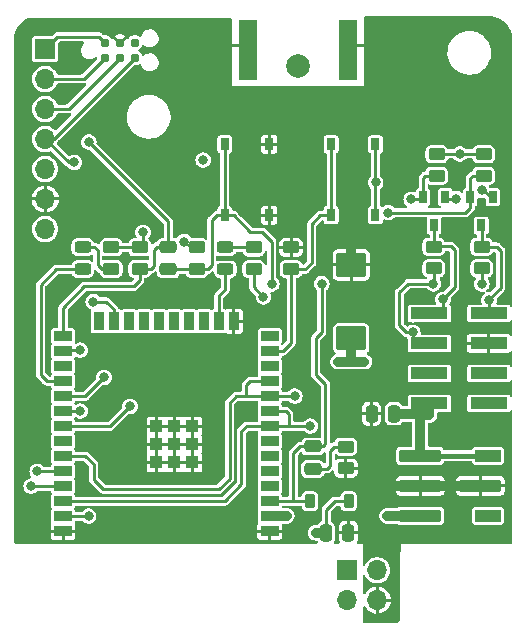
<source format=gtl>
G04 #@! TF.GenerationSoftware,KiCad,Pcbnew,7.0.7*
G04 #@! TF.CreationDate,2023-11-16T10:28:39+01:00*
G04 #@! TF.ProjectId,ithowifi_4l,6974686f-7769-4666-995f-346c2e6b6963,rev?*
G04 #@! TF.SameCoordinates,Original*
G04 #@! TF.FileFunction,Copper,L1,Top*
G04 #@! TF.FilePolarity,Positive*
%FSLAX46Y46*%
G04 Gerber Fmt 4.6, Leading zero omitted, Abs format (unit mm)*
G04 Created by KiCad (PCBNEW 7.0.7) date 2023-11-16 10:28:39*
%MOMM*%
%LPD*%
G01*
G04 APERTURE LIST*
G04 Aperture macros list*
%AMRoundRect*
0 Rectangle with rounded corners*
0 $1 Rounding radius*
0 $2 $3 $4 $5 $6 $7 $8 $9 X,Y pos of 4 corners*
0 Add a 4 corners polygon primitive as box body*
4,1,4,$2,$3,$4,$5,$6,$7,$8,$9,$2,$3,0*
0 Add four circle primitives for the rounded corners*
1,1,$1+$1,$2,$3*
1,1,$1+$1,$4,$5*
1,1,$1+$1,$6,$7*
1,1,$1+$1,$8,$9*
0 Add four rect primitives between the rounded corners*
20,1,$1+$1,$2,$3,$4,$5,0*
20,1,$1+$1,$4,$5,$6,$7,0*
20,1,$1+$1,$6,$7,$8,$9,0*
20,1,$1+$1,$8,$9,$2,$3,0*%
G04 Aperture macros list end*
G04 #@! TA.AperFunction,SMDPad,CuDef*
%ADD10R,0.700000X1.000000*%
G04 #@! TD*
G04 #@! TA.AperFunction,SMDPad,CuDef*
%ADD11RoundRect,0.250000X-0.450000X0.262500X-0.450000X-0.262500X0.450000X-0.262500X0.450000X0.262500X0*%
G04 #@! TD*
G04 #@! TA.AperFunction,ComponentPad*
%ADD12R,1.700000X1.700000*%
G04 #@! TD*
G04 #@! TA.AperFunction,ComponentPad*
%ADD13O,1.700000X1.700000*%
G04 #@! TD*
G04 #@! TA.AperFunction,SMDPad,CuDef*
%ADD14R,1.500000X0.900000*%
G04 #@! TD*
G04 #@! TA.AperFunction,SMDPad,CuDef*
%ADD15R,0.900000X1.500000*%
G04 #@! TD*
G04 #@! TA.AperFunction,SMDPad,CuDef*
%ADD16R,1.050000X1.050000*%
G04 #@! TD*
G04 #@! TA.AperFunction,SMDPad,CuDef*
%ADD17RoundRect,0.243750X0.456250X-0.243750X0.456250X0.243750X-0.456250X0.243750X-0.456250X-0.243750X0*%
G04 #@! TD*
G04 #@! TA.AperFunction,SMDPad,CuDef*
%ADD18C,0.787400*%
G04 #@! TD*
G04 #@! TA.AperFunction,SMDPad,CuDef*
%ADD19R,0.750000X1.000000*%
G04 #@! TD*
G04 #@! TA.AperFunction,SMDPad,CuDef*
%ADD20RoundRect,0.250000X0.250000X0.475000X-0.250000X0.475000X-0.250000X-0.475000X0.250000X-0.475000X0*%
G04 #@! TD*
G04 #@! TA.AperFunction,SMDPad,CuDef*
%ADD21RoundRect,0.250000X0.450000X-0.262500X0.450000X0.262500X-0.450000X0.262500X-0.450000X-0.262500X0*%
G04 #@! TD*
G04 #@! TA.AperFunction,SMDPad,CuDef*
%ADD22RoundRect,0.250000X0.475000X-0.250000X0.475000X0.250000X-0.475000X0.250000X-0.475000X-0.250000X0*%
G04 #@! TD*
G04 #@! TA.AperFunction,SMDPad,CuDef*
%ADD23RoundRect,0.250000X1.025000X-0.787500X1.025000X0.787500X-1.025000X0.787500X-1.025000X-0.787500X0*%
G04 #@! TD*
G04 #@! TA.AperFunction,SMDPad,CuDef*
%ADD24RoundRect,0.250000X-0.250000X-0.475000X0.250000X-0.475000X0.250000X0.475000X-0.250000X0.475000X0*%
G04 #@! TD*
G04 #@! TA.AperFunction,SMDPad,CuDef*
%ADD25RoundRect,0.225000X0.225000X0.375000X-0.225000X0.375000X-0.225000X-0.375000X0.225000X-0.375000X0*%
G04 #@! TD*
G04 #@! TA.AperFunction,ComponentPad*
%ADD26C,2.000000*%
G04 #@! TD*
G04 #@! TA.AperFunction,SMDPad,CuDef*
%ADD27RoundRect,0.105000X-1.655000X0.420000X-1.655000X-0.420000X1.655000X-0.420000X1.655000X0.420000X0*%
G04 #@! TD*
G04 #@! TA.AperFunction,SMDPad,CuDef*
%ADD28RoundRect,0.105000X-1.005000X0.420000X-1.005000X-0.420000X1.005000X-0.420000X1.005000X0.420000X0*%
G04 #@! TD*
G04 #@! TA.AperFunction,SMDPad,CuDef*
%ADD29R,3.150000X1.000000*%
G04 #@! TD*
G04 #@! TA.AperFunction,SMDPad,CuDef*
%ADD30R,1.500000X5.080000*%
G04 #@! TD*
G04 #@! TA.AperFunction,ViaPad*
%ADD31C,0.800000*%
G04 #@! TD*
G04 #@! TA.AperFunction,Conductor*
%ADD32C,0.812800*%
G04 #@! TD*
G04 #@! TA.AperFunction,Conductor*
%ADD33C,0.254000*%
G04 #@! TD*
G04 #@! TA.AperFunction,Conductor*
%ADD34C,0.250000*%
G04 #@! TD*
G04 #@! TA.AperFunction,Conductor*
%ADD35C,0.406400*%
G04 #@! TD*
G04 APERTURE END LIST*
D10*
X119608600Y-120339000D03*
X117708600Y-120339000D03*
X118658600Y-122739000D03*
D11*
X118872000Y-116711900D03*
X118872000Y-118536900D03*
D12*
X85725000Y-107797600D03*
D13*
X85725000Y-110337600D03*
X85725000Y-112877600D03*
X85725000Y-115417600D03*
X85725000Y-117957600D03*
X85725000Y-120497600D03*
X85725000Y-123037600D03*
D14*
X104727600Y-148613600D03*
X104727600Y-147343600D03*
X104727600Y-146073600D03*
X104727600Y-144803600D03*
X104727600Y-143533600D03*
X104727600Y-142263600D03*
X104727600Y-140993600D03*
X104727600Y-139723600D03*
X104727600Y-138453600D03*
X104727600Y-137183600D03*
X104727600Y-135913600D03*
X104727600Y-134643600D03*
X104727600Y-133373600D03*
X104727600Y-132103600D03*
D15*
X101697600Y-130853600D03*
X100427600Y-130853600D03*
X99157600Y-130853600D03*
X97887600Y-130853600D03*
X96617600Y-130853600D03*
X95347600Y-130853600D03*
X94077600Y-130853600D03*
X92807600Y-130853600D03*
X91537600Y-130853600D03*
X90267600Y-130853600D03*
D14*
X87227600Y-132103600D03*
X87227600Y-133373600D03*
X87227600Y-134643600D03*
X87227600Y-135913600D03*
X87227600Y-137183600D03*
X87227600Y-138453600D03*
X87227600Y-139723600D03*
X87227600Y-140993600D03*
X87227600Y-142263600D03*
X87227600Y-143533600D03*
X87227600Y-144803600D03*
X87227600Y-146073600D03*
X87227600Y-147343600D03*
X87227600Y-148613600D03*
D16*
X98182600Y-142798600D03*
X98182600Y-141273600D03*
X98182600Y-139748600D03*
X96657600Y-142798600D03*
X96657600Y-141273600D03*
X96657600Y-139748600D03*
X95132600Y-142798600D03*
X95132600Y-141273600D03*
X95132600Y-139748600D03*
D11*
X91313000Y-124588900D03*
X91313000Y-126413900D03*
X106536000Y-124597500D03*
X106536000Y-126422500D03*
X118618000Y-124548500D03*
X118618000Y-126373500D03*
D17*
X88900000Y-126438900D03*
X88900000Y-124563900D03*
D12*
X111292000Y-151928000D03*
D13*
X113832000Y-151928000D03*
X111292000Y-154468000D03*
X113832000Y-154468000D03*
D18*
X90766000Y-108536400D03*
X90766000Y-107266400D03*
X92036000Y-108536400D03*
X92036000Y-107266400D03*
X93306000Y-108536400D03*
X93306000Y-107266400D03*
D19*
X109925000Y-115872000D03*
X109925000Y-121872000D03*
X113675000Y-115872000D03*
X113675000Y-121872000D03*
D20*
X115250000Y-138684000D03*
X113350000Y-138684000D03*
D10*
X123606600Y-120339000D03*
X121706600Y-120339000D03*
X122656600Y-122739000D03*
D21*
X122859800Y-118536900D03*
X122859800Y-116711900D03*
D11*
X122682000Y-124548500D03*
X122682000Y-126373500D03*
D22*
X96139000Y-126451400D03*
X96139000Y-124551400D03*
D21*
X98552000Y-126428000D03*
X98552000Y-124603000D03*
D23*
X111632000Y-132308600D03*
X111632000Y-126083600D03*
D24*
X109486900Y-148751000D03*
X111386900Y-148751000D03*
D22*
X108377500Y-143351000D03*
X108377500Y-141451000D03*
D25*
X111425500Y-146084000D03*
X108125500Y-146084000D03*
D21*
X111171500Y-143290000D03*
X111171500Y-141465000D03*
D26*
X107100780Y-109251460D03*
D21*
X93726000Y-126413900D03*
X93726000Y-124588900D03*
X103378000Y-126428000D03*
X103378000Y-124603000D03*
D17*
X100965000Y-126453000D03*
X100965000Y-124578000D03*
D19*
X104675000Y-121872000D03*
X104675000Y-115872000D03*
X100925000Y-121872000D03*
X100925000Y-115872000D03*
D27*
X117475000Y-142240000D03*
X117475000Y-144780000D03*
X117475000Y-147320000D03*
D28*
X123205000Y-147320000D03*
D27*
X122555000Y-144780000D03*
D28*
X123205000Y-142240000D03*
D29*
X123295000Y-137810000D03*
X118245000Y-137810000D03*
X123295000Y-135270000D03*
X118245000Y-135270000D03*
X123295000Y-132730000D03*
X118245000Y-132730000D03*
X123295000Y-130190000D03*
X118245000Y-130190000D03*
D30*
X102850000Y-107848400D03*
X111350000Y-107848400D03*
D31*
X123300000Y-129050000D03*
X119400000Y-129000000D03*
X100700000Y-107442000D03*
X100700000Y-105918000D03*
X100700000Y-110871000D03*
X100700000Y-112500000D03*
X100700000Y-109093000D03*
X113500000Y-110871000D03*
X102432000Y-138568000D03*
X111632000Y-124053600D03*
X112732000Y-124053600D03*
X110532000Y-124053600D03*
X86741000Y-128270000D03*
X113500000Y-105918000D03*
X113500000Y-107442000D03*
X113500000Y-109093000D03*
X123300000Y-134010000D03*
X105900000Y-114200000D03*
X109100000Y-117450000D03*
X102852000Y-132715000D03*
X113792000Y-143764000D03*
X105300000Y-117400000D03*
X104278000Y-112500000D03*
X113500000Y-112500000D03*
X96647000Y-139750800D03*
X108271000Y-112500000D03*
X106172000Y-148590000D03*
X89154000Y-148590000D03*
X96647000Y-142798800D03*
X98171000Y-142798800D03*
X111849000Y-112500000D03*
X114681000Y-144780000D03*
X123290000Y-131440000D03*
X113792000Y-145796000D03*
X110071000Y-112500000D03*
X102500000Y-112500000D03*
X108300000Y-114200000D03*
X95148400Y-142798800D03*
X96647000Y-141274800D03*
X108329000Y-115900000D03*
X105800000Y-112500000D03*
X106000000Y-115900000D03*
X95148400Y-141274800D03*
X95148400Y-139750800D03*
X98171000Y-139750800D03*
X98171000Y-141274800D03*
X122682000Y-127698500D03*
X116849988Y-131800000D03*
X118595683Y-127676183D03*
X106172000Y-147320000D03*
X99100000Y-117200000D03*
X111632000Y-134268000D03*
X112732000Y-134268000D03*
X110532000Y-134268000D03*
X122682000Y-119761000D03*
X108631500Y-148751000D03*
X113700000Y-119100000D03*
X97500000Y-124100000D03*
X94000000Y-123317000D03*
X104200000Y-128800000D03*
X88200000Y-117400000D03*
X114681000Y-147320000D03*
X120813090Y-116686900D03*
X120532000Y-120468000D03*
X89407998Y-115671600D03*
X89400000Y-147350000D03*
X92900000Y-138050000D03*
X88700000Y-138450000D03*
X90700000Y-135600000D03*
X88700000Y-133300000D03*
X104900000Y-127700000D03*
X109132000Y-127668006D03*
X85039200Y-143560804D03*
X84531209Y-144805391D03*
X106849400Y-137185400D03*
X114750008Y-121650000D03*
X108174600Y-139725400D03*
X116697000Y-120539000D03*
X118250000Y-138800000D03*
X89775000Y-129200000D03*
D32*
X110532000Y-124053600D02*
X112732000Y-124053600D01*
X117475000Y-144780000D02*
X114681000Y-144780000D01*
X117475000Y-144780000D02*
X122555000Y-144780000D01*
D33*
X100700000Y-107442000D02*
X102443600Y-107442000D01*
X113500000Y-107442000D02*
X111756400Y-107442000D01*
D32*
X111632000Y-126083600D02*
X111632000Y-124053600D01*
D33*
X111756400Y-107442000D02*
X111350000Y-107848400D01*
X102443600Y-107442000D02*
X102850000Y-107848400D01*
X104675000Y-115872000D02*
X104675000Y-121872000D01*
X122682000Y-126398500D02*
X122682000Y-127698500D01*
X115700000Y-131200000D02*
X116300000Y-131800000D01*
X116300000Y-131800000D02*
X116849988Y-131800000D01*
X116849988Y-132730000D02*
X118245000Y-132730000D01*
X115700000Y-128400000D02*
X115700000Y-131200000D01*
X118595683Y-127676183D02*
X116423817Y-127676183D01*
X116423817Y-127676183D02*
X115700000Y-128400000D01*
X118618000Y-127653866D02*
X118595683Y-127676183D01*
X116849988Y-131800000D02*
X116849988Y-132730000D01*
X118618000Y-126398500D02*
X118618000Y-127653866D01*
X122682000Y-119761000D02*
X122828600Y-119761000D01*
D32*
X109499400Y-148751000D02*
X108634800Y-148751000D01*
D33*
X98103000Y-124603000D02*
X98552000Y-124603000D01*
D32*
X110532000Y-134268000D02*
X112732000Y-134268000D01*
D34*
X87707400Y-117400000D02*
X88200000Y-117400000D01*
D32*
X111632000Y-132308600D02*
X111632000Y-134268000D01*
D33*
X97500000Y-124100000D02*
X98103000Y-124603000D01*
D34*
X86424800Y-115417600D02*
X93306000Y-108536400D01*
D33*
X91313000Y-124563900D02*
X93726000Y-124563900D01*
X103378000Y-126428000D02*
X103378000Y-127978000D01*
D32*
X106148400Y-147343600D02*
X106172000Y-147320000D01*
D33*
X113675000Y-115872000D02*
X113675000Y-121872000D01*
D32*
X104727600Y-147343600D02*
X106148400Y-147343600D01*
D33*
X118872000Y-116686900D02*
X120813090Y-116686900D01*
D32*
X117475000Y-147320000D02*
X114681000Y-147320000D01*
D34*
X94000000Y-124314900D02*
X93726000Y-124588900D01*
D33*
X120461000Y-120539000D02*
X120532000Y-120468000D01*
D34*
X109499400Y-146803600D02*
X109499400Y-148751000D01*
X110219000Y-146084000D02*
X109499400Y-146803600D01*
X94000000Y-123317000D02*
X94000000Y-124314900D01*
X85725000Y-115417600D02*
X87707400Y-117400000D01*
D33*
X119608600Y-120539000D02*
X120461000Y-120539000D01*
X122859800Y-116686900D02*
X120813090Y-116686900D01*
D34*
X111425500Y-146084000D02*
X110219000Y-146084000D01*
D33*
X122828600Y-119761000D02*
X123606600Y-120539000D01*
D34*
X85725000Y-115417600D02*
X86424800Y-115417600D01*
D33*
X103378000Y-127978000D02*
X104200000Y-128800000D01*
X103417000Y-126492000D02*
X103378000Y-126453000D01*
X122682000Y-122764400D02*
X122656600Y-122739000D01*
X122682000Y-124548500D02*
X122682000Y-122764400D01*
X123948500Y-124548500D02*
X124300000Y-124900000D01*
X122682000Y-124548500D02*
X123948500Y-124548500D01*
X124300000Y-124900000D02*
X124300000Y-128000000D01*
X124300000Y-128000000D02*
X123295000Y-129005000D01*
X123295000Y-129005000D02*
X123295000Y-130190000D01*
X120405000Y-127952500D02*
X119400000Y-128957500D01*
X120405000Y-124852500D02*
X120405000Y-127952500D01*
X119400000Y-128957500D02*
X119400000Y-130142500D01*
X118787000Y-124501000D02*
X120053500Y-124501000D01*
X118658600Y-124507900D02*
X118618000Y-124548500D01*
X120053500Y-124501000D02*
X120405000Y-124852500D01*
X118658600Y-122739000D02*
X118658600Y-124507900D01*
X89027000Y-127889000D02*
X93211000Y-127889000D01*
X95148600Y-124551400D02*
X96139000Y-124551400D01*
X87227600Y-132103600D02*
X87227600Y-129688400D01*
X94900000Y-124800000D02*
X95148600Y-124551400D01*
X94900000Y-126200000D02*
X94900000Y-124800000D01*
D34*
X86754600Y-106768000D02*
X85725000Y-107797600D01*
D33*
X93726000Y-126413900D02*
X94686100Y-126413900D01*
D34*
X90766000Y-107266400D02*
X90267600Y-106768000D01*
X90267600Y-106768000D02*
X86754600Y-106768000D01*
D33*
X96139000Y-122402602D02*
X96139000Y-124000900D01*
X89407998Y-115671600D02*
X96139000Y-122402602D01*
X93211000Y-127889000D02*
X93726000Y-127374000D01*
X93726000Y-127374000D02*
X93726000Y-126413900D01*
X87227600Y-129688400D02*
X89027000Y-127889000D01*
X94686100Y-126413900D02*
X94900000Y-126200000D01*
D34*
X87234000Y-147350000D02*
X87227600Y-147343600D01*
X89400000Y-147350000D02*
X87234000Y-147350000D01*
X87227600Y-139723600D02*
X91226400Y-139723600D01*
X91226400Y-139723600D02*
X92900000Y-138050000D01*
D33*
X87227600Y-139723600D02*
X87229000Y-139725000D01*
D34*
X87227600Y-138453600D02*
X88696400Y-138453600D01*
X88696400Y-138453600D02*
X88700000Y-138450000D01*
D33*
X88946400Y-138453600D02*
X88950000Y-138450000D01*
X89116400Y-137183600D02*
X90700000Y-135600000D01*
X87227600Y-137183600D02*
X89116400Y-137183600D01*
X88700000Y-133300000D02*
X87301200Y-133300000D01*
X87301200Y-133300000D02*
X87227600Y-133373600D01*
X96139000Y-126438900D02*
X98537900Y-126438900D01*
X109432000Y-136168000D02*
X108632000Y-135368000D01*
D34*
X106717900Y-142028600D02*
X106717900Y-146075400D01*
D33*
X108632000Y-135368000D02*
X108632000Y-132268000D01*
X108632000Y-132268000D02*
X109132000Y-131768000D01*
D34*
X104727600Y-146073600D02*
X104729400Y-146075400D01*
D33*
X103100000Y-123300000D02*
X104100000Y-123300000D01*
X98552000Y-126453000D02*
X99480000Y-126453000D01*
D34*
X108116900Y-146075400D02*
X108125500Y-146084000D01*
D33*
X98537900Y-126438900D02*
X98552000Y-126453000D01*
D34*
X106717900Y-146075400D02*
X108116900Y-146075400D01*
X109432000Y-141283000D02*
X109264000Y-141451000D01*
D33*
X109132000Y-131768000D02*
X109132000Y-127668006D01*
D34*
X108377500Y-141451000D02*
X107295500Y-141451000D01*
D33*
X104900000Y-124100000D02*
X104900000Y-127700000D01*
X100925000Y-121872000D02*
X100925000Y-115872000D01*
D34*
X107295500Y-141451000D02*
X106717900Y-142028600D01*
D33*
X100925000Y-121872000D02*
X101672000Y-121872000D01*
D34*
X109264000Y-141451000D02*
X108377500Y-141451000D01*
D33*
X99822000Y-126111000D02*
X99822000Y-122301000D01*
D34*
X104729400Y-146075400D02*
X106717900Y-146075400D01*
X109432000Y-136168000D02*
X109432000Y-141283000D01*
D33*
X100251000Y-121872000D02*
X100925000Y-121872000D01*
X104100000Y-123300000D02*
X104900000Y-124100000D01*
X99480000Y-126453000D02*
X99822000Y-126111000D01*
X99822000Y-122301000D02*
X100251000Y-121872000D01*
X101672000Y-121872000D02*
X103100000Y-123300000D01*
D34*
X87694800Y-112877600D02*
X91964932Y-108607468D01*
D33*
X87227600Y-143533600D02*
X85066404Y-143533600D01*
D34*
X85725000Y-112877600D02*
X87694800Y-112877600D01*
D33*
X87225809Y-144805391D02*
X84531209Y-144805391D01*
D34*
X85725000Y-110337600D02*
X88964800Y-110337600D01*
D33*
X87227600Y-144803600D02*
X87225809Y-144805391D01*
D34*
X88964800Y-110337600D02*
X90766000Y-108536400D01*
D33*
X103086400Y-135913600D02*
X104727600Y-135913600D01*
X89832000Y-142968000D02*
X89832000Y-144268000D01*
X121899900Y-118561900D02*
X121706600Y-118755200D01*
X106847600Y-137183600D02*
X102733800Y-137183600D01*
X121706600Y-121243000D02*
X121299600Y-121650000D01*
X121299600Y-121650000D02*
X114750008Y-121650000D01*
X90632000Y-145068000D02*
X100432000Y-145068000D01*
X89127600Y-142263600D02*
X89832000Y-142968000D01*
X87227600Y-142263600D02*
X89127600Y-142263600D01*
X101332000Y-137768000D02*
X101914600Y-137185400D01*
X102733800Y-137183600D02*
X102732000Y-137185400D01*
X122859800Y-118561900D02*
X121899900Y-118561900D01*
X100432000Y-145068000D02*
X101332000Y-144168000D01*
X101332000Y-144168000D02*
X101332000Y-137768000D01*
X101914600Y-137185400D02*
X102732000Y-137185400D01*
X121706600Y-118755200D02*
X121706600Y-121243000D01*
X102732000Y-136268000D02*
X103086400Y-135913600D01*
X89832000Y-144268000D02*
X90632000Y-145068000D01*
X106849400Y-137185400D02*
X106847600Y-137183600D01*
X102732000Y-137185400D02*
X102732000Y-136268000D01*
X102776400Y-139723600D02*
X104727600Y-139723600D01*
X102332000Y-140168000D02*
X102776400Y-139723600D01*
X104729400Y-139725400D02*
X106324400Y-139725400D01*
X106324400Y-139725400D02*
X106324400Y-138709400D01*
X117708600Y-118740000D02*
X117708600Y-120539000D01*
X102332000Y-144668000D02*
X102332000Y-140168000D01*
X100924600Y-146075400D02*
X102332000Y-144668000D01*
X117708600Y-120539000D02*
X116697000Y-120539000D01*
X106324400Y-138709400D02*
X106068600Y-138453600D01*
X118872000Y-118561900D02*
X117886700Y-118561900D01*
X106324400Y-139725400D02*
X108174600Y-139725400D01*
X87477600Y-146075400D02*
X100924600Y-146075400D01*
X104727600Y-139723600D02*
X104729400Y-139725400D01*
X117886700Y-118561900D02*
X117708600Y-118740000D01*
X106068600Y-138453600D02*
X104727600Y-138453600D01*
D32*
X117348000Y-138684000D02*
X117475000Y-138811000D01*
X117475000Y-142240000D02*
X117475000Y-138811000D01*
X118250000Y-138800000D02*
X117486000Y-138800000D01*
X117486000Y-138800000D02*
X117475000Y-138811000D01*
X118134000Y-138684000D02*
X118250000Y-138800000D01*
X117348000Y-138684000D02*
X118134000Y-138684000D01*
X118250000Y-138800000D02*
X118250000Y-137810000D01*
D35*
X117475000Y-142240000D02*
X123205000Y-142240000D01*
D32*
X115250000Y-138684000D02*
X117348000Y-138684000D01*
D34*
X110202500Y-141465000D02*
X111171500Y-141465000D01*
X109586500Y-143351000D02*
X109838000Y-143099500D01*
X108377500Y-143351000D02*
X109586500Y-143351000D01*
X109838000Y-141829500D02*
X110202500Y-141465000D01*
X109838000Y-143099500D02*
X109838000Y-141829500D01*
D33*
X90170000Y-126111000D02*
X90497900Y-126438900D01*
X88900000Y-124563900D02*
X89892900Y-124563900D01*
X90170000Y-124841000D02*
X90170000Y-126111000D01*
X90497900Y-126438900D02*
X91313000Y-126438900D01*
X89892900Y-124563900D02*
X90170000Y-124841000D01*
D34*
X90884000Y-129200000D02*
X89775000Y-129200000D01*
X91537600Y-129853600D02*
X90884000Y-129200000D01*
X91537600Y-130853600D02*
X91537600Y-129853600D01*
D33*
X100427600Y-130853600D02*
X100427600Y-128680400D01*
X100427600Y-128680400D02*
X100965000Y-128143000D01*
X100965000Y-128143000D02*
X100965000Y-126453000D01*
X85344000Y-127762000D02*
X86667100Y-126438900D01*
X85875600Y-135913600D02*
X85344000Y-135382000D01*
X85344000Y-135382000D02*
X85344000Y-127762000D01*
X87227600Y-135913600D02*
X85875600Y-135913600D01*
X86667100Y-126438900D02*
X88900000Y-126438900D01*
X100965000Y-124578000D02*
X103378000Y-124578000D01*
X104727600Y-133373600D02*
X105826400Y-133373600D01*
X108300000Y-125888000D02*
X108300000Y-122600000D01*
X109028000Y-121872000D02*
X109925000Y-121872000D01*
X108300000Y-122600000D02*
X109028000Y-121872000D01*
X106536000Y-126447500D02*
X107740500Y-126447500D01*
X109925000Y-121872000D02*
X109925000Y-115872000D01*
X106536000Y-132664000D02*
X106536000Y-126447500D01*
X107740500Y-126447500D02*
X108300000Y-125888000D01*
X105826400Y-133373600D02*
X106536000Y-132664000D01*
G04 #@! TA.AperFunction,Conductor*
G36*
X103681838Y-137584313D02*
G01*
X103718383Y-137634613D01*
X103722822Y-137655836D01*
X103723100Y-137658663D01*
X103732185Y-137704338D01*
X103737866Y-137732901D01*
X103757781Y-137762706D01*
X103757783Y-137762708D01*
X103774660Y-137822548D01*
X103757784Y-137874490D01*
X103737865Y-137904299D01*
X103723100Y-137978533D01*
X103723100Y-138928665D01*
X103735817Y-138992598D01*
X103737866Y-139002901D01*
X103757781Y-139032706D01*
X103757783Y-139032708D01*
X103774660Y-139092548D01*
X103757784Y-139144490D01*
X103737865Y-139174299D01*
X103723099Y-139248537D01*
X103722821Y-139251362D01*
X103722300Y-139252551D01*
X103722136Y-139253380D01*
X103721954Y-139253343D01*
X103697905Y-139308325D01*
X103644264Y-139339763D01*
X103622706Y-139342100D01*
X102826407Y-139342100D01*
X102805762Y-139339959D01*
X102792382Y-139337153D01*
X102760710Y-139341102D01*
X102755810Y-139341713D01*
X102749585Y-139342100D01*
X102744789Y-139342100D01*
X102721404Y-139346002D01*
X102714502Y-139346862D01*
X102666041Y-139352903D01*
X102658369Y-139355187D01*
X102650814Y-139357781D01*
X102601768Y-139384323D01*
X102551654Y-139408823D01*
X102545163Y-139413456D01*
X102538839Y-139418379D01*
X102538838Y-139418379D01*
X102538838Y-139418380D01*
X102526853Y-139431399D01*
X102501069Y-139459407D01*
X102097592Y-139862883D01*
X102081484Y-139875964D01*
X102070045Y-139883437D01*
X102047408Y-139912520D01*
X102043288Y-139917187D01*
X102039888Y-139920588D01*
X102026099Y-139939900D01*
X101991840Y-139983917D01*
X101988038Y-139990942D01*
X101984525Y-139998128D01*
X101968610Y-140051586D01*
X101950500Y-140104338D01*
X101949184Y-140112224D01*
X101948194Y-140120161D01*
X101950500Y-140175884D01*
X101950500Y-144468307D01*
X101931287Y-144527438D01*
X101921035Y-144539442D01*
X100796042Y-145664435D01*
X100740644Y-145692661D01*
X100724907Y-145693900D01*
X88332670Y-145693900D01*
X88273539Y-145674687D01*
X88236994Y-145624387D01*
X88232554Y-145603161D01*
X88232099Y-145598547D01*
X88232099Y-145598534D01*
X88217334Y-145524299D01*
X88197415Y-145494489D01*
X88180538Y-145434652D01*
X88197415Y-145382710D01*
X88217334Y-145352901D01*
X88232100Y-145278667D01*
X88232099Y-144328534D01*
X88217334Y-144254299D01*
X88197415Y-144224489D01*
X88180538Y-144164652D01*
X88197415Y-144112710D01*
X88217334Y-144082901D01*
X88232100Y-144008667D01*
X88232099Y-143058534D01*
X88217334Y-142984299D01*
X88197415Y-142954489D01*
X88180538Y-142894652D01*
X88197415Y-142842710D01*
X88217334Y-142812901D01*
X88232100Y-142738667D01*
X88232100Y-142738662D01*
X88232379Y-142735838D01*
X88232899Y-142734648D01*
X88233064Y-142733820D01*
X88233245Y-142733856D01*
X88257295Y-142678875D01*
X88310936Y-142647437D01*
X88332494Y-142645100D01*
X88927908Y-142645100D01*
X88987039Y-142664313D01*
X88999043Y-142674565D01*
X89421035Y-143096557D01*
X89449261Y-143151955D01*
X89450500Y-143167692D01*
X89450500Y-144217999D01*
X89448359Y-144238645D01*
X89445554Y-144252018D01*
X89450113Y-144288581D01*
X89450500Y-144294810D01*
X89450500Y-144299612D01*
X89454403Y-144323004D01*
X89461303Y-144378357D01*
X89463586Y-144386026D01*
X89466181Y-144393586D01*
X89492729Y-144442641D01*
X89517224Y-144492746D01*
X89521877Y-144499263D01*
X89526779Y-144505561D01*
X89526780Y-144505562D01*
X89567819Y-144543341D01*
X90211368Y-145186891D01*
X90326882Y-145302405D01*
X90339966Y-145318517D01*
X90347438Y-145329954D01*
X90347440Y-145329956D01*
X90370609Y-145347989D01*
X90376516Y-145352586D01*
X90381193Y-145356717D01*
X90384588Y-145360111D01*
X90384588Y-145360112D01*
X90384591Y-145360114D01*
X90403900Y-145373900D01*
X90447915Y-145408158D01*
X90447918Y-145408159D01*
X90454955Y-145411968D01*
X90462130Y-145415475D01*
X90515586Y-145431389D01*
X90568339Y-145449500D01*
X90576210Y-145450813D01*
X90584157Y-145451804D01*
X90584159Y-145451805D01*
X90584160Y-145451804D01*
X90584161Y-145451805D01*
X90639884Y-145449500D01*
X100381999Y-145449500D01*
X100402643Y-145451640D01*
X100416017Y-145454445D01*
X100452582Y-145449886D01*
X100458811Y-145449500D01*
X100463609Y-145449500D01*
X100463611Y-145449500D01*
X100463613Y-145449499D01*
X100463620Y-145449499D01*
X100481168Y-145446569D01*
X100487004Y-145445596D01*
X100542360Y-145438696D01*
X100542366Y-145438692D01*
X100550012Y-145436417D01*
X100557580Y-145433818D01*
X100557586Y-145433818D01*
X100606641Y-145407270D01*
X100656746Y-145382776D01*
X100656749Y-145382772D01*
X100663260Y-145378123D01*
X100669555Y-145373223D01*
X100669562Y-145373220D01*
X100707341Y-145332180D01*
X101566407Y-144473113D01*
X101582513Y-144460034D01*
X101593956Y-144452560D01*
X101616592Y-144423475D01*
X101620727Y-144418794D01*
X101624113Y-144415409D01*
X101624121Y-144415398D01*
X101637892Y-144396110D01*
X101659904Y-144367827D01*
X101672158Y-144352085D01*
X101672159Y-144352083D01*
X101675953Y-144345073D01*
X101679470Y-144337876D01*
X101679475Y-144337870D01*
X101695390Y-144284410D01*
X101713500Y-144231661D01*
X101713500Y-144231660D01*
X101714816Y-144223775D01*
X101715805Y-144215839D01*
X101713500Y-144160116D01*
X101713500Y-137967692D01*
X101732713Y-137908561D01*
X101742965Y-137896557D01*
X102043158Y-137596365D01*
X102098556Y-137568139D01*
X102114293Y-137566900D01*
X102681999Y-137566900D01*
X102702644Y-137569040D01*
X102716017Y-137571845D01*
X102729573Y-137570154D01*
X102750329Y-137569726D01*
X102763940Y-137570854D01*
X102774509Y-137568178D01*
X102799203Y-137565100D01*
X103622707Y-137565100D01*
X103681838Y-137584313D01*
G37*
G04 #@! TD.AperFunction*
G04 #@! TA.AperFunction,Conductor*
G36*
X92761894Y-124964613D02*
G01*
X92797020Y-125010844D01*
X92828655Y-125095663D01*
X92828658Y-125095667D01*
X92915596Y-125211804D01*
X93020469Y-125290310D01*
X93031736Y-125298744D01*
X93111144Y-125328361D01*
X93167658Y-125349440D01*
X93227745Y-125355900D01*
X94224254Y-125355899D01*
X94284342Y-125349440D01*
X94382745Y-125312736D01*
X94444860Y-125310074D01*
X94496680Y-125344431D01*
X94518408Y-125402685D01*
X94518500Y-125406994D01*
X94518500Y-125595805D01*
X94499287Y-125654936D01*
X94448987Y-125691481D01*
X94386813Y-125691481D01*
X94382744Y-125690062D01*
X94284342Y-125653360D01*
X94224255Y-125646900D01*
X94224254Y-125646900D01*
X93227745Y-125646900D01*
X93172974Y-125652788D01*
X93167658Y-125653360D01*
X93167656Y-125653360D01*
X93167654Y-125653361D01*
X93031736Y-125704055D01*
X92915596Y-125790996D01*
X92828655Y-125907136D01*
X92777960Y-126043056D01*
X92777960Y-126043058D01*
X92771500Y-126103145D01*
X92771500Y-126724654D01*
X92776136Y-126767776D01*
X92777960Y-126784742D01*
X92777960Y-126784744D01*
X92777961Y-126784745D01*
X92828655Y-126920663D01*
X92828658Y-126920667D01*
X92915596Y-127036804D01*
X92999785Y-127099826D01*
X93031736Y-127123744D01*
X93167655Y-127174439D01*
X93167658Y-127174440D01*
X93167660Y-127174440D01*
X93168735Y-127174694D01*
X93169363Y-127175076D01*
X93173554Y-127176639D01*
X93173254Y-127177441D01*
X93221866Y-127206987D01*
X93245867Y-127264341D01*
X93231573Y-127324850D01*
X93216742Y-127343734D01*
X93082442Y-127478035D01*
X93027045Y-127506261D01*
X93011307Y-127507500D01*
X89077002Y-127507500D01*
X89056357Y-127505359D01*
X89047629Y-127503529D01*
X89042980Y-127502554D01*
X89011175Y-127506520D01*
X89006416Y-127507113D01*
X89000190Y-127507500D01*
X88995385Y-127507500D01*
X88971993Y-127511404D01*
X88916640Y-127518303D01*
X88908972Y-127520586D01*
X88901414Y-127523181D01*
X88852358Y-127549729D01*
X88802255Y-127574222D01*
X88795738Y-127578875D01*
X88789440Y-127583777D01*
X88751658Y-127624819D01*
X86993192Y-129383283D01*
X86977084Y-129396364D01*
X86965645Y-129403837D01*
X86943008Y-129432920D01*
X86938888Y-129437587D01*
X86935488Y-129440988D01*
X86921699Y-129460300D01*
X86887440Y-129504317D01*
X86883638Y-129511342D01*
X86880125Y-129518528D01*
X86864210Y-129571986D01*
X86846100Y-129624738D01*
X86844784Y-129632624D01*
X86843794Y-129640561D01*
X86846100Y-129696284D01*
X86846100Y-131298500D01*
X86826887Y-131357631D01*
X86776587Y-131394176D01*
X86745500Y-131399100D01*
X86452534Y-131399100D01*
X86378298Y-131413866D01*
X86378295Y-131413867D01*
X86294117Y-131470114D01*
X86294115Y-131470116D01*
X86237865Y-131554300D01*
X86223100Y-131628533D01*
X86223100Y-132578665D01*
X86232587Y-132626360D01*
X86237866Y-132652901D01*
X86254853Y-132678324D01*
X86257783Y-132682708D01*
X86274660Y-132742548D01*
X86257784Y-132794490D01*
X86237865Y-132824299D01*
X86223100Y-132898533D01*
X86223100Y-133848665D01*
X86237865Y-133922897D01*
X86237866Y-133922901D01*
X86257781Y-133952706D01*
X86257783Y-133952708D01*
X86274660Y-134012548D01*
X86257784Y-134064490D01*
X86237865Y-134094299D01*
X86223100Y-134168533D01*
X86223100Y-135118665D01*
X86231878Y-135162795D01*
X86237866Y-135192901D01*
X86257781Y-135222706D01*
X86257783Y-135222708D01*
X86274660Y-135282548D01*
X86257784Y-135334490D01*
X86237865Y-135364299D01*
X86223099Y-135438537D01*
X86222821Y-135441362D01*
X86222300Y-135442551D01*
X86222136Y-135443380D01*
X86221954Y-135443343D01*
X86197905Y-135498325D01*
X86144264Y-135529763D01*
X86122706Y-135532100D01*
X86075292Y-135532100D01*
X86016161Y-135512887D01*
X86004157Y-135502635D01*
X85754965Y-135253442D01*
X85726739Y-135198044D01*
X85725500Y-135182307D01*
X85725500Y-127961692D01*
X85744713Y-127902561D01*
X85754965Y-127890557D01*
X86795658Y-126849865D01*
X86851056Y-126821639D01*
X86866793Y-126820400D01*
X87893501Y-126820400D01*
X87952632Y-126839613D01*
X87987758Y-126885844D01*
X88001947Y-126923888D01*
X88001948Y-126923890D01*
X88001949Y-126923891D01*
X88087811Y-127038589D01*
X88202509Y-127124451D01*
X88202512Y-127124452D01*
X88202511Y-127124452D01*
X88223671Y-127132344D01*
X88336750Y-127174520D01*
X88396091Y-127180900D01*
X89403908Y-127180899D01*
X89463250Y-127174520D01*
X89597491Y-127124451D01*
X89712189Y-127038589D01*
X89798051Y-126923891D01*
X89848120Y-126789650D01*
X89854500Y-126730309D01*
X89854499Y-126577890D01*
X89873712Y-126518760D01*
X89924011Y-126482215D01*
X89986185Y-126482215D01*
X90026234Y-126506756D01*
X90192783Y-126673305D01*
X90205865Y-126689414D01*
X90213340Y-126700856D01*
X90241746Y-126722965D01*
X90242416Y-126723486D01*
X90247093Y-126727617D01*
X90250489Y-126731012D01*
X90250496Y-126731018D01*
X90269798Y-126744798D01*
X90313814Y-126779058D01*
X90320834Y-126782856D01*
X90328028Y-126786373D01*
X90328031Y-126786375D01*
X90328034Y-126786375D01*
X90335519Y-126790035D01*
X90334136Y-126792863D01*
X90373393Y-126819907D01*
X90387773Y-126845906D01*
X90415655Y-126920663D01*
X90415658Y-126920667D01*
X90502596Y-127036804D01*
X90586785Y-127099826D01*
X90618736Y-127123744D01*
X90685765Y-127148744D01*
X90754658Y-127174440D01*
X90814745Y-127180900D01*
X91811254Y-127180899D01*
X91871342Y-127174440D01*
X91963662Y-127140006D01*
X92007263Y-127123744D01*
X92007264Y-127123742D01*
X92007267Y-127123742D01*
X92123404Y-127036804D01*
X92210342Y-126920667D01*
X92210342Y-126920664D01*
X92210344Y-126920663D01*
X92244533Y-126828999D01*
X92261040Y-126784742D01*
X92267500Y-126724655D01*
X92267499Y-126103146D01*
X92267402Y-126102248D01*
X92266927Y-126097829D01*
X92261040Y-126043058D01*
X92233048Y-125968009D01*
X92210344Y-125907136D01*
X92190127Y-125880129D01*
X92123404Y-125790996D01*
X92007267Y-125704058D01*
X92007263Y-125704055D01*
X91871342Y-125653360D01*
X91871341Y-125653360D01*
X91811255Y-125646900D01*
X91811254Y-125646900D01*
X90814745Y-125646900D01*
X90759974Y-125652788D01*
X90754658Y-125653360D01*
X90754655Y-125653360D01*
X90754651Y-125653362D01*
X90687255Y-125678499D01*
X90625138Y-125681162D01*
X90573319Y-125646804D01*
X90551592Y-125588549D01*
X90551500Y-125584242D01*
X90551500Y-125418557D01*
X90570713Y-125359426D01*
X90621013Y-125322881D01*
X90683187Y-125322881D01*
X90687253Y-125324299D01*
X90754658Y-125349440D01*
X90814745Y-125355900D01*
X91811254Y-125355899D01*
X91871342Y-125349440D01*
X91967381Y-125313619D01*
X92007263Y-125298744D01*
X92007264Y-125298742D01*
X92007267Y-125298742D01*
X92123404Y-125211804D01*
X92210342Y-125095667D01*
X92210342Y-125095664D01*
X92210344Y-125095663D01*
X92241980Y-125010844D01*
X92280646Y-124962155D01*
X92336237Y-124945400D01*
X92702763Y-124945400D01*
X92761894Y-124964613D01*
G37*
G04 #@! TD.AperFunction*
G04 #@! TA.AperFunction,Conductor*
G36*
X123493838Y-105029108D02*
G01*
X123561676Y-105033553D01*
X123583172Y-105034962D01*
X123589680Y-105035818D01*
X123833332Y-105084284D01*
X123839681Y-105085985D01*
X124074917Y-105165836D01*
X124080996Y-105168355D01*
X124303789Y-105278223D01*
X124309493Y-105281516D01*
X124516040Y-105419527D01*
X124521253Y-105423527D01*
X124708023Y-105587318D01*
X124712679Y-105591974D01*
X124876471Y-105778744D01*
X124880472Y-105783959D01*
X125018483Y-105990506D01*
X125021776Y-105996210D01*
X125131644Y-106219003D01*
X125134165Y-106225088D01*
X125149241Y-106269500D01*
X125193284Y-106399248D01*
X125214011Y-106460306D01*
X125215715Y-106466668D01*
X125264177Y-106710299D01*
X125265037Y-106716829D01*
X125281391Y-106966360D01*
X125281499Y-106969651D01*
X125281500Y-129516131D01*
X125262287Y-129575262D01*
X125211987Y-129611807D01*
X125149813Y-129611807D01*
X125099513Y-129575262D01*
X125097255Y-129572022D01*
X125053485Y-129506517D01*
X125053483Y-129506515D01*
X125011678Y-129478582D01*
X124969301Y-129450266D01*
X124969300Y-129450265D01*
X124969299Y-129450265D01*
X124905559Y-129437587D01*
X124895067Y-129435500D01*
X124895066Y-129435500D01*
X123999531Y-129435500D01*
X123940400Y-129416287D01*
X123903855Y-129365987D01*
X123903855Y-129303813D01*
X123905468Y-129299227D01*
X123940149Y-129207782D01*
X123959307Y-129050000D01*
X123946827Y-128947222D01*
X123958771Y-128886208D01*
X123975554Y-128863966D01*
X124534410Y-128305111D01*
X124550516Y-128292032D01*
X124561956Y-128284560D01*
X124584595Y-128255471D01*
X124588716Y-128250805D01*
X124592114Y-128247409D01*
X124605898Y-128228101D01*
X124640158Y-128184085D01*
X124640158Y-128184082D01*
X124643944Y-128177087D01*
X124647470Y-128169875D01*
X124647475Y-128169869D01*
X124663388Y-128116417D01*
X124681500Y-128063661D01*
X124682816Y-128055776D01*
X124683805Y-128047838D01*
X124681500Y-127992106D01*
X124681500Y-124950001D01*
X124683641Y-124929354D01*
X124685740Y-124919345D01*
X124686445Y-124915983D01*
X124686279Y-124914655D01*
X124681887Y-124879417D01*
X124681500Y-124873188D01*
X124681500Y-124868391D01*
X124681500Y-124868389D01*
X124677596Y-124844995D01*
X124670696Y-124789640D01*
X124670696Y-124789639D01*
X124668418Y-124781988D01*
X124665818Y-124774417D01*
X124665818Y-124774414D01*
X124639270Y-124725358D01*
X124614776Y-124675254D01*
X124610132Y-124668749D01*
X124605219Y-124662437D01*
X124583669Y-124642599D01*
X124564181Y-124624659D01*
X124253616Y-124314093D01*
X124240530Y-124297978D01*
X124233063Y-124286548D01*
X124233061Y-124286546D01*
X124233060Y-124286544D01*
X124203981Y-124263911D01*
X124199304Y-124259781D01*
X124195908Y-124256385D01*
X124195909Y-124256385D01*
X124186254Y-124249492D01*
X124176599Y-124242599D01*
X124132585Y-124208342D01*
X124132584Y-124208341D01*
X124132582Y-124208340D01*
X124125564Y-124204542D01*
X124118368Y-124201024D01*
X124064913Y-124185110D01*
X124012159Y-124166999D01*
X124004285Y-124165685D01*
X123996338Y-124164694D01*
X123940616Y-124167000D01*
X123695913Y-124167000D01*
X123636782Y-124147787D01*
X123601656Y-124101557D01*
X123579343Y-124041735D01*
X123579342Y-124041733D01*
X123492404Y-123925596D01*
X123376267Y-123838658D01*
X123376263Y-123838655D01*
X123240342Y-123787960D01*
X123180255Y-123781500D01*
X123164100Y-123781500D01*
X123104969Y-123762287D01*
X123068424Y-123711987D01*
X123063500Y-123680900D01*
X123063500Y-123560837D01*
X123082713Y-123501706D01*
X123108206Y-123477193D01*
X123190084Y-123422484D01*
X123246334Y-123338301D01*
X123261100Y-123264067D01*
X123261099Y-122213934D01*
X123246334Y-122139699D01*
X123246332Y-122139697D01*
X123246332Y-122139695D01*
X123190085Y-122055517D01*
X123190083Y-122055515D01*
X123131599Y-122016437D01*
X123105901Y-121999266D01*
X123105900Y-121999265D01*
X123105899Y-121999265D01*
X123050098Y-121988166D01*
X123031667Y-121984500D01*
X123031666Y-121984500D01*
X122281534Y-121984500D01*
X122207298Y-121999266D01*
X122207295Y-121999267D01*
X122123117Y-122055514D01*
X122123115Y-122055516D01*
X122066865Y-122139700D01*
X122052100Y-122213933D01*
X122052100Y-123264065D01*
X122066866Y-123338301D01*
X122066867Y-123338304D01*
X122123114Y-123422482D01*
X122123115Y-123422483D01*
X122123116Y-123422484D01*
X122207299Y-123478734D01*
X122219143Y-123481090D01*
X122219526Y-123481166D01*
X122273772Y-123511545D01*
X122299803Y-123568008D01*
X122300500Y-123579833D01*
X122300500Y-123680900D01*
X122281287Y-123740031D01*
X122230987Y-123776576D01*
X122199905Y-123781500D01*
X122183747Y-123781500D01*
X122130118Y-123787265D01*
X122123658Y-123787960D01*
X122123656Y-123787960D01*
X122123654Y-123787961D01*
X121987736Y-123838655D01*
X121871596Y-123925596D01*
X121784655Y-124041736D01*
X121733960Y-124177656D01*
X121733960Y-124177658D01*
X121727500Y-124237745D01*
X121727500Y-124859254D01*
X121732065Y-124901713D01*
X121733359Y-124913755D01*
X121733960Y-124919340D01*
X121733961Y-124919345D01*
X121784655Y-125055263D01*
X121784658Y-125055267D01*
X121871596Y-125171404D01*
X121980132Y-125252652D01*
X121987736Y-125258344D01*
X122062398Y-125286191D01*
X122123658Y-125309040D01*
X122183745Y-125315500D01*
X123180254Y-125315499D01*
X123240342Y-125309040D01*
X123331643Y-125274986D01*
X123376263Y-125258344D01*
X123376264Y-125258342D01*
X123376267Y-125258342D01*
X123492404Y-125171404D01*
X123579342Y-125055267D01*
X123591886Y-125021635D01*
X123601656Y-124995443D01*
X123640322Y-124946755D01*
X123695913Y-124930000D01*
X123748808Y-124930000D01*
X123807939Y-124949213D01*
X123819943Y-124959465D01*
X123889034Y-125028556D01*
X123917260Y-125083954D01*
X123918499Y-125099691D01*
X123918499Y-127800307D01*
X123899286Y-127859438D01*
X123889034Y-127871442D01*
X123394442Y-128366035D01*
X123339044Y-128394261D01*
X123323307Y-128395500D01*
X123220529Y-128395500D01*
X123220525Y-128395500D01*
X123220524Y-128395501D01*
X123148142Y-128413341D01*
X123086131Y-128408837D01*
X123038611Y-128368744D01*
X123023732Y-128308376D01*
X123047178Y-128250792D01*
X123057353Y-128240368D01*
X123175498Y-128135701D01*
X123265787Y-128004895D01*
X123322149Y-127856282D01*
X123341307Y-127698500D01*
X123322149Y-127540718D01*
X123265787Y-127392105D01*
X123192273Y-127285601D01*
X123174495Y-127226027D01*
X123195131Y-127167377D01*
X123239911Y-127134200D01*
X123240339Y-127134040D01*
X123240342Y-127134040D01*
X123376267Y-127083342D01*
X123492404Y-126996404D01*
X123579342Y-126880267D01*
X123579342Y-126880264D01*
X123579344Y-126880263D01*
X123605647Y-126809742D01*
X123630040Y-126744342D01*
X123636500Y-126684255D01*
X123636499Y-126062746D01*
X123630040Y-126002658D01*
X123608005Y-125943581D01*
X123579344Y-125866736D01*
X123579342Y-125866733D01*
X123492404Y-125750596D01*
X123376267Y-125663658D01*
X123376263Y-125663655D01*
X123240342Y-125612960D01*
X123180255Y-125606500D01*
X123180254Y-125606500D01*
X122183745Y-125606500D01*
X122128974Y-125612388D01*
X122123658Y-125612960D01*
X122123656Y-125612960D01*
X122123654Y-125612961D01*
X121987736Y-125663655D01*
X121871596Y-125750596D01*
X121784655Y-125866736D01*
X121733960Y-126002656D01*
X121733960Y-126002658D01*
X121727500Y-126062745D01*
X121727500Y-126684254D01*
X121732527Y-126731012D01*
X121733960Y-126744342D01*
X121733960Y-126744344D01*
X121733961Y-126744345D01*
X121784655Y-126880263D01*
X121784658Y-126880267D01*
X121871596Y-126996404D01*
X121987733Y-127083342D01*
X122123658Y-127134040D01*
X122123660Y-127134040D01*
X122124089Y-127134200D01*
X122172778Y-127172865D01*
X122189441Y-127232765D01*
X122171725Y-127285604D01*
X122098213Y-127392103D01*
X122098213Y-127392104D01*
X122041851Y-127540718D01*
X122022713Y-127698339D01*
X122022693Y-127698500D01*
X122041851Y-127856282D01*
X122098213Y-128004895D01*
X122188502Y-128135701D01*
X122188503Y-128135702D01*
X122188504Y-128135703D01*
X122188505Y-128135704D01*
X122307468Y-128241097D01*
X122307469Y-128241098D01*
X122307471Y-128241099D01*
X122448207Y-128314963D01*
X122602529Y-128353000D01*
X122602533Y-128353000D01*
X122761467Y-128353000D01*
X122761471Y-128353000D01*
X122833857Y-128335158D01*
X122895866Y-128339662D01*
X122943387Y-128379754D01*
X122958267Y-128440121D01*
X122934822Y-128497706D01*
X122924642Y-128508135D01*
X122806503Y-128612798D01*
X122806502Y-128612799D01*
X122775715Y-128657402D01*
X122716212Y-128743606D01*
X122670567Y-128863962D01*
X122659851Y-128892218D01*
X122640693Y-129050000D01*
X122659851Y-129207782D01*
X122694532Y-129299227D01*
X122697535Y-129361328D01*
X122663463Y-129413335D01*
X122605329Y-129435383D01*
X122600469Y-129435500D01*
X121694934Y-129435500D01*
X121620698Y-129450266D01*
X121620695Y-129450267D01*
X121536517Y-129506514D01*
X121536515Y-129506516D01*
X121480265Y-129590700D01*
X121465500Y-129664933D01*
X121465500Y-130715065D01*
X121480266Y-130789301D01*
X121480267Y-130789304D01*
X121536514Y-130873482D01*
X121536515Y-130873483D01*
X121536516Y-130873484D01*
X121620699Y-130929734D01*
X121694933Y-130944500D01*
X124895066Y-130944499D01*
X124969301Y-130929734D01*
X125053484Y-130873484D01*
X125097255Y-130807975D01*
X125146080Y-130769485D01*
X125208206Y-130767044D01*
X125259903Y-130801586D01*
X125281422Y-130859917D01*
X125281500Y-130863867D01*
X125281500Y-131967579D01*
X125262287Y-132026710D01*
X125211987Y-132063255D01*
X125149813Y-132063255D01*
X125109765Y-132038714D01*
X125045234Y-131974183D01*
X124940994Y-131928156D01*
X124915518Y-131925200D01*
X123421999Y-131925200D01*
X123422000Y-132603000D01*
X123421999Y-133534799D01*
X124915506Y-133534799D01*
X124915520Y-133534798D01*
X124940992Y-133531843D01*
X124940996Y-133531842D01*
X125045235Y-133485816D01*
X125109765Y-133421286D01*
X125165162Y-133393059D01*
X125226571Y-133402784D01*
X125270535Y-133446748D01*
X125281500Y-133492420D01*
X125281500Y-134596131D01*
X125262287Y-134655262D01*
X125211987Y-134691807D01*
X125149813Y-134691807D01*
X125099513Y-134655262D01*
X125097255Y-134652022D01*
X125053485Y-134586517D01*
X125053483Y-134586515D01*
X124969302Y-134530267D01*
X124969301Y-134530266D01*
X124969300Y-134530265D01*
X124969299Y-134530265D01*
X124913498Y-134519166D01*
X124895067Y-134515500D01*
X124895066Y-134515500D01*
X121694934Y-134515500D01*
X121620698Y-134530266D01*
X121620695Y-134530267D01*
X121536517Y-134586514D01*
X121536515Y-134586516D01*
X121480265Y-134670700D01*
X121465500Y-134744933D01*
X121465500Y-135795065D01*
X121480266Y-135869301D01*
X121480267Y-135869304D01*
X121536514Y-135953482D01*
X121536515Y-135953483D01*
X121536516Y-135953484D01*
X121620699Y-136009734D01*
X121694933Y-136024500D01*
X124895066Y-136024499D01*
X124969301Y-136009734D01*
X125053484Y-135953484D01*
X125097255Y-135887975D01*
X125146080Y-135849485D01*
X125208206Y-135847044D01*
X125259903Y-135881586D01*
X125281422Y-135939917D01*
X125281500Y-135943867D01*
X125281500Y-137136131D01*
X125262287Y-137195262D01*
X125211987Y-137231807D01*
X125149813Y-137231807D01*
X125099513Y-137195262D01*
X125097255Y-137192022D01*
X125053485Y-137126517D01*
X125053483Y-137126515D01*
X124969302Y-137070267D01*
X124969301Y-137070266D01*
X124969300Y-137070265D01*
X124969299Y-137070265D01*
X124913498Y-137059166D01*
X124895067Y-137055500D01*
X124895066Y-137055500D01*
X121694934Y-137055500D01*
X121620698Y-137070266D01*
X121620695Y-137070267D01*
X121536517Y-137126514D01*
X121536515Y-137126516D01*
X121480265Y-137210700D01*
X121465500Y-137284933D01*
X121465500Y-138335065D01*
X121480266Y-138409301D01*
X121480267Y-138409304D01*
X121536514Y-138493482D01*
X121536515Y-138493483D01*
X121536516Y-138493484D01*
X121620699Y-138549734D01*
X121694933Y-138564500D01*
X124895066Y-138564499D01*
X124969301Y-138549734D01*
X125053484Y-138493484D01*
X125097255Y-138427975D01*
X125146080Y-138389485D01*
X125208206Y-138387044D01*
X125259903Y-138421586D01*
X125281422Y-138479917D01*
X125281500Y-138483867D01*
X125281500Y-149464702D01*
X125281069Y-149471275D01*
X125267912Y-149571207D01*
X125261119Y-149596564D01*
X125257258Y-149605888D01*
X125216884Y-149653170D01*
X125164312Y-149668000D01*
X115832000Y-149668000D01*
X115832000Y-150214526D01*
X115822038Y-150258173D01*
X115809105Y-150285030D01*
X115781500Y-150405972D01*
X115781500Y-150457955D01*
X115781499Y-155964709D01*
X115781068Y-155971282D01*
X115767912Y-156071207D01*
X115761115Y-156096574D01*
X115726347Y-156180512D01*
X115713216Y-156203256D01*
X115657906Y-156275337D01*
X115639337Y-156293906D01*
X115567256Y-156349216D01*
X115544512Y-156362347D01*
X115460574Y-156397115D01*
X115435207Y-156403912D01*
X115350910Y-156415010D01*
X115335272Y-156417069D01*
X115328702Y-156417500D01*
X112732600Y-156417500D01*
X112673469Y-156398287D01*
X112636924Y-156347987D01*
X112632000Y-156316900D01*
X112632000Y-155076557D01*
X112651213Y-155017426D01*
X112701513Y-154980881D01*
X112763687Y-154980881D01*
X112813987Y-155017426D01*
X112822653Y-155031716D01*
X112845958Y-155078519D01*
X112845961Y-155078523D01*
X112974937Y-155249317D01*
X113133086Y-155393490D01*
X113133095Y-155393496D01*
X113315055Y-155506162D01*
X113315059Y-155506164D01*
X113514619Y-155583473D01*
X113704999Y-155619062D01*
X113705000Y-155619062D01*
X113705000Y-155068600D01*
X113724213Y-155009469D01*
X113774513Y-154972924D01*
X113805600Y-154968000D01*
X113858400Y-154968000D01*
X113917531Y-154987213D01*
X113954076Y-155037513D01*
X113959000Y-155068600D01*
X113959000Y-155619062D01*
X114149380Y-155583473D01*
X114348940Y-155506164D01*
X114348944Y-155506162D01*
X114530904Y-155393496D01*
X114530913Y-155393490D01*
X114689062Y-155249317D01*
X114818038Y-155078523D01*
X114818039Y-155078523D01*
X114913430Y-154886952D01*
X114913431Y-154886951D01*
X114972000Y-154681098D01*
X114979979Y-154595000D01*
X114432600Y-154595000D01*
X114373469Y-154575787D01*
X114336924Y-154525487D01*
X114332000Y-154494400D01*
X114332000Y-154441600D01*
X114351213Y-154382469D01*
X114401513Y-154345924D01*
X114432600Y-154341000D01*
X114979979Y-154341000D01*
X114979979Y-154340999D01*
X114972000Y-154254901D01*
X114913431Y-154049048D01*
X114913430Y-154049047D01*
X114818039Y-153857476D01*
X114689062Y-153686682D01*
X114530913Y-153542509D01*
X114530904Y-153542503D01*
X114348944Y-153429837D01*
X114348940Y-153429835D01*
X114149381Y-153352526D01*
X113959000Y-153316937D01*
X113959000Y-153867400D01*
X113939787Y-153926531D01*
X113889487Y-153963076D01*
X113858400Y-153968000D01*
X113805600Y-153968000D01*
X113746469Y-153948787D01*
X113709924Y-153898487D01*
X113705000Y-153867400D01*
X113704999Y-153316937D01*
X113514618Y-153352526D01*
X113315059Y-153429835D01*
X113315055Y-153429837D01*
X113133095Y-153542503D01*
X113133086Y-153542509D01*
X112974937Y-153686682D01*
X112845961Y-153857476D01*
X112845960Y-153857476D01*
X112822653Y-153904284D01*
X112779097Y-153948652D01*
X112717781Y-153958945D01*
X112662125Y-153931231D01*
X112633388Y-153876096D01*
X112632000Y-153859442D01*
X112632000Y-152423712D01*
X112651213Y-152364581D01*
X112701513Y-152328036D01*
X112763687Y-152328036D01*
X112813987Y-152364581D01*
X112822653Y-152378870D01*
X112888909Y-152511930D01*
X112888910Y-152511931D01*
X112888912Y-152511935D01*
X113012268Y-152675285D01*
X113163528Y-152813178D01*
X113163532Y-152813181D01*
X113163538Y-152813186D01*
X113337573Y-152920944D01*
X113528444Y-152994888D01*
X113577824Y-153004118D01*
X113729651Y-153032500D01*
X113729653Y-153032500D01*
X113934348Y-153032500D01*
X114013339Y-153017734D01*
X114135556Y-152994888D01*
X114326427Y-152920944D01*
X114500462Y-152813186D01*
X114651732Y-152675285D01*
X114775088Y-152511935D01*
X114866328Y-152328701D01*
X114922345Y-152131821D01*
X114941232Y-151928000D01*
X114922345Y-151724179D01*
X114866328Y-151527299D01*
X114775088Y-151344065D01*
X114651732Y-151180715D01*
X114651731Y-151180714D01*
X114500471Y-151042821D01*
X114500466Y-151042817D01*
X114500462Y-151042814D01*
X114326427Y-150935056D01*
X114326423Y-150935054D01*
X114135554Y-150861111D01*
X114135549Y-150861110D01*
X113934349Y-150823500D01*
X113934347Y-150823500D01*
X113729653Y-150823500D01*
X113729651Y-150823500D01*
X113528450Y-150861110D01*
X113528445Y-150861111D01*
X113337576Y-150935054D01*
X113337572Y-150935056D01*
X113267087Y-150978699D01*
X113163538Y-151042814D01*
X113163536Y-151042815D01*
X113163537Y-151042815D01*
X113163528Y-151042821D01*
X113012268Y-151180714D01*
X112888910Y-151344068D01*
X112888909Y-151344069D01*
X112822653Y-151477129D01*
X112779097Y-151521497D01*
X112717781Y-151531790D01*
X112662125Y-151504076D01*
X112633388Y-151448941D01*
X112632000Y-151432287D01*
X112632000Y-149668000D01*
X112200543Y-149668000D01*
X112141412Y-149648787D01*
X112104867Y-149598487D01*
X112104867Y-149536313D01*
X112120384Y-149506614D01*
X112125045Y-149500467D01*
X112125046Y-149500464D01*
X112180991Y-149358595D01*
X112180993Y-149358587D01*
X112191698Y-149269447D01*
X112191700Y-149269429D01*
X112191700Y-148878000D01*
X110582100Y-148878000D01*
X110582100Y-149269429D01*
X110582101Y-149269447D01*
X110592806Y-149358587D01*
X110592808Y-149358595D01*
X110648753Y-149500464D01*
X110648754Y-149500467D01*
X110653416Y-149506614D01*
X110673836Y-149565339D01*
X110655838Y-149624852D01*
X110606298Y-149662419D01*
X110573257Y-149668000D01*
X110237194Y-149668000D01*
X110178063Y-149648787D01*
X110141518Y-149598487D01*
X110141518Y-149536313D01*
X110156657Y-149507116D01*
X110184242Y-149470267D01*
X110184242Y-149470264D01*
X110184244Y-149470263D01*
X110222237Y-149368399D01*
X110234940Y-149334342D01*
X110241400Y-149274255D01*
X110241399Y-148624000D01*
X110582100Y-148624000D01*
X111259900Y-148624000D01*
X111259900Y-147721200D01*
X111513900Y-147721200D01*
X111513900Y-148624000D01*
X112191700Y-148624000D01*
X112191700Y-148232570D01*
X112191698Y-148232552D01*
X112180993Y-148143412D01*
X112180991Y-148143404D01*
X112125046Y-148001535D01*
X112125045Y-148001532D01*
X112032890Y-147880009D01*
X111911367Y-147787854D01*
X111911364Y-147787853D01*
X111769495Y-147731908D01*
X111769487Y-147731906D01*
X111680347Y-147721201D01*
X111680329Y-147721200D01*
X111513900Y-147721200D01*
X111259900Y-147721200D01*
X111093471Y-147721200D01*
X111093452Y-147721201D01*
X111004312Y-147731906D01*
X111004304Y-147731908D01*
X110862435Y-147787853D01*
X110862432Y-147787854D01*
X110740909Y-147880009D01*
X110648754Y-148001532D01*
X110648753Y-148001535D01*
X110592808Y-148143404D01*
X110592806Y-148143412D01*
X110582101Y-148232552D01*
X110582100Y-148232570D01*
X110582100Y-148624000D01*
X110241399Y-148624000D01*
X110241399Y-148227746D01*
X110234940Y-148167658D01*
X110209518Y-148099499D01*
X110184244Y-148031736D01*
X110168246Y-148010365D01*
X110097304Y-147915596D01*
X109981167Y-147828658D01*
X109973943Y-147825963D01*
X109944342Y-147814922D01*
X109895654Y-147776256D01*
X109878900Y-147720666D01*
X109878900Y-147400248D01*
X114020100Y-147400248D01*
X114058509Y-147556080D01*
X114058510Y-147556082D01*
X114058509Y-147556082D01*
X114126642Y-147685897D01*
X114133095Y-147698191D01*
X114239523Y-147818324D01*
X114371609Y-147909496D01*
X114521675Y-147966408D01*
X114599729Y-147975885D01*
X114641008Y-147980898D01*
X114641009Y-147980898D01*
X114641025Y-147980900D01*
X115510820Y-147980900D01*
X115569951Y-148000113D01*
X115581955Y-148010365D01*
X115608214Y-148036624D01*
X115716003Y-148089319D01*
X115785881Y-148099500D01*
X119164118Y-148099499D01*
X119164119Y-148099499D01*
X119164119Y-148099498D01*
X119233997Y-148089319D01*
X119341786Y-148036624D01*
X119426624Y-147951786D01*
X119479319Y-147843997D01*
X119489500Y-147774119D01*
X121840500Y-147774119D01*
X121840501Y-147774122D01*
X121850680Y-147843993D01*
X121850681Y-147843998D01*
X121884580Y-147913339D01*
X121903376Y-147951786D01*
X121988214Y-148036624D01*
X122096003Y-148089319D01*
X122165881Y-148099500D01*
X124244118Y-148099499D01*
X124244119Y-148099499D01*
X124244119Y-148099498D01*
X124313997Y-148089319D01*
X124421786Y-148036624D01*
X124506624Y-147951786D01*
X124559319Y-147843997D01*
X124569500Y-147774119D01*
X124569499Y-146865882D01*
X124559319Y-146796003D01*
X124506624Y-146688214D01*
X124421786Y-146603376D01*
X124421785Y-146603375D01*
X124337093Y-146561972D01*
X124313997Y-146550681D01*
X124313995Y-146550680D01*
X124313994Y-146550680D01*
X124244120Y-146540500D01*
X122165880Y-146540500D01*
X122165877Y-146540501D01*
X122096006Y-146550680D01*
X122096001Y-146550681D01*
X121988213Y-146603376D01*
X121903375Y-146688214D01*
X121850680Y-146796005D01*
X121840500Y-146865879D01*
X121840500Y-147774119D01*
X119489500Y-147774119D01*
X119489499Y-146865882D01*
X119479319Y-146796003D01*
X119426624Y-146688214D01*
X119341786Y-146603376D01*
X119341785Y-146603375D01*
X119257093Y-146561972D01*
X119233997Y-146550681D01*
X119233995Y-146550680D01*
X119233994Y-146550680D01*
X119164120Y-146540500D01*
X115785880Y-146540500D01*
X115785877Y-146540501D01*
X115716006Y-146550680D01*
X115716001Y-146550681D01*
X115608213Y-146603376D01*
X115581955Y-146629635D01*
X115526557Y-146657861D01*
X115510820Y-146659100D01*
X114641025Y-146659100D01*
X114641021Y-146659100D01*
X114641008Y-146659101D01*
X114521676Y-146673591D01*
X114371608Y-146730504D01*
X114371607Y-146730504D01*
X114254374Y-146811425D01*
X114239523Y-146821676D01*
X114133095Y-146941809D01*
X114133094Y-146941810D01*
X114133093Y-146941812D01*
X114058510Y-147083917D01*
X114020100Y-147239749D01*
X114020100Y-147239752D01*
X114020100Y-147400248D01*
X109878900Y-147400248D01*
X109878900Y-147002464D01*
X109898113Y-146943333D01*
X109908365Y-146931329D01*
X110346730Y-146492965D01*
X110402128Y-146464739D01*
X110417865Y-146463500D01*
X110626189Y-146463500D01*
X110685320Y-146482713D01*
X110721865Y-146533013D01*
X110726212Y-146553345D01*
X110726658Y-146557487D01*
X110727140Y-146561971D01*
X110727140Y-146561974D01*
X110775323Y-146691160D01*
X110775325Y-146691164D01*
X110807046Y-146733537D01*
X110857956Y-146801544D01*
X110931679Y-146856733D01*
X110968335Y-146884174D01*
X110968339Y-146884176D01*
X111005588Y-146898068D01*
X111097527Y-146932360D01*
X111154636Y-146938500D01*
X111696364Y-146938500D01*
X111753473Y-146932360D01*
X111882663Y-146884175D01*
X111993044Y-146801544D01*
X112075675Y-146691163D01*
X112123860Y-146561973D01*
X112130000Y-146504864D01*
X112130000Y-145663136D01*
X112123860Y-145606027D01*
X112075675Y-145476837D01*
X112062989Y-145459891D01*
X112034513Y-145421852D01*
X111993044Y-145366456D01*
X111907483Y-145302405D01*
X111882664Y-145283825D01*
X111882660Y-145283823D01*
X111753473Y-145235640D01*
X111696364Y-145229500D01*
X111154636Y-145229500D01*
X111097527Y-145235640D01*
X111097525Y-145235640D01*
X110968339Y-145283823D01*
X110968335Y-145283825D01*
X110857956Y-145366456D01*
X110775325Y-145476835D01*
X110775323Y-145476839D01*
X110727140Y-145606025D01*
X110727140Y-145606027D01*
X110726735Y-145609799D01*
X110726213Y-145614652D01*
X110700790Y-145671391D01*
X110646872Y-145702351D01*
X110626189Y-145704500D01*
X110268794Y-145704500D01*
X110248149Y-145702359D01*
X110242189Y-145701109D01*
X110234897Y-145699580D01*
X110198544Y-145704113D01*
X110192315Y-145704500D01*
X110187556Y-145704500D01*
X110164284Y-145708383D01*
X110109216Y-145715248D01*
X110101598Y-145717515D01*
X110094071Y-145720100D01*
X110045295Y-145746496D01*
X109995432Y-145770873D01*
X109988964Y-145775491D01*
X109982685Y-145780379D01*
X109945119Y-145821186D01*
X109266258Y-146500046D01*
X109250152Y-146513126D01*
X109238818Y-146520531D01*
X109216311Y-146549447D01*
X109212191Y-146554113D01*
X109208821Y-146557483D01*
X109208819Y-146557487D01*
X109195105Y-146576693D01*
X109174339Y-146603375D01*
X109161022Y-146620485D01*
X109157251Y-146627451D01*
X109153746Y-146634622D01*
X109147780Y-146654664D01*
X109137920Y-146687782D01*
X109132129Y-146704652D01*
X109119899Y-146740273D01*
X109118593Y-146748103D01*
X109117607Y-146756011D01*
X109119900Y-146811425D01*
X109119900Y-147711341D01*
X109100687Y-147770472D01*
X109054457Y-147805598D01*
X108992635Y-147828656D01*
X108876496Y-147915596D01*
X108789557Y-148031734D01*
X108786290Y-148037718D01*
X108741086Y-148080406D01*
X108697998Y-148090100D01*
X108594825Y-148090100D01*
X108594821Y-148090100D01*
X108594808Y-148090101D01*
X108475476Y-148104591D01*
X108325409Y-148161503D01*
X108261543Y-148205585D01*
X108257560Y-148207994D01*
X108256389Y-148208802D01*
X108252711Y-148211683D01*
X108193325Y-148252674D01*
X108193322Y-148252676D01*
X108145461Y-148306698D01*
X108141169Y-148310991D01*
X108138005Y-148313794D01*
X108137999Y-148313801D01*
X108135593Y-148317285D01*
X108131855Y-148322055D01*
X108086896Y-148372807D01*
X108086893Y-148372811D01*
X108055387Y-148432841D01*
X108052242Y-148438042D01*
X108047713Y-148444603D01*
X108044880Y-148452070D01*
X108042388Y-148457608D01*
X108012311Y-148514914D01*
X108012308Y-148514921D01*
X107996820Y-148577758D01*
X107995014Y-148583554D01*
X107991353Y-148593210D01*
X107991350Y-148593223D01*
X107990105Y-148603470D01*
X107989010Y-148609443D01*
X107973900Y-148670751D01*
X107973900Y-148733892D01*
X107973533Y-148739959D01*
X107972193Y-148750998D01*
X107972193Y-148751000D01*
X107973533Y-148762042D01*
X107973900Y-148768099D01*
X107973900Y-148831248D01*
X107989010Y-148892556D01*
X107990105Y-148898530D01*
X107991350Y-148908778D01*
X107991353Y-148908790D01*
X107995010Y-148918432D01*
X107996817Y-148924233D01*
X108012309Y-148987079D01*
X108012309Y-148987082D01*
X108042390Y-149044394D01*
X108044880Y-149049926D01*
X108047713Y-149057395D01*
X108047714Y-149057396D01*
X108052242Y-149063956D01*
X108055388Y-149069160D01*
X108086897Y-149129194D01*
X108091683Y-149134596D01*
X108131857Y-149179944D01*
X108135599Y-149184720D01*
X108138003Y-149188202D01*
X108141169Y-149191007D01*
X108145464Y-149195302D01*
X108193323Y-149249324D01*
X108193326Y-149249326D01*
X108252712Y-149290317D01*
X108256381Y-149293192D01*
X108257542Y-149293993D01*
X108261533Y-149296405D01*
X108325409Y-149340496D01*
X108475475Y-149397408D01*
X108553529Y-149406885D01*
X108594808Y-149411898D01*
X108594809Y-149411898D01*
X108594825Y-149411900D01*
X108697998Y-149411900D01*
X108757129Y-149431113D01*
X108786290Y-149464282D01*
X108789557Y-149470265D01*
X108789558Y-149470267D01*
X108817141Y-149507114D01*
X108837196Y-149565964D01*
X108818829Y-149625364D01*
X108769056Y-149662623D01*
X108736606Y-149668000D01*
X83183100Y-149668000D01*
X83123969Y-149648787D01*
X83087424Y-149598487D01*
X83082500Y-149567400D01*
X83082500Y-148740600D01*
X86172801Y-148740600D01*
X86172801Y-149109120D01*
X86175756Y-149134592D01*
X86175757Y-149134596D01*
X86221783Y-149238834D01*
X86302365Y-149319416D01*
X86406605Y-149365443D01*
X86432085Y-149368399D01*
X87100600Y-149368399D01*
X87100600Y-148740600D01*
X87354600Y-148740600D01*
X87354600Y-149368399D01*
X88023106Y-149368399D01*
X88023120Y-149368398D01*
X88048592Y-149365443D01*
X88048596Y-149365442D01*
X88152834Y-149319416D01*
X88233416Y-149238834D01*
X88279443Y-149134594D01*
X88282399Y-149109118D01*
X88282400Y-149109110D01*
X88282400Y-148740600D01*
X103672801Y-148740600D01*
X103672801Y-149109120D01*
X103675756Y-149134592D01*
X103675757Y-149134596D01*
X103721783Y-149238834D01*
X103802365Y-149319416D01*
X103906605Y-149365443D01*
X103932085Y-149368399D01*
X104600600Y-149368399D01*
X104600600Y-148740600D01*
X104854600Y-148740600D01*
X104854600Y-149368399D01*
X105523106Y-149368399D01*
X105523120Y-149368398D01*
X105548592Y-149365443D01*
X105548596Y-149365442D01*
X105652834Y-149319416D01*
X105733416Y-149238834D01*
X105779443Y-149134594D01*
X105782399Y-149109118D01*
X105782400Y-149109110D01*
X105782400Y-148740600D01*
X104854600Y-148740600D01*
X104600600Y-148740600D01*
X103672801Y-148740600D01*
X88282400Y-148740600D01*
X87354600Y-148740600D01*
X87100600Y-148740600D01*
X86172801Y-148740600D01*
X83082500Y-148740600D01*
X83082500Y-144805391D01*
X83871902Y-144805391D01*
X83891060Y-144963173D01*
X83947422Y-145111786D01*
X84037711Y-145242592D01*
X84037712Y-145242593D01*
X84037713Y-145242594D01*
X84037714Y-145242595D01*
X84156677Y-145347988D01*
X84156678Y-145347989D01*
X84156680Y-145347990D01*
X84297416Y-145421854D01*
X84451738Y-145459891D01*
X84451742Y-145459891D01*
X84610676Y-145459891D01*
X84610680Y-145459891D01*
X84765002Y-145421854D01*
X84905738Y-145347990D01*
X85024707Y-145242592D01*
X85029506Y-145235640D01*
X85033163Y-145230343D01*
X85082565Y-145192593D01*
X85115954Y-145186891D01*
X86122884Y-145186891D01*
X86182015Y-145206104D01*
X86218560Y-145256404D01*
X86223000Y-145277636D01*
X86223101Y-145278669D01*
X86229290Y-145309784D01*
X86237866Y-145352901D01*
X86257781Y-145382706D01*
X86257783Y-145382708D01*
X86274660Y-145442548D01*
X86257784Y-145494490D01*
X86237865Y-145524299D01*
X86223100Y-145598533D01*
X86223100Y-146548665D01*
X86237866Y-146622901D01*
X86237867Y-146622903D01*
X86257783Y-146652710D01*
X86274659Y-146712550D01*
X86257784Y-146764489D01*
X86237865Y-146794300D01*
X86223100Y-146868533D01*
X86223100Y-147818665D01*
X86239799Y-147902619D01*
X86236829Y-147903209D01*
X86240459Y-147949382D01*
X86225638Y-147982738D01*
X86221784Y-147988363D01*
X86175756Y-148092605D01*
X86172800Y-148118081D01*
X86172800Y-148486600D01*
X88282399Y-148486600D01*
X88282399Y-148118093D01*
X88282398Y-148118079D01*
X88279443Y-148092607D01*
X88279442Y-148092603D01*
X88233417Y-147988367D01*
X88229568Y-147982749D01*
X88211996Y-147923110D01*
X88216329Y-147902803D01*
X88215401Y-147902619D01*
X88227061Y-147843998D01*
X88232100Y-147818667D01*
X88232100Y-147818665D01*
X88233064Y-147813820D01*
X88234615Y-147814128D01*
X88256871Y-147763266D01*
X88310515Y-147731834D01*
X88332061Y-147729500D01*
X88813875Y-147729500D01*
X88873006Y-147748713D01*
X88896668Y-147772954D01*
X88906501Y-147787201D01*
X89025468Y-147892597D01*
X89025469Y-147892598D01*
X89025471Y-147892599D01*
X89166207Y-147966463D01*
X89320529Y-148004500D01*
X89320533Y-148004500D01*
X89479467Y-148004500D01*
X89479471Y-148004500D01*
X89633793Y-147966463D01*
X89774529Y-147892599D01*
X89893498Y-147787201D01*
X89983787Y-147656395D01*
X90040149Y-147507782D01*
X90059307Y-147350000D01*
X90040149Y-147192218D01*
X89983787Y-147043605D01*
X89893498Y-146912799D01*
X89893495Y-146912796D01*
X89893494Y-146912795D01*
X89774531Y-146807402D01*
X89774530Y-146807401D01*
X89633795Y-146733538D01*
X89633794Y-146733537D01*
X89633793Y-146733537D01*
X89555547Y-146714251D01*
X89479473Y-146695500D01*
X89479471Y-146695500D01*
X89320529Y-146695500D01*
X89320526Y-146695500D01*
X89206415Y-146723626D01*
X89166207Y-146733537D01*
X89166206Y-146733537D01*
X89166204Y-146733538D01*
X89025469Y-146807401D01*
X89025468Y-146807402D01*
X88906501Y-146912798D01*
X88896668Y-146927046D01*
X88847266Y-146964797D01*
X88813875Y-146970500D01*
X88332699Y-146970500D01*
X88273568Y-146951287D01*
X88237023Y-146900987D01*
X88232660Y-146873447D01*
X88232584Y-146873455D01*
X88232455Y-146872150D01*
X88232099Y-146869900D01*
X88232099Y-146868534D01*
X88222779Y-146821676D01*
X88217334Y-146794299D01*
X88197415Y-146764489D01*
X88180538Y-146704652D01*
X88197415Y-146652710D01*
X88217334Y-146622901D01*
X88232100Y-146548667D01*
X88232100Y-146548660D01*
X88232202Y-146547633D01*
X88232391Y-146547198D01*
X88233064Y-146543820D01*
X88233805Y-146543967D01*
X88257122Y-146490672D01*
X88310764Y-146459236D01*
X88332317Y-146456900D01*
X100874599Y-146456900D01*
X100895243Y-146459040D01*
X100908617Y-146461845D01*
X100945182Y-146457286D01*
X100951411Y-146456900D01*
X100956209Y-146456900D01*
X100956211Y-146456900D01*
X100956213Y-146456899D01*
X100956220Y-146456899D01*
X100973768Y-146453969D01*
X100979604Y-146452996D01*
X101034960Y-146446096D01*
X101034966Y-146446092D01*
X101042612Y-146443817D01*
X101050180Y-146441218D01*
X101050186Y-146441218D01*
X101099241Y-146414670D01*
X101149346Y-146390176D01*
X101149349Y-146390172D01*
X101155860Y-146385523D01*
X101162155Y-146380623D01*
X101162162Y-146380620D01*
X101199941Y-146339580D01*
X102566407Y-144973113D01*
X102582513Y-144960034D01*
X102593956Y-144952560D01*
X102616592Y-144923475D01*
X102620727Y-144918794D01*
X102624113Y-144915409D01*
X102624121Y-144915398D01*
X102637892Y-144896110D01*
X102659904Y-144867827D01*
X102672158Y-144852085D01*
X102672159Y-144852083D01*
X102675953Y-144845073D01*
X102679470Y-144837876D01*
X102679475Y-144837870D01*
X102695390Y-144784410D01*
X102713500Y-144731661D01*
X102713500Y-144731660D01*
X102714816Y-144723775D01*
X102715805Y-144715839D01*
X102713500Y-144660116D01*
X102713500Y-140367692D01*
X102732713Y-140308561D01*
X102742965Y-140296557D01*
X102904958Y-140134565D01*
X102960356Y-140106339D01*
X102976093Y-140105100D01*
X103622707Y-140105100D01*
X103681838Y-140124313D01*
X103718383Y-140174613D01*
X103722822Y-140195836D01*
X103723100Y-140198663D01*
X103723101Y-140198666D01*
X103737866Y-140272901D01*
X103757781Y-140302706D01*
X103757783Y-140302708D01*
X103774660Y-140362548D01*
X103757784Y-140414490D01*
X103737865Y-140444299D01*
X103723100Y-140518533D01*
X103723100Y-141468665D01*
X103737866Y-141542899D01*
X103737866Y-141542901D01*
X103757781Y-141572706D01*
X103757783Y-141572708D01*
X103774660Y-141632548D01*
X103757784Y-141684490D01*
X103737865Y-141714299D01*
X103723100Y-141788533D01*
X103723100Y-142738665D01*
X103733979Y-142793358D01*
X103737866Y-142812901D01*
X103757781Y-142842706D01*
X103757783Y-142842708D01*
X103774660Y-142902548D01*
X103757784Y-142954490D01*
X103737865Y-142984299D01*
X103723100Y-143058533D01*
X103723100Y-144008665D01*
X103734963Y-144068307D01*
X103737866Y-144082901D01*
X103757781Y-144112706D01*
X103757783Y-144112708D01*
X103774660Y-144172548D01*
X103757784Y-144224490D01*
X103737865Y-144254299D01*
X103723100Y-144328533D01*
X103723100Y-145278665D01*
X103736889Y-145347988D01*
X103737866Y-145352901D01*
X103757781Y-145382706D01*
X103757783Y-145382708D01*
X103774660Y-145442548D01*
X103757784Y-145494490D01*
X103737865Y-145524299D01*
X103723100Y-145598533D01*
X103723100Y-146548665D01*
X103737866Y-146622901D01*
X103737867Y-146622903D01*
X103757783Y-146652710D01*
X103774659Y-146712550D01*
X103757784Y-146764489D01*
X103737865Y-146794300D01*
X103723100Y-146868533D01*
X103723100Y-147818665D01*
X103739799Y-147902619D01*
X103736829Y-147903209D01*
X103740459Y-147949382D01*
X103725638Y-147982738D01*
X103721784Y-147988363D01*
X103675756Y-148092605D01*
X103672800Y-148118081D01*
X103672800Y-148486600D01*
X105782399Y-148486600D01*
X105782399Y-148118093D01*
X105782398Y-148118085D01*
X105782237Y-148116693D01*
X105782300Y-148116379D01*
X105782231Y-148115185D01*
X105782544Y-148115166D01*
X105794508Y-148055742D01*
X105840261Y-148013644D01*
X105882167Y-148004500D01*
X106126911Y-148004500D01*
X106129940Y-148004591D01*
X106159789Y-148006397D01*
X106188593Y-148008140D01*
X106188593Y-148008139D01*
X106188597Y-148008140D01*
X106246434Y-147997539D01*
X106249392Y-147997090D01*
X106307725Y-147990008D01*
X106318054Y-147986090D01*
X106335587Y-147981201D01*
X106346464Y-147979209D01*
X106400055Y-147955088D01*
X106402850Y-147953931D01*
X106457791Y-147933096D01*
X106466883Y-147926819D01*
X106482750Y-147917870D01*
X106492820Y-147913339D01*
X106539069Y-147877104D01*
X106541497Y-147875317D01*
X106589877Y-147841924D01*
X106628857Y-147797922D01*
X106630923Y-147795730D01*
X106645464Y-147781189D01*
X106667593Y-147759061D01*
X106741739Y-147664420D01*
X106807609Y-147518064D01*
X106836539Y-147360197D01*
X106826848Y-147199994D01*
X106779101Y-147046766D01*
X106696070Y-146909417D01*
X106582583Y-146795930D01*
X106530574Y-146764489D01*
X106445236Y-146712900D01*
X106445232Y-146712898D01*
X106292008Y-146665152D01*
X106291998Y-146665151D01*
X106139334Y-146655916D01*
X106136150Y-146654664D01*
X105992157Y-146681052D01*
X105974023Y-146682700D01*
X105828021Y-146682700D01*
X105768890Y-146663487D01*
X105732345Y-146613187D01*
X105729353Y-146562477D01*
X105729455Y-146561965D01*
X105732100Y-146548667D01*
X105732100Y-146548660D01*
X105732399Y-146545635D01*
X105732955Y-146544362D01*
X105733063Y-146543823D01*
X105733181Y-146543846D01*
X105757318Y-146488673D01*
X105810959Y-146457236D01*
X105832514Y-146454900D01*
X106119175Y-146454900D01*
X106131587Y-146458933D01*
X106145408Y-146454900D01*
X106654573Y-146454900D01*
X106700131Y-146454900D01*
X106704280Y-146455071D01*
X106730399Y-146457236D01*
X106749670Y-146458833D01*
X106749670Y-146458832D01*
X106749672Y-146458833D01*
X106753048Y-146457977D01*
X106777743Y-146454900D01*
X107325264Y-146454900D01*
X107384395Y-146474113D01*
X107420940Y-146524413D01*
X107425287Y-146544745D01*
X107427138Y-146561965D01*
X107427140Y-146561974D01*
X107475323Y-146691160D01*
X107475325Y-146691164D01*
X107507046Y-146733537D01*
X107557956Y-146801544D01*
X107631679Y-146856733D01*
X107668335Y-146884174D01*
X107668339Y-146884176D01*
X107705588Y-146898068D01*
X107797527Y-146932360D01*
X107854636Y-146938500D01*
X108396364Y-146938500D01*
X108453473Y-146932360D01*
X108582663Y-146884175D01*
X108693044Y-146801544D01*
X108775675Y-146691163D01*
X108823860Y-146561973D01*
X108830000Y-146504864D01*
X108830000Y-145663136D01*
X108823860Y-145606027D01*
X108775675Y-145476837D01*
X108762989Y-145459891D01*
X108734513Y-145421852D01*
X108693044Y-145366456D01*
X108607483Y-145302405D01*
X108582664Y-145283825D01*
X108582660Y-145283823D01*
X108453473Y-145235640D01*
X108396364Y-145229500D01*
X107854636Y-145229500D01*
X107797527Y-145235640D01*
X107797525Y-145235640D01*
X107668339Y-145283823D01*
X107668335Y-145283825D01*
X107557956Y-145366456D01*
X107475325Y-145476835D01*
X107475323Y-145476839D01*
X107427140Y-145606025D01*
X107427138Y-145606033D01*
X107427136Y-145606060D01*
X107427128Y-145606076D01*
X107425692Y-145612155D01*
X107424527Y-145611879D01*
X107401709Y-145662797D01*
X107347788Y-145693752D01*
X107327113Y-145695900D01*
X107198000Y-145695900D01*
X107138869Y-145676687D01*
X107102324Y-145626387D01*
X107097400Y-145595300D01*
X107097400Y-144907000D01*
X115410201Y-144907000D01*
X115410201Y-145232248D01*
X115425400Y-145328217D01*
X115484329Y-145443873D01*
X115576126Y-145535670D01*
X115691782Y-145594599D01*
X115691788Y-145594601D01*
X115787744Y-145609799D01*
X117347998Y-145609799D01*
X117347999Y-145609798D01*
X117348000Y-144907000D01*
X117602000Y-144907000D01*
X117602000Y-145609799D01*
X119162248Y-145609799D01*
X119258217Y-145594599D01*
X119373873Y-145535670D01*
X119465670Y-145443873D01*
X119524599Y-145328217D01*
X119524601Y-145328211D01*
X119539799Y-145232257D01*
X119539800Y-145232252D01*
X119539800Y-144907000D01*
X120490201Y-144907000D01*
X120490201Y-145232248D01*
X120505400Y-145328217D01*
X120564329Y-145443873D01*
X120656126Y-145535670D01*
X120771782Y-145594599D01*
X120771788Y-145594601D01*
X120867744Y-145609799D01*
X122428000Y-145609799D01*
X122428000Y-144907000D01*
X122682000Y-144907000D01*
X122682000Y-145609799D01*
X124242248Y-145609799D01*
X124338217Y-145594599D01*
X124453873Y-145535670D01*
X124545670Y-145443873D01*
X124604599Y-145328217D01*
X124604601Y-145328211D01*
X124619799Y-145232257D01*
X124619800Y-145232252D01*
X124619800Y-144907000D01*
X122682000Y-144907000D01*
X122428000Y-144907000D01*
X120490201Y-144907000D01*
X119539800Y-144907000D01*
X117602000Y-144907000D01*
X117348000Y-144907000D01*
X115410201Y-144907000D01*
X107097400Y-144907000D01*
X107097400Y-144653000D01*
X115410200Y-144653000D01*
X117347999Y-144653000D01*
X117601999Y-144653000D01*
X119539799Y-144653000D01*
X119539799Y-144652999D01*
X120490199Y-144652999D01*
X120490200Y-144653000D01*
X122428000Y-144653000D01*
X122428000Y-143950200D01*
X122682000Y-143950200D01*
X122682000Y-144653000D01*
X124619799Y-144653000D01*
X124619799Y-144327751D01*
X124604599Y-144231782D01*
X124545670Y-144116126D01*
X124453873Y-144024329D01*
X124453874Y-144024329D01*
X124338217Y-143965400D01*
X124338211Y-143965398D01*
X124242257Y-143950200D01*
X122682000Y-143950200D01*
X122428000Y-143950200D01*
X120867751Y-143950200D01*
X120771782Y-143965400D01*
X120656126Y-144024329D01*
X120564329Y-144116126D01*
X120505400Y-144231782D01*
X120505398Y-144231788D01*
X120490200Y-144327742D01*
X120490200Y-144327747D01*
X120490199Y-144652999D01*
X119539799Y-144652999D01*
X119539799Y-144327751D01*
X119524599Y-144231782D01*
X119465670Y-144116126D01*
X119373873Y-144024329D01*
X119258217Y-143965400D01*
X119258211Y-143965398D01*
X119162257Y-143950200D01*
X117602000Y-143950200D01*
X117601999Y-144653000D01*
X117347999Y-144653000D01*
X117347999Y-143950200D01*
X115787751Y-143950200D01*
X115691782Y-143965400D01*
X115576126Y-144024329D01*
X115484329Y-144116126D01*
X115425400Y-144231782D01*
X115425398Y-144231788D01*
X115410200Y-144327742D01*
X115410200Y-144653000D01*
X107097400Y-144653000D01*
X107097400Y-142227463D01*
X107116613Y-142168332D01*
X107126865Y-142156328D01*
X107221792Y-142061401D01*
X107322877Y-141960315D01*
X107378272Y-141932091D01*
X107439681Y-141941817D01*
X107474544Y-141971164D01*
X107542096Y-142061404D01*
X107658233Y-142148342D01*
X107658236Y-142148344D01*
X107729281Y-142174842D01*
X107794158Y-142199040D01*
X107854245Y-142205500D01*
X108900754Y-142205499D01*
X108960842Y-142199040D01*
X109047051Y-142166885D01*
X109096763Y-142148344D01*
X109096764Y-142148342D01*
X109096767Y-142148342D01*
X109212904Y-142061404D01*
X109277364Y-141975293D01*
X109328180Y-141939470D01*
X109390348Y-141940357D01*
X109440121Y-141977616D01*
X109458499Y-142035580D01*
X109458499Y-142766418D01*
X109439286Y-142825549D01*
X109388986Y-142862094D01*
X109326812Y-142862094D01*
X109277364Y-142826705D01*
X109212904Y-142740596D01*
X109096763Y-142653655D01*
X108960842Y-142602960D01*
X108960841Y-142602960D01*
X108900755Y-142596500D01*
X108900754Y-142596500D01*
X107854245Y-142596500D01*
X107799474Y-142602388D01*
X107794158Y-142602960D01*
X107794156Y-142602960D01*
X107794154Y-142602961D01*
X107658236Y-142653655D01*
X107542096Y-142740596D01*
X107455155Y-142856736D01*
X107404460Y-142992656D01*
X107404460Y-142992658D01*
X107398000Y-143052745D01*
X107398000Y-143649254D01*
X107404460Y-143709340D01*
X107404461Y-143709345D01*
X107455155Y-143845263D01*
X107455158Y-143845267D01*
X107542096Y-143961404D01*
X107658233Y-144048342D01*
X107658236Y-144048344D01*
X107737644Y-144077961D01*
X107794158Y-144099040D01*
X107854245Y-144105500D01*
X108900754Y-144105499D01*
X108960842Y-144099040D01*
X109047051Y-144066885D01*
X109096763Y-144048344D01*
X109096764Y-144048342D01*
X109096767Y-144048342D01*
X109212904Y-143961404D01*
X109299842Y-143845267D01*
X109318238Y-143795944D01*
X109356905Y-143747255D01*
X109412496Y-143730500D01*
X109536706Y-143730500D01*
X109557350Y-143732640D01*
X109570600Y-143735419D01*
X109606956Y-143730886D01*
X109613185Y-143730500D01*
X109617942Y-143730500D01*
X109617943Y-143730500D01*
X109641215Y-143726616D01*
X109696283Y-143719752D01*
X109696284Y-143719751D01*
X109703887Y-143717488D01*
X109711421Y-143714900D01*
X109711427Y-143714900D01*
X109760205Y-143688502D01*
X109810068Y-143664126D01*
X109810071Y-143664122D01*
X109816509Y-143659526D01*
X109822810Y-143654621D01*
X109822816Y-143654619D01*
X109860380Y-143613813D01*
X109994964Y-143479228D01*
X110050363Y-143451002D01*
X110111771Y-143460728D01*
X110155735Y-143504692D01*
X110166700Y-143550363D01*
X110166700Y-143595929D01*
X110166701Y-143595947D01*
X110177406Y-143685087D01*
X110177408Y-143685095D01*
X110233353Y-143826964D01*
X110233354Y-143826967D01*
X110325509Y-143948490D01*
X110447032Y-144040645D01*
X110447035Y-144040646D01*
X110588904Y-144096591D01*
X110588912Y-144096593D01*
X110678052Y-144107298D01*
X110678071Y-144107300D01*
X111044499Y-144107300D01*
X111044499Y-143417000D01*
X111298500Y-143417000D01*
X111298500Y-144107300D01*
X111664929Y-144107300D01*
X111664947Y-144107298D01*
X111754087Y-144096593D01*
X111754095Y-144096591D01*
X111895964Y-144040646D01*
X111895967Y-144040645D01*
X112017490Y-143948490D01*
X112109645Y-143826967D01*
X112109646Y-143826964D01*
X112165591Y-143685095D01*
X112165593Y-143685087D01*
X112176298Y-143595947D01*
X112176300Y-143595929D01*
X112176300Y-143417000D01*
X111298500Y-143417000D01*
X111044499Y-143417000D01*
X111044500Y-142472700D01*
X111298500Y-142472700D01*
X111298500Y-143163000D01*
X112176300Y-143163000D01*
X112176300Y-142984070D01*
X112176298Y-142984052D01*
X112165593Y-142894912D01*
X112165591Y-142894904D01*
X112109646Y-142753035D01*
X112109645Y-142753032D01*
X112017490Y-142631509D01*
X111895967Y-142539354D01*
X111895964Y-142539353D01*
X111754095Y-142483408D01*
X111754087Y-142483406D01*
X111664947Y-142472701D01*
X111664929Y-142472700D01*
X111298500Y-142472700D01*
X111044500Y-142472700D01*
X110678071Y-142472700D01*
X110678052Y-142472701D01*
X110588912Y-142483406D01*
X110588904Y-142483408D01*
X110447035Y-142539353D01*
X110447032Y-142539355D01*
X110378885Y-142591032D01*
X110320159Y-142611452D01*
X110260647Y-142593454D01*
X110223079Y-142543913D01*
X110217499Y-142510876D01*
X110217499Y-142181379D01*
X110236712Y-142122251D01*
X110287012Y-142085706D01*
X110349186Y-142085706D01*
X110378385Y-142100847D01*
X110477234Y-142174843D01*
X110542104Y-142199038D01*
X110613158Y-142225540D01*
X110673245Y-142232000D01*
X111669754Y-142231999D01*
X111729842Y-142225540D01*
X111836407Y-142185793D01*
X111865763Y-142174844D01*
X111865764Y-142174842D01*
X111865767Y-142174842D01*
X111981904Y-142087904D01*
X112068842Y-141971767D01*
X112068842Y-141971764D01*
X112068844Y-141971763D01*
X112103146Y-141879795D01*
X112119540Y-141835842D01*
X112126000Y-141775755D01*
X112125999Y-141154246D01*
X112119540Y-141094158D01*
X112092292Y-141021104D01*
X112068844Y-140958236D01*
X112067718Y-140956732D01*
X111981904Y-140842096D01*
X111865767Y-140755158D01*
X111865763Y-140755155D01*
X111729842Y-140704460D01*
X111715890Y-140702960D01*
X111669755Y-140698000D01*
X111669754Y-140698000D01*
X110673245Y-140698000D01*
X110618474Y-140703888D01*
X110613158Y-140704460D01*
X110613156Y-140704460D01*
X110613154Y-140704461D01*
X110477236Y-140755155D01*
X110363100Y-140840596D01*
X110361096Y-140842096D01*
X110274158Y-140958233D01*
X110256523Y-141005514D01*
X110250708Y-141021104D01*
X110212041Y-141069792D01*
X110173008Y-141085174D01*
X110161466Y-141087100D01*
X110147782Y-141089383D01*
X110129427Y-141091671D01*
X110092714Y-141096248D01*
X110085113Y-141098511D01*
X110077571Y-141101100D01*
X110028789Y-141127500D01*
X109978935Y-141151871D01*
X109972155Y-141156713D01*
X109971706Y-141156084D01*
X109960423Y-141164498D01*
X109960043Y-141164704D01*
X109898903Y-141175994D01*
X109842803Y-141149190D01*
X109813172Y-141094531D01*
X109811499Y-141076263D01*
X109811499Y-138811000D01*
X112545200Y-138811000D01*
X112545200Y-139202429D01*
X112545201Y-139202447D01*
X112555906Y-139291587D01*
X112555908Y-139291595D01*
X112611853Y-139433464D01*
X112611854Y-139433467D01*
X112704009Y-139554990D01*
X112825532Y-139647145D01*
X112825535Y-139647146D01*
X112967404Y-139703091D01*
X112967412Y-139703093D01*
X113056552Y-139713798D01*
X113056571Y-139713800D01*
X113223000Y-139713800D01*
X113223000Y-138811000D01*
X113477000Y-138811000D01*
X113477000Y-139713800D01*
X113643429Y-139713800D01*
X113643447Y-139713798D01*
X113732587Y-139703093D01*
X113732595Y-139703091D01*
X113874464Y-139647146D01*
X113874467Y-139647145D01*
X113995990Y-139554990D01*
X114088145Y-139433467D01*
X114088146Y-139433464D01*
X114144091Y-139291595D01*
X114144093Y-139291587D01*
X114154221Y-139207254D01*
X114495500Y-139207254D01*
X114501960Y-139267340D01*
X114501961Y-139267345D01*
X114552655Y-139403263D01*
X114552658Y-139403267D01*
X114639596Y-139519404D01*
X114755733Y-139606342D01*
X114755736Y-139606344D01*
X114835144Y-139635961D01*
X114891658Y-139657040D01*
X114951745Y-139663500D01*
X115548254Y-139663499D01*
X115608342Y-139657040D01*
X115703359Y-139621600D01*
X115744263Y-139606344D01*
X115744264Y-139606342D01*
X115744267Y-139606342D01*
X115860404Y-139519404D01*
X115947342Y-139403267D01*
X115947344Y-139403260D01*
X115950610Y-139397282D01*
X115995814Y-139354594D01*
X116038902Y-139344900D01*
X116713500Y-139344900D01*
X116772631Y-139364113D01*
X116809176Y-139414413D01*
X116814100Y-139445500D01*
X116814100Y-141359900D01*
X116794887Y-141419031D01*
X116744587Y-141455576D01*
X116713500Y-141460500D01*
X115785880Y-141460500D01*
X115785877Y-141460501D01*
X115716006Y-141470680D01*
X115716001Y-141470681D01*
X115608213Y-141523376D01*
X115523375Y-141608214D01*
X115470680Y-141716005D01*
X115460500Y-141785879D01*
X115460500Y-142694119D01*
X115460501Y-142694122D01*
X115470680Y-142763993D01*
X115470681Y-142763998D01*
X115512912Y-142850381D01*
X115523376Y-142871786D01*
X115608214Y-142956624D01*
X115716003Y-143009319D01*
X115785881Y-143019500D01*
X119164118Y-143019499D01*
X119164119Y-143019499D01*
X119164119Y-143019498D01*
X119233997Y-143009319D01*
X119341786Y-142956624D01*
X119426624Y-142871786D01*
X119479319Y-142763997D01*
X119479319Y-142763995D01*
X119482750Y-142756978D01*
X119485231Y-142758191D01*
X119513708Y-142717778D01*
X119572555Y-142697711D01*
X119574012Y-142697700D01*
X121755987Y-142697700D01*
X121815118Y-142716913D01*
X121845018Y-142758067D01*
X121847249Y-142756977D01*
X121865035Y-142793358D01*
X121903376Y-142871786D01*
X121988214Y-142956624D01*
X122096003Y-143009319D01*
X122165881Y-143019500D01*
X124244118Y-143019499D01*
X124244119Y-143019499D01*
X124244119Y-143019498D01*
X124313997Y-143009319D01*
X124421786Y-142956624D01*
X124506624Y-142871786D01*
X124559319Y-142763997D01*
X124569500Y-142694119D01*
X124569499Y-141785882D01*
X124559319Y-141716003D01*
X124506624Y-141608214D01*
X124421786Y-141523376D01*
X124421785Y-141523375D01*
X124365435Y-141495828D01*
X124313997Y-141470681D01*
X124313995Y-141470680D01*
X124313994Y-141470680D01*
X124244120Y-141460500D01*
X122165880Y-141460500D01*
X122165877Y-141460501D01*
X122096006Y-141470680D01*
X122096001Y-141470681D01*
X121988213Y-141523376D01*
X121903375Y-141608214D01*
X121847250Y-141723022D01*
X121844768Y-141721808D01*
X121816292Y-141762222D01*
X121757445Y-141782289D01*
X121755988Y-141782300D01*
X119574013Y-141782300D01*
X119514882Y-141763087D01*
X119484981Y-141721932D01*
X119482751Y-141723023D01*
X119434660Y-141624652D01*
X119426624Y-141608214D01*
X119341786Y-141523376D01*
X119341785Y-141523375D01*
X119285435Y-141495828D01*
X119233997Y-141470681D01*
X119233995Y-141470680D01*
X119233994Y-141470680D01*
X119164120Y-141460500D01*
X119164119Y-141460500D01*
X118236500Y-141460500D01*
X118177369Y-141441287D01*
X118140824Y-141390987D01*
X118135900Y-141359900D01*
X118135900Y-139563708D01*
X118155113Y-139504577D01*
X118205413Y-139468032D01*
X118230416Y-139463293D01*
X118268457Y-139460991D01*
X118271490Y-139460900D01*
X118330245Y-139460900D01*
X118330248Y-139460900D01*
X118340980Y-139458254D01*
X118358967Y-139455516D01*
X118370006Y-139454849D01*
X118380557Y-139451560D01*
X118398352Y-139447740D01*
X118409325Y-139446408D01*
X118444138Y-139433204D01*
X118449926Y-139431401D01*
X118486080Y-139422491D01*
X118495856Y-139417359D01*
X118512677Y-139410391D01*
X118523234Y-139407102D01*
X118532685Y-139401387D01*
X118549067Y-139393410D01*
X118559391Y-139389496D01*
X118590033Y-139368343D01*
X118595221Y-139365207D01*
X118628191Y-139347905D01*
X118636460Y-139340578D01*
X118651125Y-139329787D01*
X118660583Y-139324071D01*
X118668395Y-139316257D01*
X118682383Y-139304600D01*
X118691477Y-139298324D01*
X118716162Y-139270459D01*
X118720461Y-139266161D01*
X118748324Y-139241477D01*
X118754600Y-139232383D01*
X118766257Y-139218395D01*
X118774071Y-139210583D01*
X118779787Y-139201125D01*
X118790578Y-139186460D01*
X118797905Y-139178191D01*
X118815207Y-139145221D01*
X118818347Y-139140028D01*
X118839496Y-139109391D01*
X118843410Y-139099067D01*
X118851387Y-139082687D01*
X118857099Y-139073239D01*
X118857099Y-139073238D01*
X118857102Y-139073234D01*
X118860391Y-139062677D01*
X118867359Y-139045856D01*
X118872491Y-139036080D01*
X118881401Y-138999926D01*
X118883204Y-138994138D01*
X118896408Y-138959325D01*
X118897740Y-138948352D01*
X118901560Y-138930557D01*
X118904849Y-138920006D01*
X118905516Y-138908967D01*
X118908254Y-138890980D01*
X118910900Y-138880248D01*
X118910900Y-138821488D01*
X118910992Y-138818450D01*
X118914540Y-138759803D01*
X118912548Y-138748931D01*
X118910900Y-138730798D01*
X118910900Y-138665099D01*
X118930113Y-138605968D01*
X118980413Y-138569423D01*
X119011500Y-138564499D01*
X119845066Y-138564499D01*
X119919301Y-138549734D01*
X120003484Y-138493484D01*
X120059734Y-138409301D01*
X120074500Y-138335067D01*
X120074499Y-137284934D01*
X120059734Y-137210699D01*
X120059732Y-137210697D01*
X120059732Y-137210695D01*
X120003485Y-137126517D01*
X120003483Y-137126515D01*
X119919302Y-137070267D01*
X119919301Y-137070266D01*
X119919300Y-137070265D01*
X119919299Y-137070265D01*
X119863498Y-137059166D01*
X119845067Y-137055500D01*
X119845066Y-137055500D01*
X116644934Y-137055500D01*
X116570698Y-137070266D01*
X116570695Y-137070267D01*
X116486517Y-137126514D01*
X116486515Y-137126516D01*
X116430265Y-137210700D01*
X116426067Y-137231807D01*
X116415500Y-137284933D01*
X116415500Y-137653856D01*
X116415501Y-137922500D01*
X116396288Y-137981631D01*
X116345988Y-138018176D01*
X116314901Y-138023100D01*
X116038902Y-138023100D01*
X115979771Y-138003887D01*
X115950610Y-137970718D01*
X115947342Y-137964734D01*
X115947342Y-137964733D01*
X115860404Y-137848596D01*
X115744267Y-137761658D01*
X115744263Y-137761655D01*
X115608342Y-137710960D01*
X115548255Y-137704500D01*
X115548254Y-137704500D01*
X114951745Y-137704500D01*
X114896974Y-137710388D01*
X114891658Y-137710960D01*
X114891656Y-137710960D01*
X114891654Y-137710961D01*
X114755736Y-137761655D01*
X114639596Y-137848596D01*
X114552655Y-137964736D01*
X114501960Y-138100656D01*
X114501960Y-138100658D01*
X114495500Y-138160745D01*
X114495500Y-139207254D01*
X114154221Y-139207254D01*
X114154798Y-139202447D01*
X114154800Y-139202429D01*
X114154800Y-138811000D01*
X113477000Y-138811000D01*
X113223000Y-138811000D01*
X112545200Y-138811000D01*
X109811499Y-138811000D01*
X109811499Y-138748931D01*
X109811499Y-138557000D01*
X112545200Y-138557000D01*
X113223000Y-138557000D01*
X113223000Y-137654200D01*
X113477000Y-137654200D01*
X113477000Y-138557000D01*
X114154800Y-138557000D01*
X114154800Y-138165570D01*
X114154798Y-138165552D01*
X114144093Y-138076412D01*
X114144091Y-138076404D01*
X114088146Y-137934535D01*
X114088145Y-137934532D01*
X113995990Y-137813009D01*
X113874467Y-137720854D01*
X113874464Y-137720853D01*
X113732595Y-137664908D01*
X113732587Y-137664906D01*
X113643447Y-137654201D01*
X113643429Y-137654200D01*
X113477000Y-137654200D01*
X113223000Y-137654200D01*
X113056571Y-137654200D01*
X113056552Y-137654201D01*
X112967412Y-137664906D01*
X112967404Y-137664908D01*
X112825535Y-137720853D01*
X112825532Y-137720854D01*
X112704009Y-137813009D01*
X112611854Y-137934532D01*
X112611853Y-137934535D01*
X112555908Y-138076404D01*
X112555906Y-138076412D01*
X112545201Y-138165552D01*
X112545200Y-138165570D01*
X112545200Y-138557000D01*
X109811499Y-138557000D01*
X109811499Y-136227529D01*
X109813639Y-136206899D01*
X109818445Y-136183984D01*
X109817394Y-136175556D01*
X109807743Y-136098128D01*
X109802696Y-136057640D01*
X109798038Y-136048113D01*
X109796122Y-136043485D01*
X109795900Y-136043075D01*
X109795900Y-136043073D01*
X109792533Y-136036852D01*
X109746776Y-135943254D01*
X109743439Y-135939917D01*
X109739280Y-135935757D01*
X109735964Y-135932002D01*
X109730420Y-135926898D01*
X109598587Y-135795065D01*
X116415500Y-135795065D01*
X116430266Y-135869301D01*
X116430267Y-135869304D01*
X116486514Y-135953482D01*
X116486515Y-135953483D01*
X116486516Y-135953484D01*
X116570699Y-136009734D01*
X116644933Y-136024500D01*
X119845066Y-136024499D01*
X119919301Y-136009734D01*
X120003484Y-135953484D01*
X120059734Y-135869301D01*
X120074500Y-135795067D01*
X120074499Y-134744934D01*
X120059734Y-134670699D01*
X120059732Y-134670697D01*
X120059732Y-134670695D01*
X120003485Y-134586517D01*
X120003483Y-134586515D01*
X119919302Y-134530267D01*
X119919301Y-134530266D01*
X119919300Y-134530265D01*
X119919299Y-134530265D01*
X119863498Y-134519166D01*
X119845067Y-134515500D01*
X119845066Y-134515500D01*
X116644934Y-134515500D01*
X116570698Y-134530266D01*
X116570695Y-134530267D01*
X116486517Y-134586514D01*
X116486515Y-134586516D01*
X116430265Y-134670700D01*
X116415500Y-134744933D01*
X116415500Y-135795065D01*
X109598587Y-135795065D01*
X109377851Y-135574329D01*
X109042963Y-135239440D01*
X109014738Y-135184044D01*
X109013500Y-135168319D01*
X109013500Y-134348248D01*
X109871100Y-134348248D01*
X109909509Y-134504080D01*
X109909510Y-134504082D01*
X109909509Y-134504082D01*
X109957821Y-134596131D01*
X109984095Y-134646191D01*
X110090523Y-134766324D01*
X110222609Y-134857496D01*
X110372675Y-134914408D01*
X110450729Y-134923885D01*
X110492008Y-134928898D01*
X110492009Y-134928898D01*
X110492025Y-134928900D01*
X110492031Y-134928900D01*
X112771969Y-134928900D01*
X112771975Y-134928900D01*
X112891325Y-134914408D01*
X113041391Y-134857496D01*
X113173477Y-134766324D01*
X113279905Y-134646191D01*
X113354491Y-134504080D01*
X113392900Y-134348248D01*
X113392900Y-134187752D01*
X113354491Y-134031920D01*
X113354489Y-134031917D01*
X113354490Y-134031917D01*
X113293894Y-133916463D01*
X113279905Y-133889809D01*
X113173477Y-133769676D01*
X113041391Y-133678504D01*
X112999777Y-133662722D01*
X112951301Y-133623789D01*
X112934967Y-133563799D01*
X112957015Y-133505665D01*
X112975164Y-133488124D01*
X112980005Y-133484500D01*
X113017404Y-133456504D01*
X113104342Y-133340367D01*
X113104342Y-133340364D01*
X113104344Y-133340363D01*
X113128534Y-133275506D01*
X113155040Y-133204442D01*
X113161500Y-133144355D01*
X113161499Y-131472846D01*
X113155040Y-131412758D01*
X113136405Y-131362795D01*
X113104344Y-131276836D01*
X113089796Y-131257402D01*
X113034862Y-131184018D01*
X115313554Y-131184018D01*
X115318113Y-131220581D01*
X115318500Y-131226810D01*
X115318500Y-131231612D01*
X115322403Y-131255004D01*
X115329303Y-131310357D01*
X115331586Y-131318026D01*
X115334181Y-131325586D01*
X115360729Y-131374641D01*
X115385224Y-131424746D01*
X115389877Y-131431263D01*
X115394779Y-131437561D01*
X115394780Y-131437562D01*
X115435819Y-131475341D01*
X115720593Y-131760115D01*
X115994881Y-132034403D01*
X116007963Y-132050512D01*
X116015440Y-132061956D01*
X116044531Y-132084598D01*
X116049201Y-132088723D01*
X116052591Y-132092113D01*
X116071889Y-132105891D01*
X116103757Y-132130695D01*
X116115915Y-132140158D01*
X116122937Y-132143959D01*
X116130132Y-132147476D01*
X116183589Y-132163390D01*
X116236338Y-132181500D01*
X116244213Y-132182814D01*
X116252152Y-132183803D01*
X116252158Y-132183805D01*
X116262323Y-132183384D01*
X116322197Y-132200134D01*
X116349275Y-132226749D01*
X116356487Y-132237197D01*
X116356492Y-132237203D01*
X116381609Y-132259454D01*
X116413130Y-132313046D01*
X116415500Y-132334755D01*
X116415500Y-133255065D01*
X116430266Y-133329301D01*
X116430267Y-133329304D01*
X116486514Y-133413482D01*
X116486515Y-133413483D01*
X116486516Y-133413484D01*
X116570699Y-133469734D01*
X116644933Y-133484500D01*
X119845066Y-133484499D01*
X119919301Y-133469734D01*
X120003484Y-133413484D01*
X120059734Y-133329301D01*
X120070434Y-133275506D01*
X121415200Y-133275506D01*
X121415201Y-133275520D01*
X121418156Y-133300992D01*
X121418157Y-133300996D01*
X121464183Y-133405234D01*
X121544765Y-133485816D01*
X121649005Y-133531843D01*
X121674485Y-133534799D01*
X123167998Y-133534799D01*
X123167999Y-133534798D01*
X123168000Y-132857000D01*
X121415201Y-132857000D01*
X121415200Y-133275506D01*
X120070434Y-133275506D01*
X120074500Y-133255067D01*
X120074499Y-132603000D01*
X121415200Y-132603000D01*
X123167999Y-132603000D01*
X123167999Y-131925200D01*
X121674494Y-131925200D01*
X121674479Y-131925201D01*
X121649007Y-131928156D01*
X121649003Y-131928157D01*
X121544765Y-131974183D01*
X121464183Y-132054765D01*
X121418156Y-132159005D01*
X121415200Y-132184481D01*
X121415200Y-132603000D01*
X120074499Y-132603000D01*
X120074499Y-132204934D01*
X120059734Y-132130699D01*
X120059732Y-132130697D01*
X120059732Y-132130695D01*
X120003485Y-132046517D01*
X120003483Y-132046515D01*
X119952606Y-132012520D01*
X119919301Y-131990266D01*
X119919300Y-131990265D01*
X119919299Y-131990265D01*
X119863498Y-131979166D01*
X119845067Y-131975500D01*
X119845066Y-131975500D01*
X117601539Y-131975500D01*
X117542408Y-131956287D01*
X117505863Y-131905987D01*
X117501673Y-131862774D01*
X117504349Y-131840734D01*
X117509295Y-131800000D01*
X117490137Y-131642218D01*
X117433775Y-131493605D01*
X117343486Y-131362799D01*
X117343483Y-131362796D01*
X117343482Y-131362795D01*
X117224519Y-131257402D01*
X117224518Y-131257401D01*
X117083783Y-131183538D01*
X117083782Y-131183537D01*
X117083781Y-131183537D01*
X116991112Y-131160696D01*
X116929457Y-131145499D01*
X116925056Y-131144965D01*
X116868674Y-131118760D01*
X116850838Y-131086678D01*
X116821917Y-131126486D01*
X116774920Y-131144964D01*
X116770526Y-131145497D01*
X116654775Y-131174027D01*
X116616195Y-131183537D01*
X116616194Y-131183537D01*
X116616192Y-131183538D01*
X116475459Y-131257400D01*
X116451673Y-131278473D01*
X116394671Y-131303302D01*
X116333962Y-131289884D01*
X116313829Y-131274306D01*
X116219970Y-131180448D01*
X116110963Y-131071440D01*
X116082738Y-131016045D01*
X116081500Y-131000319D01*
X116081500Y-128599692D01*
X116100713Y-128540561D01*
X116110965Y-128528557D01*
X116552375Y-128087148D01*
X116607773Y-128058922D01*
X116623510Y-128057683D01*
X118010938Y-128057683D01*
X118070069Y-128076896D01*
X118093729Y-128101135D01*
X118102179Y-128113377D01*
X118102188Y-128113387D01*
X118221151Y-128218780D01*
X118221152Y-128218781D01*
X118221154Y-128218782D01*
X118361890Y-128292646D01*
X118516212Y-128330683D01*
X118516216Y-128330683D01*
X118675150Y-128330683D01*
X118675154Y-128330683D01*
X118829476Y-128292646D01*
X118970212Y-128218782D01*
X119089181Y-128113384D01*
X119179470Y-127982578D01*
X119235832Y-127833965D01*
X119254990Y-127676183D01*
X119235832Y-127518401D01*
X119179470Y-127369788D01*
X119122772Y-127287648D01*
X119104995Y-127228074D01*
X119125631Y-127169424D01*
X119171113Y-127138029D01*
X119170446Y-127136239D01*
X119312263Y-127083344D01*
X119312264Y-127083342D01*
X119312267Y-127083342D01*
X119428404Y-126996404D01*
X119515342Y-126880267D01*
X119515342Y-126880264D01*
X119515344Y-126880263D01*
X119541647Y-126809742D01*
X119566040Y-126744342D01*
X119572500Y-126684255D01*
X119572499Y-126062746D01*
X119566040Y-126002658D01*
X119544005Y-125943581D01*
X119515344Y-125866736D01*
X119515342Y-125866733D01*
X119428404Y-125750596D01*
X119312267Y-125663658D01*
X119312263Y-125663655D01*
X119176342Y-125612960D01*
X119116255Y-125606500D01*
X119116254Y-125606500D01*
X118119745Y-125606500D01*
X118064974Y-125612388D01*
X118059658Y-125612960D01*
X118059656Y-125612960D01*
X118059654Y-125612961D01*
X117923736Y-125663655D01*
X117807596Y-125750596D01*
X117720655Y-125866736D01*
X117669960Y-126002656D01*
X117669960Y-126002658D01*
X117663500Y-126062745D01*
X117663500Y-126684254D01*
X117668527Y-126731012D01*
X117669960Y-126744342D01*
X117669960Y-126744344D01*
X117669961Y-126744345D01*
X117720655Y-126880263D01*
X117720658Y-126880267D01*
X117807596Y-126996404D01*
X117923733Y-127083342D01*
X117923736Y-127083344D01*
X117967927Y-127099826D01*
X118016616Y-127138491D01*
X118033279Y-127198391D01*
X118011551Y-127256645D01*
X117959732Y-127291003D01*
X117932771Y-127294683D01*
X116473819Y-127294683D01*
X116453174Y-127292542D01*
X116441523Y-127290099D01*
X116439797Y-127289737D01*
X116406835Y-127293847D01*
X116403233Y-127294296D01*
X116397007Y-127294683D01*
X116392202Y-127294683D01*
X116368810Y-127298587D01*
X116313457Y-127305486D01*
X116305789Y-127307769D01*
X116298231Y-127310364D01*
X116249175Y-127336912D01*
X116199072Y-127361405D01*
X116192555Y-127366058D01*
X116186257Y-127370960D01*
X116148475Y-127412002D01*
X115465592Y-128094883D01*
X115449484Y-128107964D01*
X115438045Y-128115437D01*
X115415408Y-128144520D01*
X115411288Y-128149187D01*
X115407888Y-128152588D01*
X115394099Y-128171900D01*
X115359840Y-128215917D01*
X115356038Y-128222942D01*
X115352525Y-128230128D01*
X115336610Y-128283586D01*
X115318500Y-128336338D01*
X115317184Y-128344224D01*
X115316194Y-128352161D01*
X115318500Y-128407884D01*
X115318500Y-131149999D01*
X115316359Y-131170645D01*
X115313554Y-131184018D01*
X113034862Y-131184018D01*
X113017404Y-131160696D01*
X112901267Y-131073758D01*
X112901263Y-131073755D01*
X112765342Y-131023060D01*
X112765341Y-131023060D01*
X112705255Y-131016600D01*
X112705254Y-131016600D01*
X110558745Y-131016600D01*
X110503974Y-131022488D01*
X110498658Y-131023060D01*
X110498656Y-131023060D01*
X110498654Y-131023061D01*
X110362736Y-131073755D01*
X110246596Y-131160696D01*
X110159655Y-131276836D01*
X110108960Y-131412756D01*
X110108960Y-131412758D01*
X110102500Y-131472845D01*
X110102500Y-133144354D01*
X110107816Y-133193808D01*
X110108960Y-133204442D01*
X110108960Y-133204444D01*
X110108961Y-133204445D01*
X110159655Y-133340363D01*
X110159658Y-133340367D01*
X110246596Y-133456504D01*
X110283995Y-133484500D01*
X110288836Y-133488124D01*
X110324659Y-133538941D01*
X110323772Y-133601109D01*
X110286512Y-133650882D01*
X110264223Y-133662721D01*
X110222613Y-133678501D01*
X110222607Y-133678504D01*
X110103892Y-133760448D01*
X110090523Y-133769676D01*
X109984095Y-133889809D01*
X109984094Y-133889810D01*
X109984093Y-133889812D01*
X109909510Y-134031917D01*
X109871100Y-134187749D01*
X109871100Y-134187751D01*
X109871100Y-134187752D01*
X109871100Y-134348248D01*
X109013500Y-134348248D01*
X109013500Y-132467690D01*
X109032713Y-132408560D01*
X109042959Y-132396562D01*
X109366410Y-132073111D01*
X109382516Y-132060032D01*
X109393956Y-132052560D01*
X109416601Y-132023463D01*
X109420709Y-132018812D01*
X109424114Y-132015409D01*
X109431000Y-132005762D01*
X109437901Y-131996099D01*
X109472156Y-131952088D01*
X109475960Y-131945057D01*
X109479472Y-131937874D01*
X109479475Y-131937870D01*
X109495389Y-131884413D01*
X109513500Y-131831661D01*
X109513500Y-131831660D01*
X109514816Y-131823775D01*
X109515805Y-131815838D01*
X109513500Y-131760115D01*
X109513500Y-130032603D01*
X109513499Y-128249704D01*
X109532712Y-128190574D01*
X109547383Y-128174410D01*
X109625498Y-128105207D01*
X109715787Y-127974401D01*
X109772149Y-127825788D01*
X109791307Y-127668006D01*
X109772149Y-127510224D01*
X109715787Y-127361611D01*
X109625498Y-127230805D01*
X109625495Y-127230802D01*
X109625494Y-127230801D01*
X109506531Y-127125408D01*
X109506530Y-127125407D01*
X109365795Y-127051544D01*
X109365794Y-127051543D01*
X109365793Y-127051543D01*
X109287546Y-127032257D01*
X109211473Y-127013506D01*
X109211471Y-127013506D01*
X109052529Y-127013506D01*
X109052526Y-127013506D01*
X108958009Y-127036803D01*
X108898207Y-127051543D01*
X108898206Y-127051543D01*
X108898204Y-127051544D01*
X108757469Y-127125407D01*
X108757468Y-127125408D01*
X108638505Y-127230801D01*
X108638504Y-127230802D01*
X108548212Y-127361612D01*
X108504284Y-127477440D01*
X108491851Y-127510224D01*
X108472693Y-127668006D01*
X108491851Y-127825788D01*
X108548213Y-127974401D01*
X108638502Y-128105207D01*
X108638503Y-128105208D01*
X108638504Y-128105209D01*
X108638505Y-128105210D01*
X108716610Y-128174405D01*
X108748130Y-128227997D01*
X108750500Y-128249705D01*
X108750500Y-131568305D01*
X108731287Y-131627436D01*
X108721035Y-131639440D01*
X108397592Y-131962883D01*
X108381484Y-131975964D01*
X108370045Y-131983437D01*
X108347408Y-132012520D01*
X108343288Y-132017187D01*
X108339888Y-132020588D01*
X108326099Y-132039900D01*
X108291840Y-132083917D01*
X108288038Y-132090942D01*
X108284525Y-132098128D01*
X108268610Y-132151586D01*
X108250500Y-132204338D01*
X108249184Y-132212224D01*
X108248194Y-132220161D01*
X108250500Y-132275884D01*
X108250500Y-135317999D01*
X108248359Y-135338645D01*
X108245554Y-135352018D01*
X108250113Y-135388581D01*
X108250500Y-135394810D01*
X108250500Y-135399612D01*
X108254403Y-135423004D01*
X108261303Y-135478357D01*
X108263586Y-135486026D01*
X108266181Y-135493586D01*
X108292729Y-135542641D01*
X108317224Y-135592746D01*
X108321877Y-135599263D01*
X108326779Y-135605561D01*
X108326780Y-135605562D01*
X108367819Y-135643341D01*
X108700443Y-135975965D01*
X109023034Y-136298556D01*
X109051260Y-136353954D01*
X109052499Y-136369691D01*
X109052500Y-140600818D01*
X109033287Y-140659949D01*
X108982987Y-140696494D01*
X108941148Y-140700842D01*
X108900757Y-140696500D01*
X107854245Y-140696500D01*
X107799474Y-140702388D01*
X107794158Y-140702960D01*
X107794156Y-140702960D01*
X107794154Y-140702961D01*
X107658236Y-140753655D01*
X107542096Y-140840596D01*
X107455158Y-140956732D01*
X107436963Y-141005514D01*
X107398296Y-141054202D01*
X107338396Y-141070865D01*
X107322061Y-141068816D01*
X107311399Y-141066580D01*
X107275044Y-141071113D01*
X107268815Y-141071500D01*
X107264055Y-141071500D01*
X107248540Y-141074088D01*
X107240782Y-141075383D01*
X107233724Y-141076263D01*
X107185714Y-141082248D01*
X107178113Y-141084511D01*
X107170571Y-141087100D01*
X107121789Y-141113500D01*
X107071935Y-141137871D01*
X107065454Y-141142499D01*
X107059185Y-141147379D01*
X107021619Y-141188186D01*
X106484758Y-141725046D01*
X106468652Y-141738126D01*
X106457318Y-141745531D01*
X106434811Y-141774447D01*
X106430691Y-141779113D01*
X106427321Y-141782483D01*
X106427319Y-141782487D01*
X106413605Y-141801693D01*
X106385873Y-141837325D01*
X106379522Y-141845485D01*
X106375751Y-141852451D01*
X106372246Y-141859622D01*
X106369277Y-141869596D01*
X106356420Y-141912782D01*
X106347410Y-141939027D01*
X106338399Y-141965273D01*
X106337093Y-141973103D01*
X106336107Y-141981011D01*
X106338400Y-142036425D01*
X106338400Y-145595300D01*
X106319187Y-145654431D01*
X106268887Y-145690976D01*
X106237800Y-145695900D01*
X105832699Y-145695900D01*
X105773568Y-145676687D01*
X105737023Y-145626387D01*
X105733378Y-145603376D01*
X105732584Y-145603455D01*
X105732099Y-145598536D01*
X105732099Y-145598534D01*
X105717334Y-145524299D01*
X105697415Y-145494489D01*
X105680538Y-145434652D01*
X105697415Y-145382710D01*
X105717334Y-145352901D01*
X105732100Y-145278667D01*
X105732099Y-144328534D01*
X105717334Y-144254299D01*
X105697415Y-144224489D01*
X105680538Y-144164652D01*
X105697415Y-144112710D01*
X105717334Y-144082901D01*
X105732100Y-144008667D01*
X105732099Y-143058534D01*
X105717334Y-142984299D01*
X105697415Y-142954489D01*
X105680538Y-142894652D01*
X105697415Y-142842710D01*
X105717334Y-142812901D01*
X105732100Y-142738667D01*
X105732099Y-141788534D01*
X105717334Y-141714299D01*
X105697415Y-141684489D01*
X105680538Y-141624652D01*
X105697415Y-141572710D01*
X105717334Y-141542901D01*
X105732100Y-141468667D01*
X105732099Y-140518534D01*
X105717334Y-140444299D01*
X105697415Y-140414489D01*
X105680538Y-140354652D01*
X105697415Y-140302710D01*
X105717334Y-140272901D01*
X105732100Y-140198667D01*
X105732100Y-140198662D01*
X105732202Y-140197633D01*
X105732391Y-140197198D01*
X105733064Y-140193820D01*
X105733805Y-140193967D01*
X105757122Y-140140672D01*
X105810764Y-140109236D01*
X105832317Y-140106900D01*
X106260739Y-140106900D01*
X106306545Y-140106900D01*
X106310692Y-140107071D01*
X106341643Y-140109636D01*
X106356338Y-140110854D01*
X106356338Y-140110853D01*
X106356340Y-140110854D01*
X106359799Y-140109977D01*
X106384494Y-140106900D01*
X107589855Y-140106900D01*
X107648986Y-140126113D01*
X107672646Y-140150352D01*
X107681096Y-140162594D01*
X107681105Y-140162604D01*
X107800068Y-140267997D01*
X107800069Y-140267998D01*
X107800071Y-140267999D01*
X107940807Y-140341863D01*
X108095129Y-140379900D01*
X108095133Y-140379900D01*
X108254067Y-140379900D01*
X108254071Y-140379900D01*
X108408393Y-140341863D01*
X108549129Y-140267999D01*
X108668098Y-140162601D01*
X108758387Y-140031795D01*
X108814749Y-139883182D01*
X108833907Y-139725400D01*
X108814749Y-139567618D01*
X108758387Y-139419005D01*
X108668098Y-139288199D01*
X108668095Y-139288196D01*
X108668094Y-139288195D01*
X108549131Y-139182802D01*
X108549130Y-139182801D01*
X108408395Y-139108938D01*
X108408394Y-139108937D01*
X108408393Y-139108937D01*
X108319732Y-139087084D01*
X108254073Y-139070900D01*
X108254071Y-139070900D01*
X108095129Y-139070900D01*
X108095126Y-139070900D01*
X107981014Y-139099026D01*
X107940807Y-139108937D01*
X107940806Y-139108937D01*
X107940804Y-139108938D01*
X107800069Y-139182801D01*
X107800068Y-139182802D01*
X107681105Y-139288195D01*
X107681096Y-139288205D01*
X107672646Y-139300448D01*
X107623244Y-139338198D01*
X107589855Y-139343900D01*
X106806500Y-139343900D01*
X106747369Y-139324687D01*
X106710824Y-139274387D01*
X106705900Y-139243300D01*
X106705900Y-138759402D01*
X106708041Y-138738755D01*
X106710845Y-138725384D01*
X106706286Y-138688817D01*
X106705900Y-138682589D01*
X106705900Y-138677794D01*
X106705900Y-138677789D01*
X106701995Y-138654393D01*
X106695096Y-138599040D01*
X106695094Y-138599035D01*
X106692819Y-138591392D01*
X106690218Y-138583817D01*
X106690218Y-138583814D01*
X106663670Y-138534758D01*
X106639176Y-138484654D01*
X106639173Y-138484651D01*
X106634531Y-138478148D01*
X106629621Y-138471840D01*
X106629620Y-138471838D01*
X106588582Y-138434060D01*
X106373716Y-138219194D01*
X106360630Y-138203078D01*
X106353163Y-138191648D01*
X106353161Y-138191646D01*
X106353160Y-138191644D01*
X106324081Y-138169011D01*
X106319404Y-138164881D01*
X106316008Y-138161485D01*
X106316009Y-138161485D01*
X106306354Y-138154592D01*
X106296699Y-138147699D01*
X106252685Y-138113442D01*
X106252684Y-138113441D01*
X106252682Y-138113440D01*
X106245664Y-138109642D01*
X106238468Y-138106124D01*
X106185013Y-138090210D01*
X106132259Y-138072099D01*
X106124385Y-138070785D01*
X106116438Y-138069794D01*
X106060716Y-138072100D01*
X105832493Y-138072100D01*
X105773362Y-138052887D01*
X105736817Y-138002587D01*
X105732378Y-137981364D01*
X105732099Y-137978536D01*
X105732099Y-137978534D01*
X105717334Y-137904299D01*
X105697415Y-137874489D01*
X105680538Y-137814652D01*
X105697415Y-137762710D01*
X105717334Y-137732901D01*
X105732100Y-137658667D01*
X105732100Y-137658662D01*
X105732379Y-137655838D01*
X105732899Y-137654648D01*
X105733064Y-137653820D01*
X105733245Y-137653856D01*
X105757295Y-137598875D01*
X105810936Y-137567437D01*
X105832494Y-137565100D01*
X106263414Y-137565100D01*
X106322545Y-137584313D01*
X106346203Y-137608550D01*
X106355902Y-137622601D01*
X106355903Y-137622602D01*
X106355905Y-137622604D01*
X106474868Y-137727997D01*
X106474869Y-137727998D01*
X106474871Y-137727999D01*
X106615607Y-137801863D01*
X106769929Y-137839900D01*
X106769933Y-137839900D01*
X106928867Y-137839900D01*
X106928871Y-137839900D01*
X107083193Y-137801863D01*
X107223929Y-137727999D01*
X107342898Y-137622601D01*
X107433187Y-137491795D01*
X107489549Y-137343182D01*
X107508707Y-137185400D01*
X107489549Y-137027618D01*
X107433187Y-136879005D01*
X107342898Y-136748199D01*
X107342895Y-136748196D01*
X107342894Y-136748195D01*
X107223931Y-136642802D01*
X107223930Y-136642801D01*
X107083195Y-136568938D01*
X107083194Y-136568937D01*
X107083193Y-136568937D01*
X106994532Y-136547084D01*
X106928873Y-136530900D01*
X106928871Y-136530900D01*
X106769929Y-136530900D01*
X106769926Y-136530900D01*
X106655814Y-136559026D01*
X106615607Y-136568937D01*
X106615606Y-136568937D01*
X106615604Y-136568938D01*
X106474869Y-136642801D01*
X106474868Y-136642802D01*
X106355900Y-136748199D01*
X106355899Y-136748200D01*
X106348691Y-136758645D01*
X106299290Y-136796396D01*
X106265898Y-136802100D01*
X105832493Y-136802100D01*
X105773362Y-136782887D01*
X105736817Y-136732587D01*
X105732378Y-136711364D01*
X105732099Y-136708536D01*
X105732099Y-136708534D01*
X105717334Y-136634299D01*
X105697415Y-136604489D01*
X105680538Y-136544652D01*
X105697415Y-136492710D01*
X105717334Y-136462901D01*
X105732100Y-136388667D01*
X105732099Y-135438534D01*
X105717334Y-135364299D01*
X105697415Y-135334489D01*
X105680538Y-135274652D01*
X105697415Y-135222710D01*
X105717334Y-135192901D01*
X105732100Y-135118667D01*
X105732099Y-134168534D01*
X105717334Y-134094299D01*
X105697415Y-134064489D01*
X105680538Y-134004652D01*
X105697415Y-133952710D01*
X105717334Y-133922901D01*
X105732100Y-133848667D01*
X105732100Y-133848665D01*
X105733064Y-133843820D01*
X105734186Y-133844043D01*
X105756989Y-133791894D01*
X105810624Y-133760448D01*
X105819734Y-133758883D01*
X105842384Y-133756060D01*
X105846984Y-133755487D01*
X105853211Y-133755100D01*
X105858009Y-133755100D01*
X105858011Y-133755100D01*
X105858013Y-133755099D01*
X105858020Y-133755099D01*
X105875568Y-133752169D01*
X105881404Y-133751196D01*
X105936760Y-133744296D01*
X105936766Y-133744292D01*
X105944412Y-133742017D01*
X105951980Y-133739418D01*
X105951986Y-133739418D01*
X106001041Y-133712870D01*
X106051146Y-133688376D01*
X106051149Y-133688372D01*
X106057657Y-133683726D01*
X106063955Y-133678823D01*
X106063962Y-133678820D01*
X106101741Y-133637781D01*
X106770410Y-132969111D01*
X106786516Y-132956032D01*
X106797956Y-132948560D01*
X106820601Y-132919463D01*
X106824709Y-132914812D01*
X106828114Y-132911409D01*
X106837307Y-132898533D01*
X106841901Y-132892099D01*
X106876156Y-132848088D01*
X106879960Y-132841057D01*
X106883470Y-132833876D01*
X106883475Y-132833870D01*
X106899389Y-132780413D01*
X106917500Y-132727661D01*
X106917500Y-132727660D01*
X106918816Y-132719775D01*
X106919805Y-132711838D01*
X106917500Y-132656115D01*
X106917500Y-127290099D01*
X106936713Y-127230968D01*
X106987013Y-127194423D01*
X107018100Y-127189499D01*
X107034254Y-127189499D01*
X107094342Y-127183040D01*
X107186292Y-127148744D01*
X107230263Y-127132344D01*
X107230264Y-127132342D01*
X107230267Y-127132342D01*
X107346404Y-127045404D01*
X107433342Y-126929267D01*
X107433342Y-126929264D01*
X107433344Y-126929263D01*
X107446331Y-126894444D01*
X107484997Y-126845755D01*
X107540588Y-126829000D01*
X107690499Y-126829000D01*
X107711143Y-126831140D01*
X107724517Y-126833945D01*
X107761082Y-126829386D01*
X107767311Y-126829000D01*
X107772109Y-126829000D01*
X107772111Y-126829000D01*
X107772113Y-126828999D01*
X107772120Y-126828999D01*
X107789668Y-126826069D01*
X107795504Y-126825096D01*
X107850860Y-126818196D01*
X107850866Y-126818192D01*
X107858512Y-126815917D01*
X107866080Y-126813318D01*
X107866086Y-126813318D01*
X107915141Y-126786770D01*
X107965246Y-126762276D01*
X107965249Y-126762272D01*
X107971760Y-126757623D01*
X107978055Y-126752723D01*
X107978062Y-126752720D01*
X108015841Y-126711680D01*
X108516920Y-126210600D01*
X110052200Y-126210600D01*
X110052200Y-126914529D01*
X110052201Y-126914547D01*
X110062906Y-127003687D01*
X110062908Y-127003695D01*
X110118853Y-127145564D01*
X110118854Y-127145567D01*
X110211009Y-127267090D01*
X110332532Y-127359245D01*
X110332535Y-127359246D01*
X110474404Y-127415191D01*
X110474412Y-127415193D01*
X110563552Y-127425898D01*
X110563571Y-127425900D01*
X111505000Y-127425900D01*
X111505000Y-126210600D01*
X111759000Y-126210600D01*
X111759000Y-127425900D01*
X112700429Y-127425900D01*
X112700447Y-127425898D01*
X112789587Y-127415193D01*
X112789595Y-127415191D01*
X112931464Y-127359246D01*
X112931467Y-127359245D01*
X113052990Y-127267090D01*
X113145145Y-127145567D01*
X113145146Y-127145564D01*
X113201091Y-127003695D01*
X113201093Y-127003687D01*
X113211798Y-126914547D01*
X113211800Y-126914529D01*
X113211800Y-126210600D01*
X111759000Y-126210600D01*
X111505000Y-126210600D01*
X110052200Y-126210600D01*
X108516920Y-126210600D01*
X108534407Y-126193113D01*
X108550513Y-126180034D01*
X108561956Y-126172560D01*
X108584592Y-126143475D01*
X108588727Y-126138794D01*
X108592113Y-126135409D01*
X108592121Y-126135398D01*
X108605892Y-126116110D01*
X108627904Y-126087827D01*
X108640158Y-126072085D01*
X108640159Y-126072083D01*
X108643953Y-126065073D01*
X108647470Y-126057876D01*
X108647475Y-126057870D01*
X108663387Y-126004420D01*
X108679804Y-125956600D01*
X110052200Y-125956600D01*
X111505000Y-125956600D01*
X111505000Y-124741300D01*
X111759000Y-124741300D01*
X111759000Y-125956600D01*
X113211800Y-125956600D01*
X113211800Y-125252670D01*
X113211798Y-125252652D01*
X113201093Y-125163512D01*
X113201091Y-125163504D01*
X113145146Y-125021635D01*
X113145145Y-125021632D01*
X113052990Y-124900109D01*
X112931467Y-124807954D01*
X112931464Y-124807953D01*
X112789595Y-124752008D01*
X112789587Y-124752006D01*
X112700447Y-124741301D01*
X112700429Y-124741300D01*
X111759000Y-124741300D01*
X111505000Y-124741300D01*
X110563571Y-124741300D01*
X110563552Y-124741301D01*
X110474412Y-124752006D01*
X110474404Y-124752008D01*
X110332535Y-124807953D01*
X110332532Y-124807954D01*
X110211009Y-124900109D01*
X110118854Y-125021632D01*
X110118853Y-125021635D01*
X110062908Y-125163504D01*
X110062906Y-125163512D01*
X110052201Y-125252652D01*
X110052200Y-125252670D01*
X110052200Y-125956600D01*
X108679804Y-125956600D01*
X108681500Y-125951661D01*
X108681500Y-125951656D01*
X108682810Y-125943806D01*
X108683804Y-125935839D01*
X108681500Y-125880130D01*
X108681500Y-122799691D01*
X108700713Y-122740560D01*
X108710959Y-122728562D01*
X109123766Y-122315756D01*
X109179164Y-122287530D01*
X109240573Y-122297256D01*
X109284536Y-122341220D01*
X109295500Y-122386891D01*
X109295501Y-122397066D01*
X109308880Y-122464332D01*
X109310266Y-122471301D01*
X109310267Y-122471304D01*
X109366514Y-122555482D01*
X109366515Y-122555483D01*
X109366516Y-122555484D01*
X109450699Y-122611734D01*
X109524933Y-122626500D01*
X110325066Y-122626499D01*
X110399301Y-122611734D01*
X110483484Y-122555484D01*
X110539734Y-122471301D01*
X110554500Y-122397067D01*
X110554499Y-121346934D01*
X110539734Y-121272699D01*
X110539732Y-121272697D01*
X110539732Y-121272695D01*
X110483485Y-121188517D01*
X110483483Y-121188515D01*
X110452307Y-121167684D01*
X110399301Y-121132266D01*
X110387472Y-121129913D01*
X110333226Y-121099532D01*
X110307197Y-121043068D01*
X110306500Y-121031246D01*
X110306500Y-119100000D01*
X113040693Y-119100000D01*
X113059851Y-119257782D01*
X113116213Y-119406395D01*
X113206502Y-119537201D01*
X113245905Y-119572109D01*
X113259609Y-119584249D01*
X113291130Y-119637841D01*
X113293500Y-119659550D01*
X113293500Y-121031246D01*
X113274287Y-121090377D01*
X113223987Y-121126922D01*
X113212529Y-121129912D01*
X113200701Y-121132264D01*
X113200695Y-121132267D01*
X113116517Y-121188514D01*
X113116515Y-121188516D01*
X113060265Y-121272700D01*
X113045500Y-121346933D01*
X113045500Y-122397065D01*
X113060266Y-122471301D01*
X113060267Y-122471304D01*
X113116514Y-122555482D01*
X113116515Y-122555483D01*
X113116516Y-122555484D01*
X113200699Y-122611734D01*
X113274933Y-122626500D01*
X114075066Y-122626499D01*
X114149301Y-122611734D01*
X114233484Y-122555484D01*
X114289734Y-122471301D01*
X114304500Y-122397067D01*
X114304499Y-122321757D01*
X114323711Y-122262629D01*
X114374011Y-122226083D01*
X114436185Y-122226082D01*
X114451850Y-122232682D01*
X114475747Y-122245224D01*
X114516215Y-122266463D01*
X114670537Y-122304500D01*
X114670541Y-122304500D01*
X114829475Y-122304500D01*
X114829479Y-122304500D01*
X114983801Y-122266463D01*
X115124537Y-122192599D01*
X115243506Y-122087201D01*
X115243511Y-122087194D01*
X115251962Y-122074952D01*
X115301364Y-122037202D01*
X115334753Y-122031500D01*
X117967807Y-122031500D01*
X118026938Y-122050713D01*
X118063483Y-122101013D01*
X118066473Y-122151724D01*
X118058344Y-122192597D01*
X118054100Y-122213933D01*
X118054100Y-123264065D01*
X118068866Y-123338301D01*
X118068867Y-123338304D01*
X118125114Y-123422482D01*
X118125115Y-123422483D01*
X118125116Y-123422484D01*
X118209299Y-123478734D01*
X118209301Y-123478734D01*
X118214996Y-123481093D01*
X118262275Y-123521471D01*
X118277100Y-123574036D01*
X118277100Y-123680900D01*
X118257887Y-123740031D01*
X118207587Y-123776576D01*
X118176502Y-123781500D01*
X118119746Y-123781500D01*
X118065490Y-123787332D01*
X118059658Y-123787960D01*
X118059656Y-123787960D01*
X118059654Y-123787961D01*
X117923736Y-123838655D01*
X117807596Y-123925596D01*
X117720655Y-124041736D01*
X117669960Y-124177656D01*
X117669960Y-124177658D01*
X117663500Y-124237745D01*
X117663500Y-124859254D01*
X117668065Y-124901713D01*
X117669359Y-124913755D01*
X117669960Y-124919340D01*
X117669961Y-124919345D01*
X117720655Y-125055263D01*
X117720658Y-125055267D01*
X117807596Y-125171404D01*
X117916132Y-125252652D01*
X117923736Y-125258344D01*
X117998398Y-125286191D01*
X118059658Y-125309040D01*
X118119745Y-125315500D01*
X119116254Y-125315499D01*
X119176342Y-125309040D01*
X119267643Y-125274986D01*
X119312263Y-125258344D01*
X119312264Y-125258342D01*
X119312267Y-125258342D01*
X119428404Y-125171404D01*
X119515342Y-125055267D01*
X119515342Y-125055264D01*
X119515344Y-125055263D01*
X119555372Y-124947944D01*
X119594038Y-124899255D01*
X119649629Y-124882500D01*
X119853808Y-124882500D01*
X119912939Y-124901713D01*
X119924943Y-124911965D01*
X119994035Y-124981057D01*
X120022261Y-125036455D01*
X120023500Y-125052192D01*
X120023500Y-127752806D01*
X120004287Y-127811937D01*
X119994035Y-127823941D01*
X119501942Y-128316035D01*
X119446544Y-128344261D01*
X119430807Y-128345500D01*
X119320526Y-128345500D01*
X119237215Y-128366035D01*
X119166207Y-128383537D01*
X119166206Y-128383537D01*
X119166204Y-128383538D01*
X119025469Y-128457401D01*
X119025468Y-128457402D01*
X118906505Y-128562795D01*
X118906504Y-128562796D01*
X118816212Y-128693606D01*
X118759851Y-128842218D01*
X118740693Y-129000000D01*
X118759851Y-129157781D01*
X118813494Y-129299227D01*
X118816497Y-129361329D01*
X118782425Y-129413335D01*
X118724291Y-129435383D01*
X118719431Y-129435500D01*
X116644934Y-129435500D01*
X116570698Y-129450266D01*
X116570695Y-129450267D01*
X116486517Y-129506514D01*
X116486515Y-129506516D01*
X116430265Y-129590700D01*
X116415500Y-129664933D01*
X116415500Y-130715065D01*
X116430266Y-130789301D01*
X116430267Y-130789304D01*
X116486514Y-130873482D01*
X116486515Y-130873483D01*
X116486516Y-130873484D01*
X116570699Y-130929734D01*
X116644933Y-130944500D01*
X116762786Y-130944499D01*
X116821916Y-130963711D01*
X116848365Y-131000115D01*
X116888307Y-130957174D01*
X116937186Y-130944499D01*
X119845066Y-130944499D01*
X119919301Y-130929734D01*
X120003484Y-130873484D01*
X120059734Y-130789301D01*
X120074500Y-130715067D01*
X120074499Y-129664934D01*
X120059734Y-129590699D01*
X120059732Y-129590697D01*
X120059732Y-129590695D01*
X120003485Y-129506517D01*
X120003482Y-129506514D01*
X119980388Y-129491083D01*
X119941897Y-129442257D01*
X119939456Y-129380130D01*
X119953488Y-129350290D01*
X119958797Y-129342599D01*
X119983787Y-129306395D01*
X120040149Y-129157782D01*
X120059307Y-129000000D01*
X120047639Y-128903910D01*
X120059583Y-128842896D01*
X120076366Y-128820654D01*
X120639410Y-128257611D01*
X120655516Y-128244532D01*
X120666956Y-128237060D01*
X120689595Y-128207971D01*
X120693716Y-128203305D01*
X120697114Y-128199909D01*
X120710898Y-128180601D01*
X120745158Y-128136585D01*
X120745158Y-128136582D01*
X120748944Y-128129587D01*
X120752470Y-128122375D01*
X120752475Y-128122369D01*
X120768388Y-128068917D01*
X120786500Y-128016161D01*
X120787816Y-128008276D01*
X120788805Y-128000338D01*
X120786500Y-127944606D01*
X120786500Y-124902501D01*
X120788641Y-124881854D01*
X120791445Y-124868481D01*
X120786887Y-124831917D01*
X120786500Y-124825688D01*
X120786500Y-124820891D01*
X120786500Y-124820889D01*
X120782596Y-124797495D01*
X120775696Y-124742140D01*
X120775696Y-124742139D01*
X120773418Y-124734488D01*
X120770818Y-124726917D01*
X120770818Y-124726914D01*
X120744270Y-124677858D01*
X120719776Y-124627754D01*
X120715132Y-124621249D01*
X120710219Y-124614937D01*
X120707198Y-124612156D01*
X120669181Y-124577159D01*
X120358616Y-124266594D01*
X120345530Y-124250478D01*
X120338063Y-124239048D01*
X120338061Y-124239046D01*
X120338060Y-124239044D01*
X120308981Y-124216411D01*
X120304304Y-124212281D01*
X120300908Y-124208885D01*
X120300909Y-124208885D01*
X120289899Y-124201025D01*
X120281599Y-124195099D01*
X120237585Y-124160842D01*
X120237584Y-124160841D01*
X120237582Y-124160840D01*
X120230564Y-124157042D01*
X120223368Y-124153524D01*
X120169913Y-124137610D01*
X120117159Y-124119499D01*
X120109285Y-124118185D01*
X120101338Y-124117194D01*
X120045616Y-124119500D01*
X119614196Y-124119500D01*
X119555065Y-124100287D01*
X119519939Y-124054057D01*
X119515343Y-124041735D01*
X119515342Y-124041733D01*
X119428404Y-123925596D01*
X119312267Y-123838658D01*
X119312263Y-123838655D01*
X119176343Y-123787960D01*
X119176334Y-123787958D01*
X119129943Y-123782970D01*
X119073205Y-123757546D01*
X119042247Y-123703627D01*
X119040099Y-123682947D01*
X119040099Y-123640158D01*
X119040099Y-123574033D01*
X119059312Y-123514905D01*
X119102210Y-123481090D01*
X119107896Y-123478734D01*
X119107901Y-123478734D01*
X119107904Y-123478731D01*
X119107906Y-123478731D01*
X119150277Y-123450418D01*
X119192084Y-123422484D01*
X119248334Y-123338301D01*
X119263100Y-123264067D01*
X119263099Y-122213934D01*
X119258856Y-122192599D01*
X119250726Y-122151724D01*
X119258035Y-122089981D01*
X119300239Y-122044326D01*
X119349393Y-122031500D01*
X121249599Y-122031500D01*
X121270243Y-122033640D01*
X121283617Y-122036445D01*
X121320182Y-122031886D01*
X121326411Y-122031500D01*
X121331209Y-122031500D01*
X121331211Y-122031500D01*
X121331213Y-122031499D01*
X121331220Y-122031499D01*
X121348768Y-122028569D01*
X121354604Y-122027596D01*
X121409960Y-122020696D01*
X121409966Y-122020692D01*
X121417612Y-122018417D01*
X121425180Y-122015818D01*
X121425186Y-122015818D01*
X121474241Y-121989270D01*
X121524346Y-121964776D01*
X121530857Y-121960127D01*
X121537157Y-121955222D01*
X121537162Y-121955220D01*
X121574940Y-121914181D01*
X121941010Y-121548111D01*
X121957116Y-121535032D01*
X121968556Y-121527560D01*
X121991201Y-121498463D01*
X121995309Y-121493812D01*
X121998714Y-121490409D01*
X122005600Y-121480762D01*
X122012501Y-121471099D01*
X122046756Y-121427088D01*
X122050560Y-121420057D01*
X122054070Y-121412876D01*
X122054075Y-121412870D01*
X122069989Y-121359413D01*
X122088100Y-121306661D01*
X122088100Y-121306660D01*
X122089416Y-121298775D01*
X122090405Y-121290838D01*
X122088100Y-121235115D01*
X122088100Y-121174036D01*
X122107313Y-121114905D01*
X122150209Y-121081091D01*
X122155897Y-121078734D01*
X122155901Y-121078734D01*
X122240084Y-121022484D01*
X122296334Y-120938301D01*
X122311100Y-120864067D01*
X122311099Y-120471208D01*
X122330312Y-120412078D01*
X122380612Y-120375533D01*
X122442786Y-120375533D01*
X122447369Y-120377145D01*
X122448201Y-120377459D01*
X122448207Y-120377463D01*
X122602529Y-120415500D01*
X122602533Y-120415500D01*
X122761467Y-120415500D01*
X122761471Y-120415500D01*
X122852479Y-120393068D01*
X122914488Y-120397572D01*
X122947688Y-120419610D01*
X122972635Y-120444557D01*
X123000861Y-120499955D01*
X123002100Y-120515692D01*
X123002100Y-120864065D01*
X123016866Y-120938301D01*
X123016867Y-120938304D01*
X123073114Y-121022482D01*
X123073115Y-121022483D01*
X123073116Y-121022484D01*
X123157299Y-121078734D01*
X123231533Y-121093500D01*
X123981666Y-121093499D01*
X124055901Y-121078734D01*
X124140084Y-121022484D01*
X124196334Y-120938301D01*
X124211100Y-120864067D01*
X124211099Y-119813934D01*
X124196334Y-119739699D01*
X124196332Y-119739697D01*
X124196332Y-119739695D01*
X124140085Y-119655517D01*
X124140083Y-119655515D01*
X124055902Y-119599267D01*
X124055901Y-119599266D01*
X124055900Y-119599265D01*
X124055899Y-119599265D01*
X124000098Y-119588166D01*
X123981667Y-119584500D01*
X123981666Y-119584500D01*
X123384489Y-119584500D01*
X123325358Y-119565287D01*
X123290426Y-119519573D01*
X123267619Y-119459437D01*
X123265787Y-119454605D01*
X123265784Y-119454601D01*
X123264027Y-119451253D01*
X123253558Y-119389966D01*
X123281112Y-119334231D01*
X123336163Y-119305335D01*
X123353103Y-119303899D01*
X123358054Y-119303899D01*
X123418142Y-119297440D01*
X123509749Y-119263272D01*
X123554063Y-119246744D01*
X123554064Y-119246742D01*
X123554067Y-119246742D01*
X123670204Y-119159804D01*
X123757142Y-119043667D01*
X123757142Y-119043664D01*
X123757144Y-119043663D01*
X123794981Y-118942218D01*
X123807840Y-118907742D01*
X123814300Y-118847655D01*
X123814299Y-118226146D01*
X123807840Y-118166058D01*
X123807009Y-118163830D01*
X123757144Y-118030136D01*
X123746907Y-118016461D01*
X123670204Y-117913996D01*
X123554067Y-117827058D01*
X123554063Y-117827055D01*
X123418142Y-117776360D01*
X123418141Y-117776360D01*
X123358055Y-117769900D01*
X123358054Y-117769900D01*
X122361545Y-117769900D01*
X122306774Y-117775788D01*
X122301458Y-117776360D01*
X122301456Y-117776360D01*
X122301454Y-117776361D01*
X122165536Y-117827055D01*
X122049396Y-117913996D01*
X121962455Y-118030136D01*
X121929268Y-118119117D01*
X121890602Y-118167806D01*
X121851581Y-118183187D01*
X121846518Y-118184032D01*
X121844886Y-118184304D01*
X121789536Y-118191205D01*
X121781887Y-118193482D01*
X121774312Y-118196082D01*
X121725253Y-118222631D01*
X121675154Y-118247123D01*
X121668648Y-118251768D01*
X121662339Y-118256679D01*
X121624560Y-118297717D01*
X121472190Y-118450084D01*
X121456085Y-118463164D01*
X121444644Y-118470639D01*
X121444643Y-118470640D01*
X121422008Y-118499720D01*
X121417888Y-118504387D01*
X121414488Y-118507788D01*
X121400699Y-118527100D01*
X121366440Y-118571117D01*
X121362638Y-118578142D01*
X121359125Y-118585328D01*
X121343210Y-118638786D01*
X121325100Y-118691538D01*
X121323784Y-118699424D01*
X121322794Y-118707361D01*
X121325100Y-118763084D01*
X121325099Y-119503963D01*
X121305886Y-119563094D01*
X121263003Y-119596903D01*
X121257300Y-119599265D01*
X121173116Y-119655515D01*
X121173115Y-119655516D01*
X121116865Y-119739700D01*
X121102100Y-119813933D01*
X121102100Y-119875137D01*
X121082887Y-119934268D01*
X121032587Y-119970813D01*
X120970413Y-119970813D01*
X120934791Y-119950438D01*
X120906531Y-119925402D01*
X120906530Y-119925401D01*
X120765795Y-119851538D01*
X120765794Y-119851537D01*
X120765793Y-119851537D01*
X120687547Y-119832251D01*
X120611473Y-119813500D01*
X120611471Y-119813500D01*
X120452529Y-119813500D01*
X120452526Y-119813500D01*
X120349135Y-119838984D01*
X120326412Y-119844584D01*
X120264402Y-119840081D01*
X120216882Y-119799989D01*
X120203671Y-119766532D01*
X120198334Y-119739699D01*
X120198332Y-119739695D01*
X120142085Y-119655517D01*
X120142083Y-119655515D01*
X120057902Y-119599267D01*
X120057901Y-119599266D01*
X120057900Y-119599265D01*
X120057899Y-119599265D01*
X120002098Y-119588166D01*
X119983667Y-119584500D01*
X119983666Y-119584500D01*
X119233534Y-119584500D01*
X119159298Y-119599266D01*
X119159295Y-119599267D01*
X119075117Y-119655514D01*
X119075115Y-119655516D01*
X119018865Y-119739700D01*
X119004100Y-119813933D01*
X119004100Y-120864065D01*
X119018866Y-120938301D01*
X119018867Y-120938304D01*
X119075114Y-121022482D01*
X119075115Y-121022483D01*
X119075116Y-121022484D01*
X119159299Y-121078734D01*
X119159300Y-121078734D01*
X119167537Y-121084238D01*
X119165158Y-121087797D01*
X119197283Y-121115047D01*
X119212002Y-121175454D01*
X119188403Y-121232975D01*
X119135501Y-121265640D01*
X119111686Y-121268500D01*
X118205517Y-121268500D01*
X118146386Y-121249287D01*
X118109841Y-121198987D01*
X118109841Y-121136813D01*
X118146386Y-121086513D01*
X118149872Y-121084555D01*
X118149662Y-121084240D01*
X118228971Y-121031246D01*
X118242084Y-121022484D01*
X118298334Y-120938301D01*
X118313100Y-120864067D01*
X118313099Y-119813934D01*
X118298334Y-119739699D01*
X118298332Y-119739697D01*
X118298332Y-119739695D01*
X118242085Y-119655517D01*
X118242084Y-119655516D01*
X118157901Y-119599266D01*
X118157899Y-119599265D01*
X118157894Y-119599262D01*
X118152195Y-119596901D01*
X118104921Y-119556519D01*
X118090100Y-119503962D01*
X118090100Y-119358948D01*
X118109313Y-119299817D01*
X118159613Y-119263272D01*
X118221787Y-119263272D01*
X118225849Y-119264688D01*
X118313658Y-119297440D01*
X118373745Y-119303900D01*
X119370254Y-119303899D01*
X119430342Y-119297440D01*
X119521949Y-119263272D01*
X119566263Y-119246744D01*
X119566264Y-119246742D01*
X119566267Y-119246742D01*
X119682404Y-119159804D01*
X119769342Y-119043667D01*
X119769342Y-119043664D01*
X119769344Y-119043663D01*
X119807181Y-118942218D01*
X119820040Y-118907742D01*
X119826500Y-118847655D01*
X119826499Y-118226146D01*
X119820040Y-118166058D01*
X119819209Y-118163830D01*
X119769344Y-118030136D01*
X119759107Y-118016461D01*
X119682404Y-117913996D01*
X119566267Y-117827058D01*
X119566263Y-117827055D01*
X119430342Y-117776360D01*
X119370255Y-117769900D01*
X119370254Y-117769900D01*
X118373745Y-117769900D01*
X118318974Y-117775788D01*
X118313658Y-117776360D01*
X118313656Y-117776360D01*
X118313654Y-117776361D01*
X118177736Y-117827055D01*
X118061596Y-117913996D01*
X117974656Y-118030136D01*
X117942950Y-118115142D01*
X117904284Y-118163830D01*
X117859156Y-118179493D01*
X117859193Y-118179715D01*
X117857895Y-118179931D01*
X117857004Y-118180241D01*
X117855089Y-118180399D01*
X117831683Y-118184305D01*
X117776336Y-118191205D01*
X117768687Y-118193482D01*
X117761112Y-118196082D01*
X117712053Y-118222631D01*
X117661954Y-118247123D01*
X117655448Y-118251768D01*
X117649139Y-118256679D01*
X117611360Y-118297717D01*
X117474190Y-118434884D01*
X117458085Y-118447964D01*
X117446644Y-118455439D01*
X117446643Y-118455440D01*
X117424008Y-118484520D01*
X117419888Y-118489187D01*
X117416488Y-118492588D01*
X117402699Y-118511900D01*
X117368440Y-118555917D01*
X117364638Y-118562942D01*
X117361125Y-118570128D01*
X117345210Y-118623586D01*
X117327100Y-118676338D01*
X117325784Y-118684224D01*
X117324794Y-118692161D01*
X117327100Y-118747884D01*
X117327099Y-119503963D01*
X117307886Y-119563094D01*
X117265003Y-119596903D01*
X117259300Y-119599265D01*
X117175116Y-119655515D01*
X117175115Y-119655516D01*
X117118865Y-119739700D01*
X117104100Y-119813933D01*
X117104100Y-119847082D01*
X117084887Y-119906213D01*
X117034587Y-119942758D01*
X116972413Y-119942758D01*
X116956750Y-119936160D01*
X116930794Y-119922537D01*
X116776473Y-119884500D01*
X116776471Y-119884500D01*
X116617529Y-119884500D01*
X116617526Y-119884500D01*
X116503414Y-119912626D01*
X116463207Y-119922537D01*
X116463206Y-119922537D01*
X116463204Y-119922538D01*
X116322469Y-119996401D01*
X116322468Y-119996402D01*
X116203505Y-120101795D01*
X116203504Y-120101796D01*
X116113212Y-120232606D01*
X116085566Y-120305503D01*
X116056851Y-120381218D01*
X116037693Y-120539000D01*
X116056851Y-120696782D01*
X116113213Y-120845395D01*
X116203502Y-120976201D01*
X116203503Y-120976202D01*
X116203504Y-120976203D01*
X116203505Y-120976204D01*
X116322468Y-121081597D01*
X116327478Y-121085055D01*
X116325736Y-121087577D01*
X116360626Y-121123344D01*
X116369590Y-121184869D01*
X116340678Y-121239912D01*
X116284934Y-121267449D01*
X116270431Y-121268500D01*
X115334753Y-121268500D01*
X115275622Y-121249287D01*
X115251962Y-121225048D01*
X115243511Y-121212805D01*
X115243502Y-121212795D01*
X115124539Y-121107402D01*
X115124538Y-121107401D01*
X114983803Y-121033538D01*
X114983802Y-121033537D01*
X114983801Y-121033537D01*
X114890730Y-121010597D01*
X114829481Y-120995500D01*
X114829479Y-120995500D01*
X114670537Y-120995500D01*
X114670534Y-120995500D01*
X114561067Y-121022482D01*
X114516215Y-121033537D01*
X114516214Y-121033537D01*
X114516212Y-121033538D01*
X114375479Y-121107400D01*
X114320316Y-121156271D01*
X114263315Y-121181100D01*
X114202605Y-121167684D01*
X114197716Y-121164616D01*
X114177699Y-121151241D01*
X114149301Y-121132266D01*
X114137472Y-121129913D01*
X114083226Y-121099532D01*
X114057197Y-121043068D01*
X114056500Y-121031246D01*
X114056500Y-119703847D01*
X114075713Y-119644716D01*
X114090390Y-119628547D01*
X114123440Y-119599267D01*
X114193498Y-119537201D01*
X114283787Y-119406395D01*
X114340149Y-119257782D01*
X114359307Y-119100000D01*
X114340149Y-118942218D01*
X114283787Y-118793605D01*
X114193498Y-118662799D01*
X114193495Y-118662796D01*
X114193494Y-118662795D01*
X114106052Y-118585328D01*
X114090388Y-118571451D01*
X114058869Y-118517860D01*
X114056500Y-118496161D01*
X114056500Y-117022654D01*
X117917500Y-117022654D01*
X117922418Y-117068400D01*
X117923960Y-117082742D01*
X117923960Y-117082744D01*
X117923961Y-117082745D01*
X117974655Y-117218663D01*
X117974658Y-117218667D01*
X118061596Y-117334804D01*
X118148689Y-117400000D01*
X118177736Y-117421744D01*
X118257144Y-117451361D01*
X118313658Y-117472440D01*
X118373745Y-117478900D01*
X119370254Y-117478899D01*
X119430342Y-117472440D01*
X119516551Y-117440285D01*
X119566263Y-117421744D01*
X119566264Y-117421742D01*
X119566267Y-117421742D01*
X119682404Y-117334804D01*
X119769342Y-117218667D01*
X119769342Y-117218664D01*
X119769344Y-117218663D01*
X119800980Y-117133844D01*
X119839646Y-117085155D01*
X119895237Y-117068400D01*
X120228345Y-117068400D01*
X120287476Y-117087613D01*
X120311136Y-117111852D01*
X120319586Y-117124094D01*
X120319595Y-117124104D01*
X120438558Y-117229497D01*
X120438559Y-117229498D01*
X120438561Y-117229499D01*
X120579297Y-117303363D01*
X120733619Y-117341400D01*
X120733623Y-117341400D01*
X120892557Y-117341400D01*
X120892561Y-117341400D01*
X121046883Y-117303363D01*
X121187619Y-117229499D01*
X121306588Y-117124101D01*
X121306593Y-117124094D01*
X121315044Y-117111852D01*
X121364446Y-117074102D01*
X121397835Y-117068400D01*
X121836563Y-117068400D01*
X121895694Y-117087613D01*
X121930820Y-117133844D01*
X121962455Y-117218663D01*
X121962458Y-117218667D01*
X122049396Y-117334804D01*
X122136489Y-117400000D01*
X122165536Y-117421744D01*
X122244944Y-117451361D01*
X122301458Y-117472440D01*
X122361545Y-117478900D01*
X123358054Y-117478899D01*
X123418142Y-117472440D01*
X123504351Y-117440285D01*
X123554063Y-117421744D01*
X123554064Y-117421742D01*
X123554067Y-117421742D01*
X123670204Y-117334804D01*
X123757142Y-117218667D01*
X123757142Y-117218664D01*
X123757144Y-117218663D01*
X123788780Y-117133844D01*
X123807840Y-117082742D01*
X123814300Y-117022655D01*
X123814299Y-116401146D01*
X123807840Y-116341058D01*
X123773767Y-116249705D01*
X123757144Y-116205136D01*
X123727013Y-116164885D01*
X123670204Y-116088996D01*
X123554067Y-116002058D01*
X123554063Y-116002055D01*
X123418142Y-115951360D01*
X123418141Y-115951360D01*
X123358055Y-115944900D01*
X123358054Y-115944900D01*
X122361545Y-115944900D01*
X122306774Y-115950788D01*
X122301458Y-115951360D01*
X122301456Y-115951360D01*
X122301454Y-115951361D01*
X122165536Y-116002055D01*
X122049396Y-116088996D01*
X121962455Y-116205136D01*
X121949469Y-116239956D01*
X121910803Y-116288645D01*
X121855212Y-116305400D01*
X121397835Y-116305400D01*
X121338704Y-116286187D01*
X121315044Y-116261948D01*
X121306593Y-116249705D01*
X121306584Y-116249695D01*
X121187621Y-116144302D01*
X121187620Y-116144301D01*
X121046885Y-116070438D01*
X121046884Y-116070437D01*
X121046883Y-116070437D01*
X120968636Y-116051151D01*
X120892563Y-116032400D01*
X120892561Y-116032400D01*
X120733619Y-116032400D01*
X120733616Y-116032400D01*
X120619505Y-116060526D01*
X120579297Y-116070437D01*
X120579296Y-116070437D01*
X120579294Y-116070438D01*
X120438559Y-116144301D01*
X120438558Y-116144302D01*
X120319595Y-116249695D01*
X120319586Y-116249705D01*
X120311136Y-116261948D01*
X120261734Y-116299698D01*
X120228345Y-116305400D01*
X119876588Y-116305400D01*
X119817457Y-116286187D01*
X119782331Y-116239956D01*
X119769344Y-116205136D01*
X119739213Y-116164885D01*
X119682404Y-116088996D01*
X119566267Y-116002058D01*
X119566263Y-116002055D01*
X119430342Y-115951360D01*
X119370255Y-115944900D01*
X119370254Y-115944900D01*
X118373745Y-115944900D01*
X118318974Y-115950788D01*
X118313658Y-115951360D01*
X118313656Y-115951360D01*
X118313654Y-115951361D01*
X118177736Y-116002055D01*
X118061596Y-116088996D01*
X117974655Y-116205136D01*
X117923960Y-116341056D01*
X117923960Y-116341058D01*
X117917500Y-116401145D01*
X117917500Y-117022654D01*
X114056500Y-117022654D01*
X114056500Y-116712753D01*
X114075713Y-116653622D01*
X114126013Y-116617077D01*
X114137476Y-116614086D01*
X114140282Y-116613527D01*
X114149301Y-116611734D01*
X114233484Y-116555484D01*
X114289734Y-116471301D01*
X114304500Y-116397067D01*
X114304499Y-115346934D01*
X114289734Y-115272699D01*
X114289732Y-115272697D01*
X114289732Y-115272695D01*
X114233485Y-115188517D01*
X114233483Y-115188515D01*
X114149302Y-115132267D01*
X114149301Y-115132266D01*
X114149300Y-115132265D01*
X114149299Y-115132265D01*
X114093498Y-115121166D01*
X114075067Y-115117500D01*
X114075066Y-115117500D01*
X113274934Y-115117500D01*
X113200698Y-115132266D01*
X113200695Y-115132267D01*
X113116517Y-115188514D01*
X113116515Y-115188516D01*
X113060265Y-115272700D01*
X113045500Y-115346933D01*
X113045500Y-116397065D01*
X113060266Y-116471301D01*
X113060267Y-116471304D01*
X113116514Y-116555482D01*
X113116515Y-116555483D01*
X113116516Y-116555484D01*
X113200699Y-116611734D01*
X113212524Y-116614086D01*
X113266771Y-116644464D01*
X113292802Y-116700926D01*
X113293500Y-116712753D01*
X113293500Y-118540448D01*
X113274287Y-118599579D01*
X113259611Y-118615748D01*
X113206505Y-118662796D01*
X113206502Y-118662799D01*
X113175743Y-118707361D01*
X113116212Y-118793606D01*
X113072926Y-118907742D01*
X113059851Y-118942218D01*
X113040693Y-119100000D01*
X110306500Y-119100000D01*
X110306500Y-116712753D01*
X110325713Y-116653622D01*
X110376013Y-116617077D01*
X110387476Y-116614086D01*
X110390282Y-116613527D01*
X110399301Y-116611734D01*
X110483484Y-116555484D01*
X110539734Y-116471301D01*
X110554500Y-116397067D01*
X110554499Y-115346934D01*
X110539734Y-115272699D01*
X110539732Y-115272697D01*
X110539732Y-115272695D01*
X110483485Y-115188517D01*
X110483483Y-115188515D01*
X110399302Y-115132267D01*
X110399301Y-115132266D01*
X110399300Y-115132265D01*
X110399299Y-115132265D01*
X110343498Y-115121166D01*
X110325067Y-115117500D01*
X110325066Y-115117500D01*
X109524934Y-115117500D01*
X109450698Y-115132266D01*
X109450695Y-115132267D01*
X109366517Y-115188514D01*
X109366515Y-115188516D01*
X109310265Y-115272700D01*
X109295500Y-115346933D01*
X109295500Y-116397065D01*
X109310266Y-116471301D01*
X109310267Y-116471304D01*
X109366514Y-116555482D01*
X109366515Y-116555483D01*
X109366516Y-116555484D01*
X109450699Y-116611734D01*
X109459450Y-116613474D01*
X109462523Y-116614086D01*
X109516771Y-116644464D01*
X109542801Y-116700927D01*
X109543499Y-116712753D01*
X109543500Y-121031246D01*
X109524287Y-121090377D01*
X109473987Y-121126922D01*
X109462529Y-121129912D01*
X109450701Y-121132264D01*
X109450695Y-121132267D01*
X109366517Y-121188514D01*
X109366515Y-121188516D01*
X109310265Y-121272700D01*
X109295500Y-121346933D01*
X109295500Y-121389900D01*
X109276287Y-121449031D01*
X109225987Y-121485576D01*
X109194900Y-121490500D01*
X109078001Y-121490500D01*
X109057355Y-121488359D01*
X109056935Y-121488271D01*
X109054675Y-121487796D01*
X109043980Y-121485554D01*
X109011922Y-121489551D01*
X109007417Y-121490113D01*
X109001192Y-121490500D01*
X108996387Y-121490500D01*
X108972983Y-121494405D01*
X108917636Y-121501305D01*
X108909987Y-121503582D01*
X108902412Y-121506182D01*
X108853353Y-121532731D01*
X108803254Y-121557223D01*
X108796736Y-121561877D01*
X108790440Y-121566777D01*
X108752658Y-121607819D01*
X108065592Y-122294883D01*
X108049484Y-122307964D01*
X108038045Y-122315437D01*
X108015408Y-122344520D01*
X108011288Y-122349187D01*
X108007888Y-122352588D01*
X107994099Y-122371900D01*
X107959840Y-122415917D01*
X107956038Y-122422942D01*
X107952525Y-122430128D01*
X107936610Y-122483586D01*
X107918500Y-122536338D01*
X107917184Y-122544224D01*
X107916194Y-122552161D01*
X107918500Y-122607884D01*
X107918500Y-125688307D01*
X107899287Y-125747438D01*
X107889035Y-125759442D01*
X107625365Y-126023111D01*
X107569967Y-126051337D01*
X107508558Y-126041611D01*
X107464595Y-125997647D01*
X107459973Y-125987132D01*
X107433344Y-125915736D01*
X107406690Y-125880130D01*
X107346404Y-125799596D01*
X107230267Y-125712658D01*
X107230263Y-125712655D01*
X107094342Y-125661960D01*
X107082845Y-125660724D01*
X107034255Y-125655500D01*
X107034254Y-125655500D01*
X106037745Y-125655500D01*
X105982974Y-125661388D01*
X105977658Y-125661960D01*
X105977656Y-125661960D01*
X105977654Y-125661961D01*
X105841736Y-125712655D01*
X105725596Y-125799596D01*
X105638655Y-125915736D01*
X105587960Y-126051656D01*
X105587960Y-126051658D01*
X105581500Y-126111745D01*
X105581500Y-126733254D01*
X105587960Y-126793340D01*
X105587961Y-126793345D01*
X105638655Y-126929263D01*
X105638658Y-126929267D01*
X105725596Y-127045404D01*
X105841733Y-127132342D01*
X105841736Y-127132344D01*
X105921144Y-127161961D01*
X105977658Y-127183040D01*
X106037745Y-127189500D01*
X106053897Y-127189499D01*
X106113027Y-127208709D01*
X106149575Y-127259007D01*
X106154500Y-127290099D01*
X106154500Y-132464307D01*
X106135287Y-132523438D01*
X106125035Y-132535442D01*
X105855125Y-132805351D01*
X105799727Y-132833577D01*
X105738318Y-132823851D01*
X105694355Y-132779887D01*
X105684629Y-132718479D01*
X105700342Y-132678330D01*
X105717334Y-132652901D01*
X105732100Y-132578667D01*
X105732099Y-131628534D01*
X105717334Y-131554299D01*
X105717332Y-131554297D01*
X105717332Y-131554295D01*
X105661085Y-131470117D01*
X105661083Y-131470115D01*
X105576902Y-131413867D01*
X105576901Y-131413866D01*
X105576900Y-131413865D01*
X105576899Y-131413865D01*
X105521098Y-131402766D01*
X105502667Y-131399100D01*
X105502666Y-131399100D01*
X103952534Y-131399100D01*
X103878298Y-131413866D01*
X103878295Y-131413867D01*
X103794117Y-131470114D01*
X103794115Y-131470116D01*
X103737865Y-131554300D01*
X103723100Y-131628533D01*
X103723100Y-132578665D01*
X103732587Y-132626360D01*
X103737866Y-132652901D01*
X103754853Y-132678324D01*
X103757783Y-132682708D01*
X103774660Y-132742548D01*
X103757784Y-132794490D01*
X103737865Y-132824299D01*
X103723100Y-132898533D01*
X103723100Y-133848665D01*
X103737865Y-133922897D01*
X103737866Y-133922901D01*
X103757781Y-133952706D01*
X103757783Y-133952708D01*
X103774660Y-134012548D01*
X103757784Y-134064490D01*
X103737865Y-134094299D01*
X103723100Y-134168533D01*
X103723100Y-135118665D01*
X103731878Y-135162795D01*
X103737866Y-135192901D01*
X103757781Y-135222706D01*
X103757783Y-135222708D01*
X103774660Y-135282548D01*
X103757784Y-135334490D01*
X103737865Y-135364299D01*
X103723099Y-135438537D01*
X103722821Y-135441362D01*
X103722300Y-135442551D01*
X103722136Y-135443380D01*
X103721954Y-135443343D01*
X103697905Y-135498325D01*
X103644264Y-135529763D01*
X103622706Y-135532100D01*
X103136401Y-135532100D01*
X103115756Y-135529959D01*
X103109745Y-135528698D01*
X103102380Y-135527154D01*
X103065818Y-135531713D01*
X103059589Y-135532100D01*
X103054788Y-135532100D01*
X103043092Y-135534051D01*
X103031395Y-135536003D01*
X103024494Y-135536863D01*
X102976041Y-135542903D01*
X102968376Y-135545185D01*
X102960814Y-135547781D01*
X102911758Y-135574329D01*
X102861656Y-135598822D01*
X102855115Y-135603491D01*
X102848842Y-135608375D01*
X102811059Y-135649418D01*
X102497593Y-135962883D01*
X102481484Y-135975965D01*
X102470043Y-135983439D01*
X102447409Y-136012520D01*
X102443288Y-136017187D01*
X102439888Y-136020588D01*
X102426099Y-136039900D01*
X102391840Y-136083917D01*
X102388038Y-136090942D01*
X102384525Y-136098128D01*
X102368610Y-136151586D01*
X102350500Y-136204338D01*
X102349184Y-136212224D01*
X102348194Y-136220161D01*
X102350500Y-136275884D01*
X102350500Y-136703300D01*
X102331287Y-136762431D01*
X102280987Y-136798976D01*
X102249900Y-136803900D01*
X101964602Y-136803900D01*
X101943957Y-136801759D01*
X101935229Y-136799929D01*
X101930580Y-136798954D01*
X101897618Y-136803064D01*
X101894016Y-136803513D01*
X101887790Y-136803900D01*
X101882985Y-136803900D01*
X101859593Y-136807804D01*
X101804240Y-136814703D01*
X101796572Y-136816986D01*
X101789014Y-136819581D01*
X101739958Y-136846129D01*
X101689855Y-136870622D01*
X101683338Y-136875275D01*
X101677040Y-136880177D01*
X101639259Y-136921218D01*
X101097592Y-137462883D01*
X101081484Y-137475964D01*
X101070045Y-137483437D01*
X101047408Y-137512520D01*
X101043288Y-137517187D01*
X101039888Y-137520588D01*
X101026099Y-137539900D01*
X100991840Y-137583917D01*
X100988038Y-137590942D01*
X100984525Y-137598128D01*
X100968610Y-137651586D01*
X100950500Y-137704338D01*
X100949184Y-137712224D01*
X100948194Y-137720161D01*
X100950500Y-137775884D01*
X100950500Y-143968307D01*
X100931287Y-144027438D01*
X100921035Y-144039442D01*
X100303442Y-144657035D01*
X100248044Y-144685261D01*
X100232307Y-144686500D01*
X90831692Y-144686500D01*
X90772561Y-144667287D01*
X90760557Y-144657035D01*
X90242965Y-144139442D01*
X90214739Y-144084044D01*
X90213500Y-144068307D01*
X90213500Y-143018001D01*
X90215641Y-142997354D01*
X90216626Y-142992656D01*
X90218445Y-142983983D01*
X90213886Y-142947416D01*
X90213500Y-142941188D01*
X90213500Y-142936391D01*
X90213500Y-142936389D01*
X90211700Y-142925600D01*
X94302801Y-142925600D01*
X94302801Y-143369120D01*
X94305756Y-143394592D01*
X94305757Y-143394596D01*
X94351783Y-143498834D01*
X94432365Y-143579416D01*
X94536605Y-143625443D01*
X94562085Y-143628399D01*
X95005599Y-143628399D01*
X95005600Y-143628398D01*
X95005600Y-142925600D01*
X95259600Y-142925600D01*
X95259600Y-143628399D01*
X95703106Y-143628399D01*
X95703120Y-143628398D01*
X95728592Y-143625443D01*
X95728596Y-143625442D01*
X95832835Y-143579416D01*
X95838242Y-143575712D01*
X95897882Y-143558141D01*
X95951958Y-143575712D01*
X95957365Y-143579416D01*
X96061605Y-143625443D01*
X96087085Y-143628399D01*
X96530600Y-143628399D01*
X96530600Y-142925600D01*
X96784600Y-142925600D01*
X96784600Y-143628399D01*
X97228106Y-143628399D01*
X97228120Y-143628398D01*
X97253592Y-143625443D01*
X97253596Y-143625442D01*
X97357835Y-143579416D01*
X97363242Y-143575712D01*
X97422882Y-143558141D01*
X97476958Y-143575712D01*
X97482365Y-143579416D01*
X97586605Y-143625443D01*
X97612085Y-143628399D01*
X98055599Y-143628399D01*
X98055600Y-143628398D01*
X98055600Y-142925600D01*
X98309600Y-142925600D01*
X98309600Y-143628399D01*
X98753106Y-143628399D01*
X98753120Y-143628398D01*
X98778592Y-143625443D01*
X98778596Y-143625442D01*
X98882834Y-143579416D01*
X98963416Y-143498834D01*
X99009443Y-143394594D01*
X99012399Y-143369118D01*
X99012400Y-143369110D01*
X99012400Y-142925600D01*
X98309600Y-142925600D01*
X98055600Y-142925600D01*
X96784600Y-142925600D01*
X96530600Y-142925600D01*
X95259600Y-142925600D01*
X95005600Y-142925600D01*
X94302801Y-142925600D01*
X90211700Y-142925600D01*
X90209596Y-142912995D01*
X90202696Y-142857640D01*
X90202696Y-142857639D01*
X90200418Y-142849988D01*
X90197818Y-142842417D01*
X90197818Y-142842414D01*
X90171270Y-142793358D01*
X90146776Y-142743254D01*
X90146773Y-142743251D01*
X90142124Y-142736740D01*
X90137221Y-142730441D01*
X90137220Y-142730438D01*
X90096181Y-142692658D01*
X90075123Y-142671600D01*
X94302800Y-142671600D01*
X95005600Y-142671600D01*
X95005600Y-141400600D01*
X95259600Y-141400600D01*
X95259600Y-142671600D01*
X96530600Y-142671600D01*
X96530600Y-141400600D01*
X96784600Y-141400600D01*
X96784600Y-142671600D01*
X98055600Y-142671600D01*
X98055600Y-141400600D01*
X98309600Y-141400600D01*
X98309600Y-142671600D01*
X99012398Y-142671600D01*
X99012399Y-142228093D01*
X99012398Y-142228079D01*
X99009443Y-142202607D01*
X99009442Y-142202603D01*
X98963416Y-142098364D01*
X98959712Y-142092958D01*
X98942141Y-142033318D01*
X98959712Y-141979242D01*
X98963416Y-141973834D01*
X99009443Y-141869594D01*
X99012399Y-141844118D01*
X99012400Y-141844110D01*
X99012400Y-141400600D01*
X98309600Y-141400600D01*
X98055600Y-141400600D01*
X96784600Y-141400600D01*
X96530600Y-141400600D01*
X95259600Y-141400600D01*
X95005600Y-141400600D01*
X94302801Y-141400600D01*
X94302801Y-141844120D01*
X94305756Y-141869592D01*
X94305757Y-141869596D01*
X94351784Y-141973836D01*
X94355490Y-141979246D01*
X94373057Y-142038887D01*
X94355490Y-142092954D01*
X94351784Y-142098363D01*
X94305756Y-142202605D01*
X94302800Y-142228081D01*
X94302800Y-142671600D01*
X90075123Y-142671600D01*
X89432716Y-142029192D01*
X89419632Y-142013081D01*
X89412161Y-142001645D01*
X89412156Y-142001640D01*
X89383082Y-141979012D01*
X89378404Y-141974881D01*
X89375008Y-141971485D01*
X89375009Y-141971485D01*
X89365354Y-141964592D01*
X89355699Y-141957699D01*
X89311685Y-141923442D01*
X89311684Y-141923441D01*
X89311682Y-141923440D01*
X89304664Y-141919642D01*
X89297468Y-141916124D01*
X89244013Y-141900210D01*
X89191259Y-141882099D01*
X89183385Y-141880785D01*
X89175438Y-141879794D01*
X89119716Y-141882100D01*
X88332493Y-141882100D01*
X88273362Y-141862887D01*
X88236817Y-141812587D01*
X88232378Y-141791364D01*
X88232099Y-141788536D01*
X88232099Y-141788534D01*
X88217334Y-141714299D01*
X88197415Y-141684489D01*
X88180538Y-141624652D01*
X88197415Y-141572710D01*
X88217334Y-141542901D01*
X88232100Y-141468667D01*
X88232100Y-141146600D01*
X94302800Y-141146600D01*
X95005600Y-141146600D01*
X95005600Y-139875600D01*
X95259600Y-139875600D01*
X95259600Y-141146600D01*
X96530600Y-141146600D01*
X96530600Y-139875600D01*
X96784600Y-139875600D01*
X96784600Y-141146600D01*
X98055600Y-141146600D01*
X98055600Y-139875600D01*
X98309600Y-139875600D01*
X98309600Y-141146600D01*
X99012398Y-141146600D01*
X99012399Y-140703093D01*
X99012398Y-140703079D01*
X99009443Y-140677607D01*
X99009442Y-140677603D01*
X98963416Y-140573364D01*
X98959712Y-140567958D01*
X98942141Y-140508318D01*
X98959712Y-140454242D01*
X98963416Y-140448834D01*
X99009443Y-140344594D01*
X99012399Y-140319118D01*
X99012400Y-140319110D01*
X99012400Y-139875600D01*
X98309600Y-139875600D01*
X98055600Y-139875600D01*
X96784600Y-139875600D01*
X96530600Y-139875600D01*
X95259600Y-139875600D01*
X95005600Y-139875600D01*
X94302801Y-139875600D01*
X94302801Y-140319120D01*
X94305756Y-140344592D01*
X94305757Y-140344596D01*
X94351784Y-140448837D01*
X94355492Y-140454249D01*
X94373057Y-140513890D01*
X94355492Y-140567951D01*
X94351784Y-140573362D01*
X94305756Y-140677605D01*
X94302800Y-140703081D01*
X94302800Y-141146600D01*
X88232100Y-141146600D01*
X88232099Y-140518534D01*
X88217334Y-140444299D01*
X88197415Y-140414489D01*
X88180538Y-140354652D01*
X88197415Y-140302710D01*
X88217334Y-140272901D01*
X88232100Y-140198667D01*
X88232100Y-140198662D01*
X88232576Y-140193838D01*
X88257492Y-140136875D01*
X88311133Y-140105437D01*
X88332691Y-140103100D01*
X91176606Y-140103100D01*
X91197250Y-140105240D01*
X91210500Y-140108019D01*
X91246856Y-140103486D01*
X91253085Y-140103100D01*
X91257842Y-140103100D01*
X91257843Y-140103100D01*
X91281115Y-140099216D01*
X91336183Y-140092352D01*
X91336184Y-140092351D01*
X91343787Y-140090088D01*
X91351321Y-140087500D01*
X91351327Y-140087500D01*
X91400105Y-140061102D01*
X91449968Y-140036726D01*
X91449971Y-140036722D01*
X91456409Y-140032126D01*
X91462710Y-140027221D01*
X91462716Y-140027219D01*
X91500280Y-139986413D01*
X91865093Y-139621600D01*
X94302800Y-139621600D01*
X95005600Y-139621600D01*
X95005600Y-138918800D01*
X95259600Y-138918800D01*
X95259600Y-139621600D01*
X96530600Y-139621600D01*
X96530600Y-138918800D01*
X96784600Y-138918800D01*
X96784600Y-139621600D01*
X98055600Y-139621600D01*
X98055600Y-138918800D01*
X98309600Y-138918800D01*
X98309600Y-139621600D01*
X99012398Y-139621600D01*
X99012399Y-139178093D01*
X99012398Y-139178079D01*
X99009443Y-139152607D01*
X99009442Y-139152603D01*
X98963416Y-139048365D01*
X98882834Y-138967783D01*
X98778594Y-138921756D01*
X98753118Y-138918800D01*
X98309600Y-138918800D01*
X98055600Y-138918800D01*
X97612094Y-138918800D01*
X97612079Y-138918801D01*
X97586607Y-138921756D01*
X97586603Y-138921757D01*
X97482363Y-138967784D01*
X97476954Y-138971490D01*
X97417313Y-138989057D01*
X97363246Y-138971490D01*
X97357836Y-138967784D01*
X97253594Y-138921756D01*
X97228118Y-138918800D01*
X96784600Y-138918800D01*
X96530600Y-138918800D01*
X96087094Y-138918800D01*
X96087079Y-138918801D01*
X96061607Y-138921756D01*
X96061603Y-138921757D01*
X95957362Y-138967784D01*
X95951951Y-138971492D01*
X95892310Y-138989057D01*
X95838249Y-138971492D01*
X95832837Y-138967784D01*
X95728594Y-138921756D01*
X95703118Y-138918800D01*
X95259600Y-138918800D01*
X95005600Y-138918800D01*
X94562094Y-138918800D01*
X94562079Y-138918801D01*
X94536607Y-138921756D01*
X94536603Y-138921757D01*
X94432365Y-138967783D01*
X94351783Y-139048365D01*
X94305756Y-139152605D01*
X94302800Y-139178081D01*
X94302800Y-139621600D01*
X91865093Y-139621600D01*
X92752728Y-138733965D01*
X92808126Y-138705739D01*
X92823863Y-138704500D01*
X92979467Y-138704500D01*
X92979471Y-138704500D01*
X93133793Y-138666463D01*
X93274529Y-138592599D01*
X93393498Y-138487201D01*
X93483787Y-138356395D01*
X93540149Y-138207782D01*
X93559307Y-138050000D01*
X93540149Y-137892218D01*
X93483787Y-137743605D01*
X93393498Y-137612799D01*
X93393495Y-137612796D01*
X93393494Y-137612795D01*
X93274531Y-137507402D01*
X93274530Y-137507401D01*
X93133795Y-137433538D01*
X93133794Y-137433537D01*
X93133793Y-137433537D01*
X93055546Y-137414251D01*
X92979473Y-137395500D01*
X92979471Y-137395500D01*
X92820529Y-137395500D01*
X92820526Y-137395500D01*
X92706415Y-137423626D01*
X92666207Y-137433537D01*
X92666206Y-137433537D01*
X92666204Y-137433538D01*
X92525469Y-137507401D01*
X92525468Y-137507402D01*
X92406505Y-137612795D01*
X92406504Y-137612796D01*
X92316212Y-137743606D01*
X92279693Y-137839899D01*
X92259851Y-137892218D01*
X92245211Y-138012795D01*
X92240693Y-138050001D01*
X92248064Y-138110713D01*
X92236117Y-138171728D01*
X92219332Y-138193972D01*
X91098671Y-139314635D01*
X91043273Y-139342861D01*
X91027536Y-139344100D01*
X88332690Y-139344100D01*
X88273559Y-139324887D01*
X88237014Y-139274587D01*
X88232575Y-139253364D01*
X88232099Y-139248535D01*
X88232099Y-139248533D01*
X88217334Y-139174299D01*
X88197415Y-139144489D01*
X88180538Y-139084652D01*
X88197422Y-139032700D01*
X88200244Y-139028477D01*
X88249074Y-138989995D01*
X88311201Y-138987564D01*
X88330621Y-138995302D01*
X88466207Y-139066463D01*
X88620529Y-139104500D01*
X88620533Y-139104500D01*
X88779467Y-139104500D01*
X88779471Y-139104500D01*
X88933793Y-139066463D01*
X89074529Y-138992599D01*
X89193498Y-138887201D01*
X89283787Y-138756395D01*
X89340149Y-138607782D01*
X89359307Y-138450000D01*
X89340149Y-138292218D01*
X89283787Y-138143605D01*
X89193498Y-138012799D01*
X89193495Y-138012796D01*
X89193494Y-138012795D01*
X89074531Y-137907402D01*
X89074530Y-137907401D01*
X88933795Y-137833538D01*
X88933794Y-137833537D01*
X88933793Y-137833537D01*
X88850508Y-137813009D01*
X88779473Y-137795500D01*
X88779471Y-137795500D01*
X88620529Y-137795500D01*
X88620526Y-137795500D01*
X88520658Y-137820116D01*
X88466207Y-137833537D01*
X88466206Y-137833537D01*
X88466204Y-137833538D01*
X88329361Y-137905359D01*
X88268074Y-137915826D01*
X88212340Y-137888271D01*
X88183446Y-137833219D01*
X88192429Y-137771697D01*
X88198961Y-137760396D01*
X88217334Y-137732901D01*
X88232100Y-137658667D01*
X88232100Y-137658662D01*
X88232379Y-137655838D01*
X88232899Y-137654648D01*
X88233064Y-137653820D01*
X88233245Y-137653856D01*
X88257295Y-137598875D01*
X88310936Y-137567437D01*
X88332494Y-137565100D01*
X89066399Y-137565100D01*
X89087043Y-137567240D01*
X89100417Y-137570045D01*
X89136982Y-137565486D01*
X89143211Y-137565100D01*
X89148009Y-137565100D01*
X89148011Y-137565100D01*
X89148013Y-137565099D01*
X89148020Y-137565099D01*
X89165568Y-137562169D01*
X89171404Y-137561196D01*
X89226760Y-137554296D01*
X89226766Y-137554292D01*
X89234412Y-137552017D01*
X89241980Y-137549418D01*
X89241986Y-137549418D01*
X89291041Y-137522870D01*
X89341146Y-137498376D01*
X89341149Y-137498372D01*
X89347660Y-137493723D01*
X89353955Y-137488823D01*
X89353962Y-137488820D01*
X89391741Y-137447780D01*
X90555556Y-136283965D01*
X90610955Y-136255739D01*
X90626692Y-136254500D01*
X90779467Y-136254500D01*
X90779471Y-136254500D01*
X90933793Y-136216463D01*
X91074529Y-136142599D01*
X91193498Y-136037201D01*
X91283787Y-135906395D01*
X91340149Y-135757782D01*
X91359307Y-135600000D01*
X91340149Y-135442218D01*
X91283787Y-135293605D01*
X91193498Y-135162799D01*
X91193495Y-135162796D01*
X91193494Y-135162795D01*
X91074531Y-135057402D01*
X91074530Y-135057401D01*
X90933795Y-134983538D01*
X90933794Y-134983537D01*
X90933793Y-134983537D01*
X90855546Y-134964251D01*
X90779473Y-134945500D01*
X90779471Y-134945500D01*
X90620529Y-134945500D01*
X90620526Y-134945500D01*
X90506415Y-134973626D01*
X90466207Y-134983537D01*
X90466206Y-134983537D01*
X90466204Y-134983538D01*
X90325469Y-135057401D01*
X90325468Y-135057402D01*
X90206505Y-135162795D01*
X90206504Y-135162796D01*
X90116212Y-135293606D01*
X90059851Y-135442218D01*
X90040693Y-135600000D01*
X90047758Y-135658189D01*
X90035812Y-135719205D01*
X90019026Y-135741449D01*
X88987842Y-136772635D01*
X88932444Y-136800861D01*
X88916707Y-136802100D01*
X88332493Y-136802100D01*
X88273362Y-136782887D01*
X88236817Y-136732587D01*
X88232378Y-136711364D01*
X88232099Y-136708536D01*
X88232099Y-136708534D01*
X88217334Y-136634299D01*
X88197415Y-136604489D01*
X88180538Y-136544652D01*
X88197415Y-136492710D01*
X88217334Y-136462901D01*
X88232100Y-136388667D01*
X88232099Y-135438534D01*
X88217334Y-135364299D01*
X88197415Y-135334489D01*
X88180538Y-135274652D01*
X88197415Y-135222710D01*
X88217334Y-135192901D01*
X88232100Y-135118667D01*
X88232099Y-134168534D01*
X88217334Y-134094299D01*
X88197415Y-134064489D01*
X88180538Y-134004652D01*
X88197415Y-133952710D01*
X88217334Y-133922901D01*
X88217334Y-133922897D01*
X88221127Y-133913745D01*
X88224525Y-133915152D01*
X88246128Y-133876560D01*
X88302585Y-133850518D01*
X88361179Y-133861340D01*
X88466207Y-133916463D01*
X88620529Y-133954500D01*
X88620533Y-133954500D01*
X88779467Y-133954500D01*
X88779471Y-133954500D01*
X88933793Y-133916463D01*
X89074529Y-133842599D01*
X89193498Y-133737201D01*
X89283787Y-133606395D01*
X89340149Y-133457782D01*
X89359307Y-133300000D01*
X89340149Y-133142218D01*
X89283787Y-132993605D01*
X89193498Y-132862799D01*
X89193495Y-132862796D01*
X89193494Y-132862795D01*
X89074531Y-132757402D01*
X89074530Y-132757401D01*
X88933795Y-132683538D01*
X88933794Y-132683537D01*
X88933793Y-132683537D01*
X88850155Y-132662922D01*
X88779473Y-132645500D01*
X88779471Y-132645500D01*
X88620529Y-132645500D01*
X88620526Y-132645500D01*
X88506414Y-132673626D01*
X88466207Y-132683537D01*
X88466206Y-132683537D01*
X88466204Y-132683538D01*
X88368031Y-132735063D01*
X88306744Y-132745530D01*
X88251009Y-132717975D01*
X88222116Y-132662922D01*
X88222613Y-132626360D01*
X88232100Y-132578667D01*
X88232099Y-131628534D01*
X88217334Y-131554299D01*
X88217332Y-131554297D01*
X88217332Y-131554295D01*
X88161085Y-131470117D01*
X88161083Y-131470115D01*
X88076902Y-131413867D01*
X88076901Y-131413866D01*
X88076900Y-131413865D01*
X88076899Y-131413865D01*
X88021098Y-131402766D01*
X88002667Y-131399100D01*
X88002666Y-131399100D01*
X87709700Y-131399100D01*
X87650569Y-131379887D01*
X87614024Y-131329587D01*
X87609100Y-131298500D01*
X87609100Y-129888092D01*
X87628313Y-129828961D01*
X87638565Y-129816957D01*
X89155558Y-128299965D01*
X89210956Y-128271739D01*
X89226693Y-128270500D01*
X93160999Y-128270500D01*
X93181643Y-128272640D01*
X93195017Y-128275445D01*
X93231582Y-128270886D01*
X93237811Y-128270500D01*
X93242609Y-128270500D01*
X93242611Y-128270500D01*
X93242613Y-128270499D01*
X93242620Y-128270499D01*
X93260168Y-128267569D01*
X93266004Y-128266596D01*
X93321360Y-128259696D01*
X93321366Y-128259692D01*
X93329012Y-128257417D01*
X93336580Y-128254818D01*
X93336586Y-128254818D01*
X93385641Y-128228270D01*
X93435746Y-128203776D01*
X93442257Y-128199127D01*
X93448557Y-128194222D01*
X93448562Y-128194220D01*
X93486340Y-128153181D01*
X93960410Y-127679111D01*
X93976516Y-127666032D01*
X93987956Y-127658560D01*
X94010601Y-127629463D01*
X94014709Y-127624812D01*
X94018114Y-127621409D01*
X94025000Y-127611762D01*
X94031901Y-127602099D01*
X94066156Y-127558088D01*
X94069960Y-127551057D01*
X94073470Y-127543876D01*
X94073475Y-127543870D01*
X94089389Y-127490413D01*
X94107500Y-127437661D01*
X94107500Y-127437660D01*
X94108816Y-127429775D01*
X94109805Y-127421838D01*
X94107500Y-127366115D01*
X94107500Y-127281499D01*
X94126713Y-127222368D01*
X94177013Y-127185823D01*
X94208100Y-127180899D01*
X94224254Y-127180899D01*
X94284342Y-127174440D01*
X94376662Y-127140006D01*
X94420263Y-127123744D01*
X94420264Y-127123742D01*
X94420267Y-127123742D01*
X94536404Y-127036804D01*
X94623342Y-126920667D01*
X94646575Y-126858374D01*
X94685238Y-126809688D01*
X94724269Y-126794305D01*
X94736634Y-126792241D01*
X94741107Y-126791496D01*
X94764828Y-126788538D01*
X94796460Y-126784596D01*
X94796466Y-126784592D01*
X94804112Y-126782317D01*
X94811680Y-126779718D01*
X94811686Y-126779718D01*
X94860741Y-126753170D01*
X94910846Y-126728676D01*
X94910849Y-126728672D01*
X94917360Y-126724023D01*
X94923660Y-126719121D01*
X94923662Y-126719120D01*
X94961441Y-126678080D01*
X94987766Y-126651754D01*
X95043161Y-126623529D01*
X95104570Y-126633254D01*
X95148534Y-126677217D01*
X95159500Y-126722887D01*
X95159500Y-126749653D01*
X95163800Y-126789649D01*
X95165316Y-126803755D01*
X95165960Y-126809740D01*
X95165961Y-126809745D01*
X95216655Y-126945663D01*
X95216658Y-126945667D01*
X95303596Y-127061804D01*
X95406121Y-127138552D01*
X95419736Y-127148744D01*
X95489312Y-127174694D01*
X95555658Y-127199440D01*
X95615745Y-127205900D01*
X96662254Y-127205899D01*
X96722342Y-127199440D01*
X96829341Y-127159531D01*
X96858263Y-127148744D01*
X96858264Y-127148742D01*
X96858267Y-127148742D01*
X96974404Y-127061804D01*
X97061342Y-126945667D01*
X97067459Y-126929267D01*
X97083656Y-126885843D01*
X97122322Y-126837155D01*
X97177913Y-126820400D01*
X97542153Y-126820400D01*
X97601284Y-126839613D01*
X97636410Y-126885844D01*
X97654655Y-126934763D01*
X97654658Y-126934767D01*
X97741596Y-127050904D01*
X97852654Y-127134040D01*
X97857736Y-127137844D01*
X97936918Y-127167377D01*
X97993658Y-127188540D01*
X98053745Y-127195000D01*
X99050254Y-127194999D01*
X99110342Y-127188540D01*
X99196551Y-127156385D01*
X99246263Y-127137844D01*
X99246264Y-127137842D01*
X99246267Y-127137842D01*
X99362404Y-127050904D01*
X99449342Y-126934767D01*
X99464605Y-126893842D01*
X99503269Y-126845156D01*
X99546415Y-126829173D01*
X99590360Y-126823696D01*
X99590363Y-126823694D01*
X99598012Y-126821417D01*
X99605580Y-126818818D01*
X99605586Y-126818818D01*
X99654641Y-126792270D01*
X99704746Y-126767776D01*
X99711257Y-126763127D01*
X99717557Y-126758222D01*
X99717562Y-126758220D01*
X99755340Y-126717181D01*
X99838767Y-126633753D01*
X99894162Y-126605529D01*
X99955571Y-126615254D01*
X99999535Y-126659218D01*
X100010500Y-126704888D01*
X100010500Y-126744407D01*
X100016880Y-126803751D01*
X100016881Y-126803755D01*
X100066947Y-126937988D01*
X100066948Y-126937990D01*
X100066949Y-126937991D01*
X100152811Y-127052689D01*
X100267509Y-127138551D01*
X100267512Y-127138552D01*
X100267511Y-127138552D01*
X100306216Y-127152988D01*
X100401750Y-127188620D01*
X100461091Y-127195000D01*
X100482898Y-127194999D01*
X100542028Y-127214209D01*
X100578575Y-127264508D01*
X100583500Y-127295599D01*
X100583500Y-127943306D01*
X100564287Y-128002437D01*
X100554035Y-128014441D01*
X100193192Y-128375283D01*
X100177084Y-128388364D01*
X100165645Y-128395837D01*
X100143008Y-128424920D01*
X100138888Y-128429587D01*
X100135488Y-128432988D01*
X100121699Y-128452300D01*
X100087440Y-128496317D01*
X100083638Y-128503342D01*
X100080125Y-128510528D01*
X100064210Y-128563986D01*
X100046100Y-128616738D01*
X100044784Y-128624624D01*
X100043794Y-128632561D01*
X100046100Y-128688284D01*
X100046100Y-129748707D01*
X100026887Y-129807838D01*
X99976587Y-129844383D01*
X99955364Y-129848822D01*
X99952536Y-129849100D01*
X99878299Y-129863866D01*
X99848490Y-129883784D01*
X99788650Y-129900660D01*
X99736709Y-129883783D01*
X99709794Y-129865799D01*
X99706900Y-129863865D01*
X99633486Y-129849263D01*
X99632667Y-129849100D01*
X99632666Y-129849100D01*
X98682534Y-129849100D01*
X98608299Y-129863866D01*
X98578490Y-129883784D01*
X98518650Y-129900660D01*
X98466709Y-129883783D01*
X98439794Y-129865799D01*
X98436900Y-129863865D01*
X98363486Y-129849263D01*
X98362667Y-129849100D01*
X98362666Y-129849100D01*
X97412534Y-129849100D01*
X97338299Y-129863866D01*
X97308490Y-129883784D01*
X97248650Y-129900660D01*
X97196709Y-129883783D01*
X97169794Y-129865799D01*
X97166900Y-129863865D01*
X97093486Y-129849263D01*
X97092667Y-129849100D01*
X97092666Y-129849100D01*
X96142534Y-129849100D01*
X96068299Y-129863866D01*
X96038490Y-129883784D01*
X95978650Y-129900660D01*
X95926709Y-129883783D01*
X95899794Y-129865799D01*
X95896900Y-129863865D01*
X95823486Y-129849263D01*
X95822667Y-129849100D01*
X95822666Y-129849100D01*
X94872534Y-129849100D01*
X94798299Y-129863866D01*
X94768490Y-129883784D01*
X94708650Y-129900660D01*
X94656709Y-129883783D01*
X94629794Y-129865799D01*
X94626900Y-129863865D01*
X94553486Y-129849263D01*
X94552667Y-129849100D01*
X94552666Y-129849100D01*
X93602534Y-129849100D01*
X93528299Y-129863866D01*
X93498490Y-129883784D01*
X93438650Y-129900660D01*
X93386709Y-129883783D01*
X93359794Y-129865799D01*
X93356900Y-129863865D01*
X93283486Y-129849263D01*
X93282667Y-129849100D01*
X93282666Y-129849100D01*
X92332534Y-129849100D01*
X92258299Y-129863866D01*
X92228490Y-129883784D01*
X92168650Y-129900660D01*
X92116709Y-129883783D01*
X92089794Y-129865799D01*
X92086900Y-129863865D01*
X92013486Y-129849263D01*
X92012667Y-129849100D01*
X92012666Y-129849100D01*
X92008314Y-129849100D01*
X91949183Y-129829887D01*
X91912638Y-129779587D01*
X91908487Y-129760944D01*
X91908172Y-129758423D01*
X91906352Y-129743817D01*
X91906350Y-129743813D01*
X91904094Y-129736231D01*
X91901500Y-129728676D01*
X91901500Y-129728673D01*
X91875102Y-129679894D01*
X91850726Y-129630032D01*
X91850725Y-129630031D01*
X91850725Y-129630030D01*
X91846128Y-129623592D01*
X91841218Y-129617283D01*
X91800413Y-129579719D01*
X91187554Y-128966860D01*
X91174470Y-128950747D01*
X91167071Y-128939423D01*
X91167068Y-128939418D01*
X91156903Y-128931506D01*
X91138151Y-128916910D01*
X91133475Y-128912781D01*
X91130111Y-128909417D01*
X91110907Y-128895705D01*
X91067118Y-128861624D01*
X91060152Y-128857854D01*
X91052981Y-128854348D01*
X91052979Y-128854347D01*
X90999817Y-128838520D01*
X90999529Y-128838421D01*
X90947325Y-128820499D01*
X90939500Y-128819193D01*
X90931588Y-128818207D01*
X90876175Y-128820500D01*
X90361125Y-128820500D01*
X90301994Y-128801287D01*
X90278332Y-128777046D01*
X90268498Y-128762798D01*
X90149531Y-128657402D01*
X90149530Y-128657401D01*
X90008795Y-128583538D01*
X90008794Y-128583537D01*
X90008793Y-128583537D01*
X89924644Y-128562796D01*
X89854473Y-128545500D01*
X89854471Y-128545500D01*
X89695529Y-128545500D01*
X89695526Y-128545500D01*
X89581414Y-128573626D01*
X89541207Y-128583537D01*
X89541206Y-128583537D01*
X89541204Y-128583538D01*
X89400469Y-128657401D01*
X89400468Y-128657402D01*
X89281505Y-128762795D01*
X89281504Y-128762796D01*
X89191212Y-128893606D01*
X89150864Y-128999996D01*
X89134851Y-129042218D01*
X89115693Y-129200000D01*
X89134851Y-129357782D01*
X89164282Y-129435385D01*
X89169925Y-129450265D01*
X89191213Y-129506395D01*
X89281502Y-129637201D01*
X89281503Y-129637202D01*
X89281504Y-129637203D01*
X89281505Y-129637204D01*
X89400468Y-129742597D01*
X89400469Y-129742598D01*
X89400471Y-129742599D01*
X89541207Y-129816463D01*
X89541213Y-129816464D01*
X89546893Y-129818619D01*
X89546469Y-129819736D01*
X89594005Y-129849259D01*
X89617455Y-129906841D01*
X89602581Y-129967210D01*
X89600767Y-129970025D01*
X89577865Y-130004300D01*
X89563100Y-130078533D01*
X89563100Y-131628665D01*
X89577866Y-131702901D01*
X89577867Y-131702904D01*
X89634114Y-131787082D01*
X89634116Y-131787084D01*
X89718299Y-131843334D01*
X89792533Y-131858100D01*
X90742666Y-131858099D01*
X90816901Y-131843334D01*
X90846709Y-131823416D01*
X90906546Y-131806538D01*
X90958488Y-131823414D01*
X90988299Y-131843334D01*
X91062533Y-131858100D01*
X92012666Y-131858099D01*
X92086901Y-131843334D01*
X92116709Y-131823416D01*
X92176546Y-131806538D01*
X92228488Y-131823414D01*
X92258299Y-131843334D01*
X92332533Y-131858100D01*
X93282666Y-131858099D01*
X93356901Y-131843334D01*
X93386709Y-131823416D01*
X93446546Y-131806538D01*
X93498488Y-131823414D01*
X93528299Y-131843334D01*
X93602533Y-131858100D01*
X94552666Y-131858099D01*
X94626901Y-131843334D01*
X94656709Y-131823416D01*
X94716546Y-131806538D01*
X94768488Y-131823414D01*
X94798299Y-131843334D01*
X94872533Y-131858100D01*
X95822666Y-131858099D01*
X95896901Y-131843334D01*
X95926709Y-131823416D01*
X95986546Y-131806538D01*
X96038488Y-131823414D01*
X96068299Y-131843334D01*
X96142533Y-131858100D01*
X97092666Y-131858099D01*
X97166901Y-131843334D01*
X97196709Y-131823416D01*
X97256546Y-131806538D01*
X97308488Y-131823414D01*
X97338299Y-131843334D01*
X97412533Y-131858100D01*
X98362666Y-131858099D01*
X98436901Y-131843334D01*
X98466709Y-131823416D01*
X98526546Y-131806538D01*
X98578488Y-131823414D01*
X98608299Y-131843334D01*
X98682533Y-131858100D01*
X99632666Y-131858099D01*
X99706901Y-131843334D01*
X99736709Y-131823416D01*
X99796546Y-131806538D01*
X99848488Y-131823414D01*
X99878299Y-131843334D01*
X99952533Y-131858100D01*
X100902666Y-131858099D01*
X100976901Y-131843334D01*
X100976901Y-131843333D01*
X100986619Y-131841401D01*
X100987210Y-131844372D01*
X101033359Y-131840734D01*
X101066745Y-131855566D01*
X101072365Y-131859416D01*
X101176605Y-131905443D01*
X101202085Y-131908399D01*
X101570600Y-131908399D01*
X101570600Y-130980600D01*
X101824600Y-130980600D01*
X101824600Y-131908399D01*
X102193106Y-131908399D01*
X102193120Y-131908398D01*
X102218592Y-131905443D01*
X102218596Y-131905442D01*
X102322834Y-131859416D01*
X102403416Y-131778834D01*
X102449443Y-131674594D01*
X102452399Y-131649118D01*
X102452400Y-131649110D01*
X102452400Y-130980600D01*
X101824600Y-130980600D01*
X101570600Y-130980600D01*
X101570600Y-129798800D01*
X101824600Y-129798800D01*
X101824600Y-130726600D01*
X102452399Y-130726600D01*
X102452399Y-130058093D01*
X102452398Y-130058079D01*
X102449443Y-130032607D01*
X102449442Y-130032603D01*
X102403416Y-129928365D01*
X102322834Y-129847783D01*
X102218594Y-129801756D01*
X102193118Y-129798800D01*
X101824600Y-129798800D01*
X101570600Y-129798800D01*
X101202094Y-129798800D01*
X101202079Y-129798801D01*
X101176607Y-129801756D01*
X101176603Y-129801757D01*
X101072363Y-129847784D01*
X101066738Y-129851638D01*
X101007097Y-129869202D01*
X100986803Y-129864871D01*
X100986619Y-129865799D01*
X100902657Y-129849098D01*
X100899826Y-129848819D01*
X100898636Y-129848298D01*
X100897820Y-129848136D01*
X100897855Y-129847956D01*
X100842866Y-129823895D01*
X100811434Y-129770251D01*
X100809100Y-129748705D01*
X100809100Y-129342597D01*
X100809100Y-128880087D01*
X100828312Y-128820960D01*
X100838558Y-128808962D01*
X101199407Y-128448113D01*
X101215513Y-128435034D01*
X101226956Y-128427560D01*
X101249592Y-128398475D01*
X101253727Y-128393794D01*
X101257113Y-128390409D01*
X101258573Y-128388364D01*
X101270892Y-128371110D01*
X101302358Y-128330682D01*
X101305158Y-128327085D01*
X101305159Y-128327083D01*
X101308953Y-128320073D01*
X101312470Y-128312876D01*
X101312475Y-128312870D01*
X101328390Y-128259410D01*
X101346500Y-128206661D01*
X101346500Y-128206660D01*
X101347816Y-128198775D01*
X101348805Y-128190839D01*
X101346500Y-128135116D01*
X101346500Y-127295599D01*
X101365713Y-127236468D01*
X101416013Y-127199923D01*
X101447100Y-127194999D01*
X101468908Y-127194999D01*
X101528250Y-127188620D01*
X101662491Y-127138551D01*
X101777189Y-127052689D01*
X101863051Y-126937991D01*
X101913120Y-126803750D01*
X101919500Y-126744409D01*
X101919499Y-126161592D01*
X101913120Y-126102250D01*
X101913118Y-126102244D01*
X101863052Y-125968011D01*
X101863051Y-125968009D01*
X101777189Y-125853311D01*
X101662491Y-125767449D01*
X101662488Y-125767448D01*
X101662487Y-125767447D01*
X101662488Y-125767447D01*
X101528250Y-125717380D01*
X101468909Y-125711000D01*
X101468908Y-125711000D01*
X100461091Y-125711000D01*
X100401748Y-125717380D01*
X100339254Y-125740689D01*
X100277137Y-125743351D01*
X100225318Y-125708993D01*
X100203591Y-125650738D01*
X100203499Y-125646431D01*
X100203499Y-125384567D01*
X100222712Y-125325436D01*
X100273012Y-125288891D01*
X100335186Y-125288891D01*
X100339211Y-125290294D01*
X100401750Y-125313620D01*
X100461091Y-125320000D01*
X101468908Y-125319999D01*
X101528250Y-125313620D01*
X101662491Y-125263551D01*
X101777189Y-125177689D01*
X101863051Y-125062991D01*
X101868311Y-125048888D01*
X101877242Y-125024944D01*
X101915908Y-124976255D01*
X101971499Y-124959500D01*
X102354763Y-124959500D01*
X102413894Y-124978713D01*
X102449020Y-125024944D01*
X102480655Y-125109763D01*
X102480658Y-125109767D01*
X102567596Y-125225904D01*
X102683593Y-125312737D01*
X102683736Y-125312844D01*
X102762109Y-125342075D01*
X102819658Y-125363540D01*
X102879745Y-125370000D01*
X103876254Y-125369999D01*
X103936342Y-125363540D01*
X104038502Y-125325436D01*
X104072263Y-125312844D01*
X104072264Y-125312842D01*
X104072267Y-125312842D01*
X104188404Y-125225904D01*
X104275342Y-125109767D01*
X104275342Y-125109764D01*
X104275344Y-125109763D01*
X104319048Y-124992587D01*
X104323643Y-124980267D01*
X104362308Y-124931579D01*
X104422208Y-124914916D01*
X104480462Y-124936644D01*
X104514820Y-124988463D01*
X104518500Y-125015424D01*
X104518500Y-126015575D01*
X104499287Y-126074706D01*
X104448987Y-126111251D01*
X104386813Y-126111251D01*
X104336513Y-126074706D01*
X104323643Y-126050731D01*
X104275344Y-125921236D01*
X104271225Y-125915733D01*
X104188404Y-125805096D01*
X104072267Y-125718158D01*
X104072263Y-125718155D01*
X103936342Y-125667460D01*
X103900950Y-125663655D01*
X103876255Y-125661000D01*
X103876254Y-125661000D01*
X102879745Y-125661000D01*
X102824974Y-125666888D01*
X102819658Y-125667460D01*
X102819656Y-125667460D01*
X102819654Y-125667461D01*
X102683736Y-125718155D01*
X102567596Y-125805096D01*
X102480655Y-125921236D01*
X102429960Y-126057156D01*
X102429960Y-126057158D01*
X102423500Y-126117245D01*
X102423500Y-126738754D01*
X102429960Y-126798840D01*
X102429961Y-126798845D01*
X102480655Y-126934763D01*
X102480658Y-126934767D01*
X102567596Y-127050904D01*
X102678654Y-127134040D01*
X102683736Y-127137844D01*
X102762918Y-127167377D01*
X102819658Y-127188540D01*
X102879745Y-127195000D01*
X102895897Y-127194999D01*
X102955027Y-127214209D01*
X102991575Y-127264507D01*
X102996500Y-127295599D01*
X102996500Y-127927999D01*
X102994359Y-127948645D01*
X102991554Y-127962018D01*
X102996113Y-127998581D01*
X102996500Y-128004810D01*
X102996500Y-128009612D01*
X103000403Y-128033004D01*
X103007303Y-128088357D01*
X103009586Y-128096026D01*
X103012181Y-128103586D01*
X103038729Y-128152641D01*
X103063224Y-128202746D01*
X103067877Y-128209263D01*
X103072779Y-128215562D01*
X103113818Y-128253340D01*
X103519026Y-128658549D01*
X103547252Y-128713947D01*
X103547758Y-128741808D01*
X103543480Y-128777046D01*
X103540693Y-128800000D01*
X103559851Y-128957782D01*
X103616213Y-129106395D01*
X103706502Y-129237201D01*
X103706503Y-129237202D01*
X103706504Y-129237203D01*
X103706505Y-129237204D01*
X103825468Y-129342597D01*
X103825469Y-129342598D01*
X103825471Y-129342599D01*
X103966207Y-129416463D01*
X104120529Y-129454500D01*
X104120533Y-129454500D01*
X104279467Y-129454500D01*
X104279471Y-129454500D01*
X104433793Y-129416463D01*
X104574529Y-129342599D01*
X104693498Y-129237201D01*
X104783787Y-129106395D01*
X104840149Y-128957782D01*
X104859307Y-128800000D01*
X104840149Y-128642218D01*
X104783787Y-128493605D01*
X104782713Y-128490773D01*
X104779710Y-128428672D01*
X104813782Y-128376665D01*
X104871916Y-128354617D01*
X104876776Y-128354500D01*
X104979467Y-128354500D01*
X104979471Y-128354500D01*
X105133793Y-128316463D01*
X105274529Y-128242599D01*
X105393498Y-128137201D01*
X105483787Y-128006395D01*
X105540149Y-127857782D01*
X105559307Y-127700000D01*
X105540149Y-127542218D01*
X105483787Y-127393605D01*
X105393498Y-127262799D01*
X105393495Y-127262796D01*
X105393493Y-127262794D01*
X105315389Y-127193598D01*
X105283870Y-127140006D01*
X105281500Y-127118299D01*
X105281500Y-124724500D01*
X105531200Y-124724500D01*
X105531200Y-124903429D01*
X105531201Y-124903447D01*
X105541906Y-124992587D01*
X105541908Y-124992595D01*
X105597853Y-125134464D01*
X105597854Y-125134467D01*
X105690009Y-125255990D01*
X105811532Y-125348145D01*
X105811535Y-125348146D01*
X105953404Y-125404091D01*
X105953412Y-125404093D01*
X106042552Y-125414798D01*
X106042571Y-125414800D01*
X106409000Y-125414800D01*
X106662999Y-125414800D01*
X107029429Y-125414800D01*
X107029447Y-125414798D01*
X107118587Y-125404093D01*
X107118595Y-125404091D01*
X107260464Y-125348146D01*
X107260467Y-125348145D01*
X107381990Y-125255990D01*
X107474145Y-125134467D01*
X107474146Y-125134464D01*
X107530091Y-124992595D01*
X107530093Y-124992587D01*
X107540798Y-124903447D01*
X107540800Y-124903429D01*
X107540800Y-124724500D01*
X106663000Y-124724500D01*
X106662999Y-125414800D01*
X106409000Y-125414800D01*
X106409000Y-124724500D01*
X105531200Y-124724500D01*
X105281500Y-124724500D01*
X105281500Y-124470500D01*
X105531200Y-124470500D01*
X106409000Y-124470500D01*
X106662999Y-124470500D01*
X107540800Y-124470500D01*
X107540800Y-124291570D01*
X107540798Y-124291552D01*
X107530093Y-124202412D01*
X107530091Y-124202404D01*
X107474146Y-124060535D01*
X107474145Y-124060532D01*
X107381990Y-123939009D01*
X107260467Y-123846854D01*
X107260464Y-123846853D01*
X107118595Y-123790908D01*
X107118587Y-123790906D01*
X107029447Y-123780201D01*
X107029429Y-123780200D01*
X106663000Y-123780200D01*
X106662999Y-124470500D01*
X106409000Y-124470500D01*
X106409000Y-123780200D01*
X106042571Y-123780200D01*
X106042552Y-123780201D01*
X105953412Y-123790906D01*
X105953404Y-123790908D01*
X105811535Y-123846853D01*
X105811532Y-123846854D01*
X105690009Y-123939009D01*
X105597854Y-124060532D01*
X105597853Y-124060535D01*
X105541908Y-124202404D01*
X105541906Y-124202412D01*
X105531201Y-124291552D01*
X105531200Y-124291570D01*
X105531200Y-124470500D01*
X105281500Y-124470500D01*
X105281500Y-124150001D01*
X105283640Y-124129358D01*
X105286445Y-124115984D01*
X105281885Y-124079415D01*
X105281499Y-124073181D01*
X105281500Y-124068388D01*
X105277595Y-124044994D01*
X105277189Y-124041735D01*
X105270696Y-123989640D01*
X105270694Y-123989635D01*
X105268419Y-123981992D01*
X105265818Y-123974417D01*
X105265818Y-123974414D01*
X105239270Y-123925358D01*
X105214776Y-123875254D01*
X105214773Y-123875251D01*
X105210121Y-123868734D01*
X105205218Y-123862436D01*
X105174852Y-123834482D01*
X105164180Y-123824658D01*
X104405116Y-123065593D01*
X104392032Y-123049481D01*
X104384561Y-123038045D01*
X104384556Y-123038040D01*
X104355482Y-123015412D01*
X104350804Y-123011281D01*
X104347408Y-123007885D01*
X104347409Y-123007885D01*
X104337754Y-123000992D01*
X104328099Y-122994099D01*
X104284085Y-122959842D01*
X104284084Y-122959841D01*
X104284082Y-122959840D01*
X104277064Y-122956042D01*
X104269868Y-122952524D01*
X104216413Y-122936610D01*
X104163659Y-122918499D01*
X104155785Y-122917185D01*
X104147838Y-122916194D01*
X104092116Y-122918500D01*
X103299692Y-122918500D01*
X103240561Y-122899287D01*
X103228557Y-122889035D01*
X102605985Y-122266463D01*
X102338523Y-121999000D01*
X103995201Y-121999000D01*
X103995201Y-122417520D01*
X103998156Y-122442992D01*
X103998157Y-122442996D01*
X104044183Y-122547234D01*
X104124765Y-122627816D01*
X104229005Y-122673843D01*
X104254485Y-122676799D01*
X104547998Y-122676799D01*
X104547999Y-122676798D01*
X104548000Y-121999000D01*
X104802000Y-121999000D01*
X104802000Y-122676799D01*
X105095506Y-122676799D01*
X105095520Y-122676798D01*
X105120992Y-122673843D01*
X105120996Y-122673842D01*
X105225234Y-122627816D01*
X105305816Y-122547234D01*
X105351843Y-122442994D01*
X105354799Y-122417518D01*
X105354800Y-122417510D01*
X105354800Y-121999000D01*
X104802000Y-121999000D01*
X104548000Y-121999000D01*
X103995201Y-121999000D01*
X102338523Y-121999000D01*
X102084523Y-121745000D01*
X103995200Y-121745000D01*
X104547999Y-121745000D01*
X104547999Y-121067200D01*
X104802000Y-121067200D01*
X104802000Y-121745000D01*
X105354799Y-121745000D01*
X105354799Y-121326493D01*
X105354798Y-121326479D01*
X105351843Y-121301007D01*
X105351842Y-121301003D01*
X105305816Y-121196765D01*
X105225234Y-121116183D01*
X105120994Y-121070156D01*
X105095518Y-121067200D01*
X104802000Y-121067200D01*
X104547999Y-121067200D01*
X104254494Y-121067200D01*
X104254479Y-121067201D01*
X104229007Y-121070156D01*
X104229003Y-121070157D01*
X104124765Y-121116183D01*
X104044183Y-121196765D01*
X103998156Y-121301005D01*
X103995200Y-121326481D01*
X103995200Y-121745000D01*
X102084523Y-121745000D01*
X101977116Y-121637593D01*
X101964032Y-121621481D01*
X101956561Y-121610045D01*
X101956556Y-121610040D01*
X101927482Y-121587412D01*
X101922804Y-121583281D01*
X101919408Y-121579885D01*
X101919409Y-121579885D01*
X101909754Y-121572992D01*
X101900099Y-121566099D01*
X101856085Y-121531842D01*
X101856084Y-121531841D01*
X101856082Y-121531840D01*
X101849064Y-121528042D01*
X101841868Y-121524524D01*
X101788413Y-121508610D01*
X101735659Y-121490499D01*
X101727785Y-121489185D01*
X101719838Y-121488194D01*
X101664116Y-121490500D01*
X101655099Y-121490500D01*
X101595968Y-121471287D01*
X101559423Y-121420987D01*
X101554499Y-121389900D01*
X101554499Y-121389899D01*
X101554499Y-121346934D01*
X101539734Y-121272699D01*
X101539732Y-121272697D01*
X101539732Y-121272695D01*
X101483485Y-121188517D01*
X101483483Y-121188515D01*
X101399300Y-121132265D01*
X101387472Y-121129913D01*
X101333225Y-121099533D01*
X101307196Y-121043069D01*
X101306500Y-121031262D01*
X101306500Y-116712752D01*
X101325713Y-116653622D01*
X101376013Y-116617077D01*
X101387476Y-116614086D01*
X101390282Y-116613527D01*
X101399301Y-116611734D01*
X101483484Y-116555484D01*
X101539734Y-116471301D01*
X101554500Y-116397067D01*
X101554499Y-115999000D01*
X103995201Y-115999000D01*
X103995201Y-116417520D01*
X103998156Y-116442992D01*
X103998157Y-116442996D01*
X104044183Y-116547234D01*
X104124765Y-116627816D01*
X104229005Y-116673843D01*
X104254485Y-116676799D01*
X104547998Y-116676799D01*
X104547999Y-116676798D01*
X104548000Y-115999000D01*
X104802000Y-115999000D01*
X104802000Y-116676799D01*
X105095506Y-116676799D01*
X105095520Y-116676798D01*
X105120992Y-116673843D01*
X105120996Y-116673842D01*
X105225234Y-116627816D01*
X105305816Y-116547234D01*
X105351843Y-116442994D01*
X105354799Y-116417518D01*
X105354800Y-116417510D01*
X105354800Y-115999000D01*
X104802000Y-115999000D01*
X104548000Y-115999000D01*
X103995201Y-115999000D01*
X101554499Y-115999000D01*
X101554499Y-115745000D01*
X103995200Y-115745000D01*
X104547999Y-115745000D01*
X104547999Y-115067200D01*
X104802000Y-115067200D01*
X104802000Y-115745000D01*
X105354799Y-115745000D01*
X105354799Y-115326493D01*
X105354798Y-115326479D01*
X105351843Y-115301007D01*
X105351842Y-115301003D01*
X105305816Y-115196765D01*
X105225234Y-115116183D01*
X105120994Y-115070156D01*
X105095518Y-115067200D01*
X104802000Y-115067200D01*
X104547999Y-115067200D01*
X104254494Y-115067200D01*
X104254479Y-115067201D01*
X104229007Y-115070156D01*
X104229003Y-115070157D01*
X104124765Y-115116183D01*
X104044183Y-115196765D01*
X103998156Y-115301005D01*
X103995200Y-115326481D01*
X103995200Y-115745000D01*
X101554499Y-115745000D01*
X101554499Y-115346934D01*
X101539734Y-115272699D01*
X101539732Y-115272697D01*
X101539732Y-115272695D01*
X101483485Y-115188517D01*
X101483483Y-115188515D01*
X101399302Y-115132267D01*
X101399301Y-115132266D01*
X101399300Y-115132265D01*
X101399299Y-115132265D01*
X101343498Y-115121166D01*
X101325067Y-115117500D01*
X101325066Y-115117500D01*
X100524934Y-115117500D01*
X100450698Y-115132266D01*
X100450695Y-115132267D01*
X100366517Y-115188514D01*
X100366515Y-115188516D01*
X100310265Y-115272700D01*
X100295500Y-115346933D01*
X100295500Y-116397065D01*
X100310266Y-116471301D01*
X100310267Y-116471304D01*
X100366514Y-116555482D01*
X100366515Y-116555483D01*
X100366516Y-116555484D01*
X100450699Y-116611734D01*
X100462524Y-116614086D01*
X100516771Y-116644464D01*
X100542802Y-116700926D01*
X100543500Y-116712753D01*
X100543500Y-121031246D01*
X100524287Y-121090377D01*
X100473987Y-121126922D01*
X100462529Y-121129912D01*
X100450701Y-121132264D01*
X100450695Y-121132267D01*
X100366517Y-121188514D01*
X100366515Y-121188516D01*
X100310265Y-121272700D01*
X100295500Y-121346933D01*
X100295500Y-121392595D01*
X100276287Y-121451726D01*
X100225987Y-121488271D01*
X100211463Y-121491822D01*
X100201638Y-121493461D01*
X100195993Y-121494404D01*
X100184948Y-121495780D01*
X100140640Y-121501303D01*
X100132965Y-121503588D01*
X100125414Y-121506181D01*
X100076368Y-121532723D01*
X100026254Y-121557223D01*
X100019763Y-121561856D01*
X100013439Y-121566779D01*
X99975669Y-121607807D01*
X99587592Y-121995883D01*
X99571484Y-122008964D01*
X99560045Y-122016437D01*
X99537408Y-122045520D01*
X99533288Y-122050187D01*
X99529888Y-122053588D01*
X99516099Y-122072900D01*
X99481840Y-122116917D01*
X99478038Y-122123942D01*
X99474525Y-122131128D01*
X99458610Y-122184586D01*
X99440500Y-122237338D01*
X99439184Y-122245224D01*
X99438194Y-122253161D01*
X99440500Y-122308884D01*
X99440499Y-123837585D01*
X99421286Y-123896716D01*
X99370986Y-123933261D01*
X99308812Y-123933261D01*
X99279613Y-123918120D01*
X99246265Y-123893156D01*
X99110342Y-123842460D01*
X99050255Y-123836000D01*
X98165849Y-123836000D01*
X98106718Y-123816787D01*
X98083057Y-123792548D01*
X97993498Y-123662799D01*
X97993495Y-123662796D01*
X97993494Y-123662795D01*
X97874531Y-123557402D01*
X97874530Y-123557401D01*
X97733795Y-123483538D01*
X97733794Y-123483537D01*
X97733793Y-123483537D01*
X97655547Y-123464251D01*
X97579473Y-123445500D01*
X97579471Y-123445500D01*
X97420529Y-123445500D01*
X97420526Y-123445500D01*
X97306414Y-123473626D01*
X97266207Y-123483537D01*
X97266206Y-123483537D01*
X97266204Y-123483538D01*
X97125469Y-123557401D01*
X97125468Y-123557402D01*
X97006505Y-123662795D01*
X97006504Y-123662796D01*
X96915683Y-123794371D01*
X96866280Y-123832121D01*
X96804124Y-123833622D01*
X96797735Y-123831480D01*
X96722342Y-123803360D01*
X96662255Y-123796900D01*
X96621100Y-123796900D01*
X96561969Y-123777687D01*
X96525424Y-123727387D01*
X96520500Y-123696300D01*
X96520500Y-122452603D01*
X96522641Y-122431956D01*
X96523024Y-122430130D01*
X96525445Y-122418585D01*
X96525112Y-122415917D01*
X96520887Y-122382019D01*
X96520500Y-122375790D01*
X96520500Y-122370993D01*
X96520499Y-122370981D01*
X96516596Y-122347599D01*
X96516596Y-122347598D01*
X96509696Y-122292241D01*
X96509692Y-122292234D01*
X96507413Y-122284577D01*
X96504816Y-122277010D01*
X96486304Y-122242807D01*
X96478272Y-122227964D01*
X96453776Y-122177856D01*
X96449121Y-122171336D01*
X96444218Y-122165038D01*
X96403181Y-122127261D01*
X91475921Y-117200000D01*
X98440693Y-117200000D01*
X98459851Y-117357782D01*
X98516213Y-117506395D01*
X98606502Y-117637201D01*
X98606503Y-117637202D01*
X98606504Y-117637203D01*
X98606505Y-117637204D01*
X98725468Y-117742597D01*
X98725469Y-117742598D01*
X98725471Y-117742599D01*
X98866207Y-117816463D01*
X99020529Y-117854500D01*
X99020533Y-117854500D01*
X99179467Y-117854500D01*
X99179471Y-117854500D01*
X99333793Y-117816463D01*
X99474529Y-117742599D01*
X99593498Y-117637201D01*
X99683787Y-117506395D01*
X99740149Y-117357782D01*
X99759307Y-117200000D01*
X99740149Y-117042218D01*
X99683787Y-116893605D01*
X99593498Y-116762799D01*
X99593495Y-116762796D01*
X99593494Y-116762795D01*
X99474531Y-116657402D01*
X99474530Y-116657401D01*
X99333795Y-116583538D01*
X99333794Y-116583537D01*
X99333793Y-116583537D01*
X99255547Y-116564251D01*
X99179473Y-116545500D01*
X99179471Y-116545500D01*
X99020529Y-116545500D01*
X99020526Y-116545500D01*
X98906414Y-116573626D01*
X98866207Y-116583537D01*
X98866206Y-116583537D01*
X98866204Y-116583538D01*
X98725469Y-116657401D01*
X98725468Y-116657402D01*
X98606505Y-116762795D01*
X98606504Y-116762796D01*
X98516212Y-116893606D01*
X98467271Y-117022654D01*
X98459851Y-117042218D01*
X98440693Y-117200000D01*
X91475921Y-117200000D01*
X90088970Y-115813049D01*
X90060744Y-115757651D01*
X90060239Y-115729791D01*
X90067305Y-115671600D01*
X90048147Y-115513818D01*
X89991785Y-115365205D01*
X89901496Y-115234399D01*
X89901493Y-115234396D01*
X89901492Y-115234395D01*
X89782529Y-115129002D01*
X89782528Y-115129001D01*
X89641793Y-115055138D01*
X89641792Y-115055137D01*
X89641791Y-115055137D01*
X89563544Y-115035851D01*
X89487471Y-115017100D01*
X89487469Y-115017100D01*
X89328527Y-115017100D01*
X89328524Y-115017100D01*
X89214412Y-115045226D01*
X89174205Y-115055137D01*
X89174204Y-115055137D01*
X89174202Y-115055138D01*
X89033467Y-115129001D01*
X89033466Y-115129002D01*
X88914503Y-115234395D01*
X88914502Y-115234396D01*
X88824210Y-115365206D01*
X88815376Y-115388500D01*
X88767849Y-115513818D01*
X88748691Y-115671600D01*
X88767076Y-115823019D01*
X88767849Y-115829381D01*
X88814109Y-115951360D01*
X88824211Y-115977995D01*
X88914500Y-116108801D01*
X88914501Y-116108802D01*
X88914502Y-116108803D01*
X88914503Y-116108804D01*
X89033466Y-116214197D01*
X89033467Y-116214198D01*
X89033469Y-116214199D01*
X89174205Y-116288063D01*
X89328527Y-116326100D01*
X89328531Y-116326100D01*
X89481306Y-116326100D01*
X89540437Y-116345313D01*
X89552441Y-116355565D01*
X95728034Y-122531159D01*
X95756260Y-122586557D01*
X95757499Y-122602294D01*
X95757500Y-123696300D01*
X95738287Y-123755431D01*
X95687987Y-123791976D01*
X95656902Y-123796900D01*
X95615746Y-123796900D01*
X95561490Y-123802732D01*
X95555658Y-123803360D01*
X95555656Y-123803360D01*
X95555654Y-123803361D01*
X95419736Y-123854055D01*
X95303596Y-123940996D01*
X95216657Y-124057134D01*
X95198746Y-124105153D01*
X95160079Y-124153841D01*
X95121049Y-124169222D01*
X95099266Y-124172856D01*
X95093583Y-124173805D01*
X95079747Y-124175530D01*
X95038236Y-124180705D01*
X95030587Y-124182982D01*
X95023012Y-124185582D01*
X94973953Y-124212131D01*
X94923854Y-124236623D01*
X94917348Y-124241268D01*
X94911039Y-124246179D01*
X94873259Y-124287218D01*
X94848772Y-124311703D01*
X94793374Y-124339929D01*
X94731966Y-124330201D01*
X94688003Y-124286236D01*
X94677615Y-124251319D01*
X94677525Y-124250478D01*
X94674040Y-124218058D01*
X94640955Y-124129354D01*
X94623344Y-124082136D01*
X94620929Y-124078910D01*
X94536404Y-123965996D01*
X94482391Y-123925563D01*
X94446569Y-123874748D01*
X94447456Y-123812580D01*
X94475969Y-123769729D01*
X94493498Y-123754201D01*
X94583787Y-123623395D01*
X94640149Y-123474782D01*
X94659307Y-123317000D01*
X94640149Y-123159218D01*
X94583787Y-123010605D01*
X94493498Y-122879799D01*
X94493495Y-122879796D01*
X94493494Y-122879795D01*
X94374531Y-122774402D01*
X94374530Y-122774401D01*
X94233795Y-122700538D01*
X94233794Y-122700537D01*
X94233793Y-122700537D01*
X94155546Y-122681251D01*
X94079473Y-122662500D01*
X94079471Y-122662500D01*
X93920529Y-122662500D01*
X93920526Y-122662500D01*
X93806415Y-122690626D01*
X93766207Y-122700537D01*
X93766206Y-122700537D01*
X93766204Y-122700538D01*
X93625469Y-122774401D01*
X93625468Y-122774402D01*
X93506505Y-122879795D01*
X93506504Y-122879796D01*
X93416212Y-123010606D01*
X93359851Y-123159217D01*
X93359851Y-123159218D01*
X93340693Y-123317000D01*
X93359851Y-123474782D01*
X93404349Y-123592112D01*
X93416213Y-123623395D01*
X93416213Y-123623396D01*
X93444346Y-123664153D01*
X93462125Y-123723731D01*
X93441489Y-123782381D01*
X93390320Y-123817700D01*
X93361555Y-123821900D01*
X93227746Y-123821900D01*
X93173490Y-123827732D01*
X93167658Y-123828360D01*
X93167656Y-123828360D01*
X93167654Y-123828361D01*
X93031736Y-123879055D01*
X92915596Y-123965996D01*
X92828655Y-124082136D01*
X92815669Y-124116956D01*
X92777003Y-124165645D01*
X92721412Y-124182400D01*
X92317588Y-124182400D01*
X92258457Y-124163187D01*
X92223331Y-124116956D01*
X92210344Y-124082136D01*
X92207929Y-124078910D01*
X92123404Y-123965996D01*
X92007267Y-123879058D01*
X92007263Y-123879055D01*
X91871342Y-123828360D01*
X91870598Y-123828280D01*
X91811255Y-123821900D01*
X91811254Y-123821900D01*
X90814745Y-123821900D01*
X90759974Y-123827788D01*
X90754658Y-123828360D01*
X90754656Y-123828360D01*
X90754654Y-123828361D01*
X90618736Y-123879055D01*
X90502596Y-123965996D01*
X90415655Y-124082136D01*
X90364960Y-124218056D01*
X90364958Y-124218065D01*
X90360841Y-124256358D01*
X90335417Y-124313096D01*
X90281498Y-124344054D01*
X90219680Y-124337407D01*
X90184172Y-124307092D01*
X90183104Y-124308076D01*
X90177456Y-124301940D01*
X90148382Y-124279312D01*
X90143704Y-124275181D01*
X90140308Y-124271785D01*
X90140309Y-124271785D01*
X90126590Y-124261991D01*
X90120999Y-124257999D01*
X90076985Y-124223742D01*
X90076984Y-124223741D01*
X90076982Y-124223740D01*
X90069964Y-124219942D01*
X90062768Y-124216424D01*
X90009313Y-124200510D01*
X89956559Y-124182399D01*
X89948685Y-124181085D01*
X89940738Y-124180094D01*
X89910298Y-124181354D01*
X89850423Y-124164602D01*
X89811883Y-124115996D01*
X89798051Y-124078909D01*
X89712189Y-123964211D01*
X89597491Y-123878349D01*
X89597488Y-123878348D01*
X89597487Y-123878347D01*
X89597488Y-123878347D01*
X89463250Y-123828280D01*
X89463249Y-123828280D01*
X89403909Y-123821900D01*
X89403908Y-123821900D01*
X88396091Y-123821900D01*
X88336748Y-123828280D01*
X88336744Y-123828281D01*
X88202511Y-123878347D01*
X88087811Y-123964211D01*
X88001947Y-124078911D01*
X87951880Y-124213148D01*
X87951880Y-124213150D01*
X87945500Y-124272491D01*
X87945500Y-124855307D01*
X87951880Y-124914651D01*
X87951881Y-124914655D01*
X88001947Y-125048888D01*
X88001948Y-125048890D01*
X88001949Y-125048891D01*
X88087811Y-125163589D01*
X88202509Y-125249451D01*
X88202512Y-125249452D01*
X88202511Y-125249452D01*
X88226347Y-125258342D01*
X88336750Y-125299520D01*
X88396091Y-125305900D01*
X89403908Y-125305899D01*
X89463250Y-125299520D01*
X89597491Y-125249451D01*
X89627612Y-125226902D01*
X89686463Y-125206846D01*
X89745863Y-125225213D01*
X89783123Y-125274986D01*
X89788500Y-125307436D01*
X89788500Y-125695363D01*
X89769287Y-125754494D01*
X89718987Y-125791039D01*
X89656813Y-125791039D01*
X89627614Y-125775898D01*
X89597491Y-125753349D01*
X89597488Y-125753347D01*
X89463250Y-125703280D01*
X89403909Y-125696900D01*
X89403908Y-125696900D01*
X88396091Y-125696900D01*
X88336748Y-125703280D01*
X88336744Y-125703281D01*
X88202511Y-125753347D01*
X88087811Y-125839211D01*
X88001947Y-125953911D01*
X87987758Y-125991956D01*
X87949092Y-126040645D01*
X87893501Y-126057400D01*
X86717101Y-126057400D01*
X86696456Y-126055259D01*
X86690445Y-126053998D01*
X86683080Y-126052454D01*
X86646518Y-126057013D01*
X86640289Y-126057400D01*
X86635488Y-126057400D01*
X86623792Y-126059351D01*
X86612095Y-126061303D01*
X86605195Y-126062163D01*
X86556741Y-126068203D01*
X86549076Y-126070485D01*
X86541514Y-126073081D01*
X86492458Y-126099629D01*
X86442355Y-126124122D01*
X86435838Y-126128775D01*
X86429540Y-126133677D01*
X86391758Y-126174719D01*
X85109592Y-127456883D01*
X85093484Y-127469964D01*
X85082045Y-127477437D01*
X85059408Y-127506520D01*
X85055288Y-127511187D01*
X85051888Y-127514588D01*
X85038099Y-127533900D01*
X85003840Y-127577917D01*
X85000038Y-127584942D01*
X84996525Y-127592128D01*
X84980610Y-127645586D01*
X84962500Y-127698338D01*
X84961184Y-127706224D01*
X84960194Y-127714161D01*
X84962500Y-127769884D01*
X84962500Y-135331999D01*
X84960359Y-135352645D01*
X84957554Y-135366018D01*
X84962113Y-135402581D01*
X84962500Y-135408810D01*
X84962500Y-135413612D01*
X84966403Y-135437004D01*
X84973303Y-135492357D01*
X84975586Y-135500026D01*
X84978181Y-135507586D01*
X85004729Y-135556641D01*
X85029224Y-135606746D01*
X85033877Y-135613263D01*
X85038779Y-135619561D01*
X85038780Y-135619562D01*
X85079818Y-135657340D01*
X85459329Y-136036852D01*
X85570482Y-136148005D01*
X85583566Y-136164117D01*
X85591038Y-136175554D01*
X85591040Y-136175556D01*
X85601868Y-136183984D01*
X85620116Y-136198186D01*
X85624793Y-136202317D01*
X85628188Y-136205711D01*
X85628188Y-136205712D01*
X85628191Y-136205714D01*
X85647500Y-136219500D01*
X85691515Y-136253758D01*
X85691518Y-136253759D01*
X85698555Y-136257568D01*
X85705730Y-136261075D01*
X85759186Y-136276989D01*
X85811939Y-136295100D01*
X85819810Y-136296413D01*
X85827757Y-136297404D01*
X85827759Y-136297405D01*
X85827760Y-136297404D01*
X85827761Y-136297405D01*
X85883484Y-136295100D01*
X86122707Y-136295100D01*
X86181838Y-136314313D01*
X86218383Y-136364613D01*
X86222822Y-136385836D01*
X86223100Y-136388663D01*
X86237866Y-136462901D01*
X86237867Y-136462903D01*
X86257783Y-136492710D01*
X86274659Y-136552550D01*
X86257784Y-136604489D01*
X86237865Y-136634300D01*
X86223100Y-136708533D01*
X86223100Y-137658665D01*
X86235332Y-137720159D01*
X86237866Y-137732901D01*
X86257781Y-137762706D01*
X86257783Y-137762708D01*
X86274660Y-137822548D01*
X86257784Y-137874490D01*
X86237865Y-137904299D01*
X86223100Y-137978533D01*
X86223100Y-138928665D01*
X86235817Y-138992598D01*
X86237866Y-139002901D01*
X86257781Y-139032706D01*
X86257783Y-139032708D01*
X86274660Y-139092548D01*
X86257784Y-139144490D01*
X86237865Y-139174299D01*
X86223100Y-139248533D01*
X86223100Y-140198665D01*
X86236891Y-140267997D01*
X86237866Y-140272901D01*
X86257781Y-140302706D01*
X86257783Y-140302708D01*
X86274660Y-140362548D01*
X86257784Y-140414490D01*
X86237865Y-140444299D01*
X86223100Y-140518533D01*
X86223100Y-141468665D01*
X86237866Y-141542899D01*
X86237866Y-141542901D01*
X86257781Y-141572706D01*
X86257783Y-141572708D01*
X86274660Y-141632548D01*
X86257784Y-141684490D01*
X86237865Y-141714299D01*
X86223100Y-141788533D01*
X86223100Y-142738665D01*
X86233979Y-142793358D01*
X86237866Y-142812901D01*
X86257781Y-142842706D01*
X86257783Y-142842708D01*
X86274660Y-142902548D01*
X86257784Y-142954490D01*
X86237865Y-142984299D01*
X86223099Y-143058537D01*
X86222821Y-143061362D01*
X86222300Y-143062551D01*
X86222136Y-143063380D01*
X86221954Y-143063343D01*
X86197905Y-143118325D01*
X86144264Y-143149763D01*
X86122706Y-143152100D01*
X85603017Y-143152100D01*
X85543886Y-143132887D01*
X85536307Y-143126800D01*
X85413731Y-143018206D01*
X85413730Y-143018205D01*
X85272995Y-142944342D01*
X85272994Y-142944341D01*
X85272993Y-142944341D01*
X85194747Y-142925055D01*
X85118673Y-142906304D01*
X85118671Y-142906304D01*
X84959729Y-142906304D01*
X84959726Y-142906304D01*
X84845614Y-142934430D01*
X84805407Y-142944341D01*
X84805406Y-142944341D01*
X84805404Y-142944342D01*
X84664669Y-143018205D01*
X84664668Y-143018206D01*
X84545705Y-143123599D01*
X84545704Y-143123600D01*
X84455412Y-143254410D01*
X84418709Y-143351188D01*
X84399051Y-143403022D01*
X84379893Y-143560804D01*
X84399051Y-143718586D01*
X84455413Y-143867199D01*
X84542347Y-143993145D01*
X84560126Y-144052722D01*
X84539490Y-144111371D01*
X84488321Y-144146690D01*
X84459555Y-144150891D01*
X84451735Y-144150891D01*
X84344726Y-144177267D01*
X84297416Y-144188928D01*
X84297415Y-144188928D01*
X84297413Y-144188929D01*
X84156678Y-144262792D01*
X84156677Y-144262793D01*
X84037714Y-144368186D01*
X84037713Y-144368187D01*
X83947421Y-144498997D01*
X83930604Y-144543340D01*
X83891060Y-144647609D01*
X83871902Y-144805391D01*
X83082500Y-144805391D01*
X83082500Y-123037600D01*
X84615768Y-123037600D01*
X84634654Y-123241416D01*
X84634654Y-123241417D01*
X84690672Y-123438303D01*
X84690673Y-123438304D01*
X84781909Y-123621530D01*
X84781910Y-123621531D01*
X84781912Y-123621535D01*
X84895108Y-123771431D01*
X84905268Y-123784885D01*
X85056528Y-123922778D01*
X85056532Y-123922781D01*
X85056538Y-123922786D01*
X85230573Y-124030544D01*
X85421444Y-124104488D01*
X85470824Y-124113718D01*
X85622651Y-124142100D01*
X85622653Y-124142100D01*
X85827348Y-124142100D01*
X85903261Y-124127909D01*
X86028556Y-124104488D01*
X86219427Y-124030544D01*
X86393462Y-123922786D01*
X86398581Y-123918120D01*
X86425962Y-123893158D01*
X86544732Y-123784885D01*
X86668088Y-123621535D01*
X86759328Y-123438301D01*
X86815345Y-123241421D01*
X86834232Y-123037600D01*
X86815345Y-122833779D01*
X86759328Y-122636899D01*
X86668088Y-122453665D01*
X86544732Y-122290315D01*
X86518568Y-122266463D01*
X86393471Y-122152421D01*
X86393466Y-122152417D01*
X86393462Y-122152414D01*
X86219427Y-122044656D01*
X86219423Y-122044654D01*
X86028554Y-121970711D01*
X86028549Y-121970710D01*
X85827349Y-121933100D01*
X85827347Y-121933100D01*
X85622653Y-121933100D01*
X85622651Y-121933100D01*
X85421450Y-121970710D01*
X85421445Y-121970711D01*
X85230576Y-122044654D01*
X85230572Y-122044656D01*
X85139553Y-122101013D01*
X85056538Y-122152414D01*
X85056536Y-122152415D01*
X85056537Y-122152415D01*
X85056528Y-122152421D01*
X84905268Y-122290314D01*
X84824653Y-122397067D01*
X84789971Y-122442994D01*
X84781910Y-122453668D01*
X84781909Y-122453669D01*
X84690673Y-122636895D01*
X84690672Y-122636896D01*
X84634654Y-122833782D01*
X84634654Y-122833783D01*
X84615768Y-123037600D01*
X83082500Y-123037600D01*
X83082500Y-120370599D01*
X84577020Y-120370599D01*
X84577021Y-120370600D01*
X85124400Y-120370600D01*
X85183531Y-120389813D01*
X85220076Y-120440113D01*
X85225000Y-120471200D01*
X85225000Y-120524000D01*
X85205787Y-120583131D01*
X85155487Y-120619676D01*
X85124400Y-120624600D01*
X84577021Y-120624600D01*
X84584999Y-120710698D01*
X84643568Y-120916551D01*
X84643569Y-120916552D01*
X84738960Y-121108123D01*
X84867937Y-121278917D01*
X85026086Y-121423090D01*
X85026095Y-121423096D01*
X85208055Y-121535762D01*
X85208059Y-121535764D01*
X85407619Y-121613073D01*
X85597999Y-121648662D01*
X85598000Y-121648662D01*
X85598000Y-121098200D01*
X85617213Y-121039069D01*
X85667513Y-121002524D01*
X85698600Y-120997600D01*
X85751400Y-120997600D01*
X85810531Y-121016813D01*
X85847076Y-121067113D01*
X85852000Y-121098200D01*
X85852000Y-121648662D01*
X86042380Y-121613073D01*
X86241940Y-121535764D01*
X86241944Y-121535762D01*
X86423904Y-121423096D01*
X86423913Y-121423090D01*
X86582062Y-121278917D01*
X86711038Y-121108123D01*
X86711039Y-121108123D01*
X86806430Y-120916552D01*
X86806431Y-120916551D01*
X86865000Y-120710698D01*
X86872979Y-120624600D01*
X86325600Y-120624600D01*
X86266469Y-120605387D01*
X86229924Y-120555087D01*
X86225000Y-120524000D01*
X86225000Y-120471200D01*
X86244213Y-120412069D01*
X86294513Y-120375524D01*
X86325600Y-120370600D01*
X86872979Y-120370600D01*
X86872979Y-120370599D01*
X86865000Y-120284501D01*
X86806431Y-120078648D01*
X86806430Y-120078647D01*
X86711039Y-119887076D01*
X86582062Y-119716282D01*
X86423913Y-119572109D01*
X86423904Y-119572103D01*
X86241944Y-119459437D01*
X86241940Y-119459435D01*
X86042381Y-119382126D01*
X85852000Y-119346537D01*
X85852000Y-119897000D01*
X85832787Y-119956131D01*
X85782487Y-119992676D01*
X85751400Y-119997600D01*
X85698600Y-119997600D01*
X85639469Y-119978387D01*
X85602924Y-119928087D01*
X85598000Y-119897000D01*
X85598000Y-119346537D01*
X85407618Y-119382126D01*
X85208059Y-119459435D01*
X85208055Y-119459437D01*
X85026095Y-119572103D01*
X85026086Y-119572109D01*
X84867937Y-119716282D01*
X84738961Y-119887076D01*
X84738960Y-119887076D01*
X84643569Y-120078647D01*
X84643568Y-120078648D01*
X84584999Y-120284501D01*
X84577020Y-120370599D01*
X83082500Y-120370599D01*
X83082500Y-117957599D01*
X84615768Y-117957599D01*
X84634654Y-118161416D01*
X84634654Y-118161417D01*
X84634654Y-118161420D01*
X84634655Y-118161421D01*
X84635973Y-118166052D01*
X84690672Y-118358303D01*
X84690673Y-118358304D01*
X84781909Y-118541530D01*
X84781910Y-118541531D01*
X84781912Y-118541535D01*
X84883711Y-118676339D01*
X84905268Y-118704885D01*
X85056528Y-118842778D01*
X85056532Y-118842781D01*
X85056538Y-118842786D01*
X85230573Y-118950544D01*
X85421444Y-119024488D01*
X85470824Y-119033718D01*
X85622651Y-119062100D01*
X85622653Y-119062100D01*
X85827348Y-119062100D01*
X85925977Y-119043663D01*
X86028556Y-119024488D01*
X86219427Y-118950544D01*
X86393462Y-118842786D01*
X86544732Y-118704885D01*
X86668088Y-118541535D01*
X86759328Y-118358301D01*
X86815345Y-118161421D01*
X86834232Y-117957600D01*
X86815345Y-117753779D01*
X86759328Y-117556899D01*
X86668088Y-117373665D01*
X86544732Y-117210315D01*
X86533417Y-117200000D01*
X86393471Y-117072421D01*
X86393466Y-117072417D01*
X86393462Y-117072414D01*
X86219427Y-116964656D01*
X86219423Y-116964654D01*
X86028554Y-116890711D01*
X86028549Y-116890710D01*
X85827349Y-116853100D01*
X85827347Y-116853100D01*
X85622653Y-116853100D01*
X85622651Y-116853100D01*
X85421450Y-116890710D01*
X85421445Y-116890711D01*
X85230576Y-116964654D01*
X85230572Y-116964656D01*
X8
... [19295 chars truncated]
</source>
